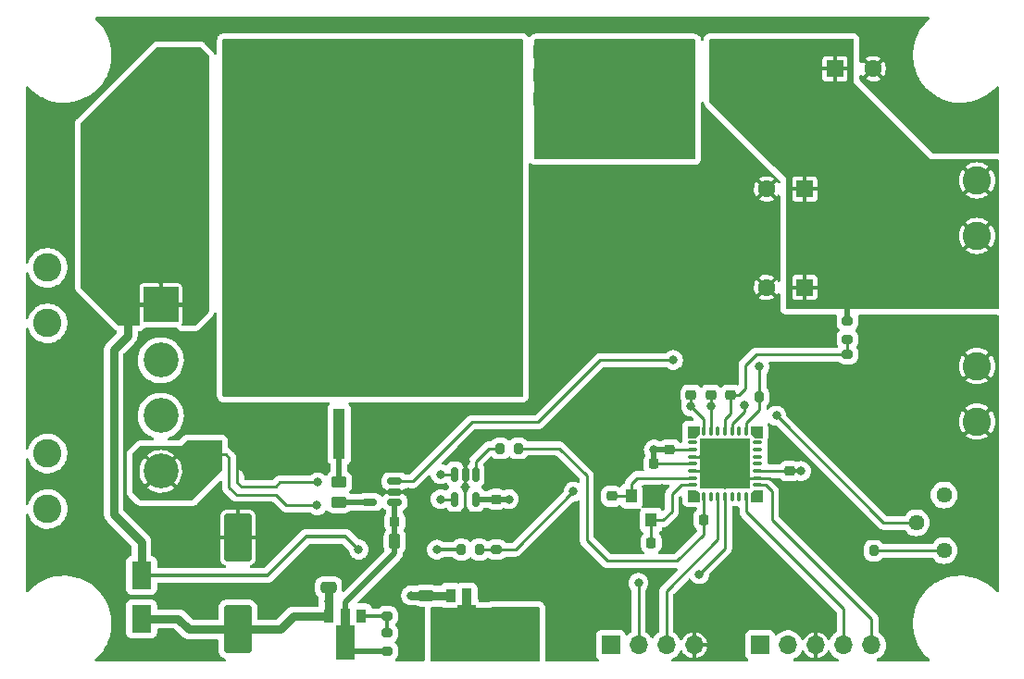
<source format=gtl>
%TF.GenerationSoftware,KiCad,Pcbnew,6.0.8-f2edbf62ab~116~ubuntu20.04.1*%
%TF.CreationDate,2022-10-11T00:42:45-04:00*%
%TF.ProjectId,Linear_PSU_APFC_Pre_Reg,4c696e65-6172-45f5-9053-555f41504643,rev?*%
%TF.SameCoordinates,Original*%
%TF.FileFunction,Copper,L1,Top*%
%TF.FilePolarity,Positive*%
%FSLAX46Y46*%
G04 Gerber Fmt 4.6, Leading zero omitted, Abs format (unit mm)*
G04 Created by KiCad (PCBNEW 6.0.8-f2edbf62ab~116~ubuntu20.04.1) date 2022-10-11 00:42:45*
%MOMM*%
%LPD*%
G01*
G04 APERTURE LIST*
G04 Aperture macros list*
%AMRoundRect*
0 Rectangle with rounded corners*
0 $1 Rounding radius*
0 $2 $3 $4 $5 $6 $7 $8 $9 X,Y pos of 4 corners*
0 Add a 4 corners polygon primitive as box body*
4,1,4,$2,$3,$4,$5,$6,$7,$8,$9,$2,$3,0*
0 Add four circle primitives for the rounded corners*
1,1,$1+$1,$2,$3*
1,1,$1+$1,$4,$5*
1,1,$1+$1,$6,$7*
1,1,$1+$1,$8,$9*
0 Add four rect primitives between the rounded corners*
20,1,$1+$1,$2,$3,$4,$5,0*
20,1,$1+$1,$4,$5,$6,$7,0*
20,1,$1+$1,$6,$7,$8,$9,0*
20,1,$1+$1,$8,$9,$2,$3,0*%
%AMRotRect*
0 Rectangle, with rotation*
0 The origin of the aperture is its center*
0 $1 length*
0 $2 width*
0 $3 Rotation angle, in degrees counterclockwise*
0 Add horizontal line*
21,1,$1,$2,0,0,$3*%
%AMFreePoly0*
4,1,9,3.862500,-0.866500,0.737500,-0.866500,0.737500,-0.450000,-0.737500,-0.450000,-0.737500,0.450000,0.737500,0.450000,0.737500,0.866500,3.862500,0.866500,3.862500,-0.866500,3.862500,-0.866500,$1*%
G04 Aperture macros list end*
%TA.AperFunction,EtchedComponent*%
%ADD10C,0.050000*%
%TD*%
%TA.AperFunction,SMDPad,CuDef*%
%ADD11RotRect,2.500000X2.300000X45.000000*%
%TD*%
%TA.AperFunction,SMDPad,CuDef*%
%ADD12R,2.500000X2.300000*%
%TD*%
%TA.AperFunction,SMDPad,CuDef*%
%ADD13RoundRect,0.250000X-0.312500X-0.625000X0.312500X-0.625000X0.312500X0.625000X-0.312500X0.625000X0*%
%TD*%
%TA.AperFunction,SMDPad,CuDef*%
%ADD14R,3.150000X12.500000*%
%TD*%
%TA.AperFunction,SMDPad,CuDef*%
%ADD15R,12.500000X3.150000*%
%TD*%
%TA.AperFunction,SMDPad,CuDef*%
%ADD16RoundRect,0.225000X-0.225000X-0.250000X0.225000X-0.250000X0.225000X0.250000X-0.225000X0.250000X0*%
%TD*%
%TA.AperFunction,ComponentPad*%
%ADD17R,1.600000X1.600000*%
%TD*%
%TA.AperFunction,ComponentPad*%
%ADD18C,1.600000*%
%TD*%
%TA.AperFunction,SMDPad,CuDef*%
%ADD19RoundRect,0.225000X-0.250000X0.225000X-0.250000X-0.225000X0.250000X-0.225000X0.250000X0.225000X0*%
%TD*%
%TA.AperFunction,SMDPad,CuDef*%
%ADD20RoundRect,0.250000X0.250000X0.475000X-0.250000X0.475000X-0.250000X-0.475000X0.250000X-0.475000X0*%
%TD*%
%TA.AperFunction,SMDPad,CuDef*%
%ADD21RoundRect,0.200000X-0.275000X0.200000X-0.275000X-0.200000X0.275000X-0.200000X0.275000X0.200000X0*%
%TD*%
%TA.AperFunction,SMDPad,CuDef*%
%ADD22RoundRect,0.200000X0.275000X-0.200000X0.275000X0.200000X-0.275000X0.200000X-0.275000X-0.200000X0*%
%TD*%
%TA.AperFunction,SMDPad,CuDef*%
%ADD23RoundRect,0.250000X-0.450000X0.262500X-0.450000X-0.262500X0.450000X-0.262500X0.450000X0.262500X0*%
%TD*%
%TA.AperFunction,SMDPad,CuDef*%
%ADD24R,0.900000X1.300000*%
%TD*%
%TA.AperFunction,SMDPad,CuDef*%
%ADD25FreePoly0,270.000000*%
%TD*%
%TA.AperFunction,ComponentPad*%
%ADD26R,3.200000X3.200000*%
%TD*%
%TA.AperFunction,ComponentPad*%
%ADD27C,3.200000*%
%TD*%
%TA.AperFunction,ComponentPad*%
%ADD28R,1.700000X1.700000*%
%TD*%
%TA.AperFunction,ComponentPad*%
%ADD29O,1.700000X1.700000*%
%TD*%
%TA.AperFunction,SMDPad,CuDef*%
%ADD30RoundRect,0.250000X-0.475000X0.250000X-0.475000X-0.250000X0.475000X-0.250000X0.475000X0.250000X0*%
%TD*%
%TA.AperFunction,SMDPad,CuDef*%
%ADD31R,1.000000X1.300000*%
%TD*%
%TA.AperFunction,SMDPad,CuDef*%
%ADD32RoundRect,0.250000X1.100000X-0.325000X1.100000X0.325000X-1.100000X0.325000X-1.100000X-0.325000X0*%
%TD*%
%TA.AperFunction,SMDPad,CuDef*%
%ADD33RoundRect,0.150000X0.512500X0.150000X-0.512500X0.150000X-0.512500X-0.150000X0.512500X-0.150000X0*%
%TD*%
%TA.AperFunction,SMDPad,CuDef*%
%ADD34RoundRect,0.250000X-1.100000X0.325000X-1.100000X-0.325000X1.100000X-0.325000X1.100000X0.325000X0*%
%TD*%
%TA.AperFunction,SMDPad,CuDef*%
%ADD35C,0.250000*%
%TD*%
%TA.AperFunction,ComponentPad*%
%ADD36C,2.600000*%
%TD*%
%TA.AperFunction,SMDPad,CuDef*%
%ADD37RoundRect,0.200000X-0.200000X-0.275000X0.200000X-0.275000X0.200000X0.275000X-0.200000X0.275000X0*%
%TD*%
%TA.AperFunction,SMDPad,CuDef*%
%ADD38R,1.700000X13.700000*%
%TD*%
%TA.AperFunction,ComponentPad*%
%ADD39C,1.440000*%
%TD*%
%TA.AperFunction,SMDPad,CuDef*%
%ADD40R,1.100000X4.600000*%
%TD*%
%TA.AperFunction,SMDPad,CuDef*%
%ADD41R,10.800000X9.400000*%
%TD*%
%TA.AperFunction,SMDPad,CuDef*%
%ADD42RoundRect,0.225000X0.225000X0.250000X-0.225000X0.250000X-0.225000X-0.250000X0.225000X-0.250000X0*%
%TD*%
%TA.AperFunction,SMDPad,CuDef*%
%ADD43RoundRect,0.225000X0.250000X-0.225000X0.250000X0.225000X-0.250000X0.225000X-0.250000X-0.225000X0*%
%TD*%
%TA.AperFunction,SMDPad,CuDef*%
%ADD44RoundRect,0.250000X1.000000X-1.950000X1.000000X1.950000X-1.000000X1.950000X-1.000000X-1.950000X0*%
%TD*%
%TA.AperFunction,SMDPad,CuDef*%
%ADD45R,2.500000X1.800000*%
%TD*%
%TA.AperFunction,SMDPad,CuDef*%
%ADD46RoundRect,0.008602X-0.391398X0.391398X-0.391398X-0.391398X0.391398X-0.391398X0.391398X0.391398X0*%
%TD*%
%TA.AperFunction,SMDPad,CuDef*%
%ADD47RoundRect,0.075000X-0.075000X0.312500X-0.075000X-0.312500X0.075000X-0.312500X0.075000X0.312500X0*%
%TD*%
%TA.AperFunction,SMDPad,CuDef*%
%ADD48RoundRect,0.075000X-0.312500X0.075000X-0.312500X-0.075000X0.312500X-0.075000X0.312500X0.075000X0*%
%TD*%
%TA.AperFunction,SMDPad,CuDef*%
%ADD49RoundRect,0.250000X-2.075000X2.075000X-2.075000X-2.075000X2.075000X-2.075000X2.075000X2.075000X0*%
%TD*%
%TA.AperFunction,SMDPad,CuDef*%
%ADD50R,1.800000X2.500000*%
%TD*%
%TA.AperFunction,SMDPad,CuDef*%
%ADD51RoundRect,0.200000X0.200000X0.275000X-0.200000X0.275000X-0.200000X-0.275000X0.200000X-0.275000X0*%
%TD*%
%TA.AperFunction,SMDPad,CuDef*%
%ADD52RoundRect,0.250000X-0.250000X-0.475000X0.250000X-0.475000X0.250000X0.475000X-0.250000X0.475000X0*%
%TD*%
%TA.AperFunction,SMDPad,CuDef*%
%ADD53RoundRect,0.150000X-0.150000X0.512500X-0.150000X-0.512500X0.150000X-0.512500X0.150000X0.512500X0*%
%TD*%
%TA.AperFunction,ViaPad*%
%ADD54C,0.800000*%
%TD*%
%TA.AperFunction,Conductor*%
%ADD55C,0.250000*%
%TD*%
%TA.AperFunction,Conductor*%
%ADD56C,0.500000*%
%TD*%
%TA.AperFunction,Conductor*%
%ADD57C,0.350000*%
%TD*%
%TA.AperFunction,Conductor*%
%ADD58C,0.750000*%
%TD*%
G04 APERTURE END LIST*
%TO.C,NT1*%
G36*
X81725000Y-85100000D02*
G01*
X81475000Y-85100000D01*
X81475000Y-84350000D01*
X81725000Y-84350000D01*
X81725000Y-85100000D01*
G37*
%TO.C,U2*%
G36*
X130350000Y-87300000D02*
G01*
X129350000Y-87300000D01*
X129350000Y-86600000D01*
X129650000Y-86300000D01*
X130350000Y-86300000D01*
X130350000Y-87300000D01*
G37*
D10*
X130350000Y-87300000D02*
X129350000Y-87300000D01*
X129350000Y-86600000D01*
X129650000Y-86300000D01*
X130350000Y-86300000D01*
X130350000Y-87300000D01*
G36*
X130350000Y-81500000D02*
G01*
X129650000Y-81500000D01*
X129350000Y-81200000D01*
X129350000Y-80500000D01*
X130350000Y-80500000D01*
X130350000Y-81500000D01*
G37*
X130350000Y-81500000D02*
X129650000Y-81500000D01*
X129350000Y-81200000D01*
X129350000Y-80500000D01*
X130350000Y-80500000D01*
X130350000Y-81500000D01*
G36*
X124550000Y-81200000D02*
G01*
X124250000Y-81500000D01*
X123550000Y-81500000D01*
X123550000Y-80500000D01*
X124550000Y-80500000D01*
X124550000Y-81200000D01*
G37*
X124550000Y-81200000D02*
X124250000Y-81500000D01*
X123550000Y-81500000D01*
X123550000Y-80500000D01*
X124550000Y-80500000D01*
X124550000Y-81200000D01*
G36*
X124550000Y-86600000D02*
G01*
X124550000Y-87300000D01*
X123550000Y-87300000D01*
X123550000Y-86300000D01*
X124250000Y-86300000D01*
X124550000Y-86600000D01*
G37*
X124550000Y-86600000D02*
X124550000Y-87300000D01*
X123550000Y-87300000D01*
X123550000Y-86300000D01*
X124250000Y-86300000D01*
X124550000Y-86600000D01*
%TO.C,NT2*%
G36*
X82475000Y-85100000D02*
G01*
X82225000Y-85100000D01*
X82225000Y-84350000D01*
X82475000Y-84350000D01*
X82475000Y-85100000D01*
G37*
%TD*%
D11*
%TO.P,D5,1,K*%
%TO.N,/VOUT*%
X142729720Y-56020280D03*
%TO.P,D5,2,A*%
%TO.N,GND*%
X145770280Y-52979720D03*
%TD*%
D12*
%TO.P,D4,1,K*%
%TO.N,/VIN_RECT*%
X69400000Y-55700000D03*
%TO.P,D4,2,A*%
%TO.N,GND*%
X65100000Y-55700000D03*
%TD*%
D13*
%TO.P,R1,1*%
%TO.N,Net-(D1-Pad4)*%
X80387500Y-83050000D03*
%TO.P,R1,2*%
%TO.N,GND*%
X83312500Y-83050000D03*
%TD*%
D14*
%TO.P,L1,1,1*%
%TO.N,/VIN_RECT*%
X76825000Y-52750000D03*
%TO.P,L1,2,2*%
%TO.N,/SW*%
X92175000Y-52750000D03*
%TD*%
D15*
%TO.P,L2,1,1*%
%TO.N,/FLYBACK*%
X118000000Y-54325000D03*
%TO.P,L2,2,2*%
%TO.N,GND*%
X118000000Y-69675000D03*
%TD*%
D16*
%TO.P,C8,1*%
%TO.N,GND*%
X118900000Y-83900000D03*
%TO.P,C8,2*%
%TO.N,+3.3V*%
X120450000Y-83900000D03*
%TD*%
D17*
%TO.P,C22,1*%
%TO.N,/VOUT*%
X134250000Y-67750000D03*
D18*
%TO.P,C22,2*%
%TO.N,GND*%
X130750000Y-67750000D03*
%TD*%
D19*
%TO.P,C1,1*%
%TO.N,Net-(C1-Pad1)*%
X116600000Y-86862500D03*
%TO.P,C1,2*%
%TO.N,GND*%
X116600000Y-88412500D03*
%TD*%
D20*
%TO.P,C18,1*%
%TO.N,/FLYBACK*%
X109900000Y-50500000D03*
%TO.P,C18,2*%
%TO.N,/SW*%
X108000000Y-50500000D03*
%TD*%
D17*
%TO.P,C20,1*%
%TO.N,/VOUT*%
X137000000Y-47750000D03*
D18*
%TO.P,C20,2*%
%TO.N,GND*%
X140500000Y-47750000D03*
%TD*%
D21*
%TO.P,R11,1*%
%TO.N,/VOUT_FB*%
X138150000Y-73900000D03*
%TO.P,R11,2*%
%TO.N,GND*%
X138150000Y-75550000D03*
%TD*%
D22*
%TO.P,R8,1*%
%TO.N,Net-(R7-Pad2)*%
X96050000Y-97850000D03*
%TO.P,R8,2*%
%TO.N,GND*%
X96050000Y-96200000D03*
%TD*%
D23*
%TO.P,R6,1*%
%TO.N,Net-(Q1-Pad1)*%
X91650000Y-85600000D03*
%TO.P,R6,2*%
%TO.N,Net-(R6-Pad2)*%
X91650000Y-87425000D03*
%TD*%
D20*
%TO.P,C17,1*%
%TO.N,/FLYBACK*%
X109900000Y-48350000D03*
%TO.P,C17,2*%
%TO.N,/SW*%
X108000000Y-48350000D03*
%TD*%
D19*
%TO.P,C5,1*%
%TO.N,GND*%
X125650000Y-76050000D03*
%TO.P,C5,2*%
%TO.N,/I_SHAPE*%
X125650000Y-77600000D03*
%TD*%
D22*
%TO.P,R7,1*%
%TO.N,+12V*%
X96050000Y-101050000D03*
%TO.P,R7,2*%
%TO.N,Net-(R7-Pad2)*%
X96050000Y-99400000D03*
%TD*%
D19*
%TO.P,C23,1*%
%TO.N,GND*%
X127450000Y-76050000D03*
%TO.P,C23,2*%
%TO.N,/VOUT_FB*%
X127450000Y-77600000D03*
%TD*%
D24*
%TO.P,U5,1,ADJ*%
%TO.N,Net-(R7-Pad2)*%
X93700000Y-97850000D03*
D25*
%TO.P,U5,2,VO*%
%TO.N,+12V*%
X92200000Y-97937500D03*
D24*
%TO.P,U5,3,VI*%
%TO.N,/+17V*%
X90700000Y-97850000D03*
%TD*%
D26*
%TO.P,D1,1,+*%
%TO.N,/VIN_RECT*%
X75350000Y-69350000D03*
D27*
%TO.P,D1,2*%
%TO.N,/AC_IN_2*%
X75350000Y-74430000D03*
%TO.P,D1,3*%
%TO.N,/AC_IN_1*%
X75350000Y-79510000D03*
%TO.P,D1,4,-*%
%TO.N,Net-(D1-Pad4)*%
X75350000Y-84590000D03*
%TD*%
D20*
%TO.P,C16,1*%
%TO.N,/FLYBACK*%
X109900000Y-46200000D03*
%TO.P,C16,2*%
%TO.N,/SW*%
X108000000Y-46200000D03*
%TD*%
D28*
%TO.P,J1,1,Pin_1*%
%TO.N,/MCLR*%
X130175000Y-100500000D03*
D29*
%TO.P,J1,2,Pin_2*%
%TO.N,+3.3V*%
X132715000Y-100500000D03*
%TO.P,J1,3,Pin_3*%
%TO.N,GND*%
X135255000Y-100500000D03*
%TO.P,J1,4,Pin_4*%
%TO.N,/PGD*%
X137795000Y-100500000D03*
%TO.P,J1,5,Pin_5*%
%TO.N,/PGC*%
X140335000Y-100500000D03*
%TD*%
D17*
%TO.P,C21,1*%
%TO.N,/VOUT*%
X134250000Y-58750000D03*
D18*
%TO.P,C21,2*%
%TO.N,GND*%
X130750000Y-58750000D03*
%TD*%
D30*
%TO.P,C15,1*%
%TO.N,GND*%
X90700000Y-93300000D03*
%TO.P,C15,2*%
%TO.N,/+17V*%
X90700000Y-95200000D03*
%TD*%
D16*
%TO.P,C6,1*%
%TO.N,GND*%
X123450000Y-89000000D03*
%TO.P,C6,2*%
%TO.N,/I_SNS*%
X125000000Y-89000000D03*
%TD*%
%TO.P,C13,1*%
%TO.N,+12V*%
X96750000Y-89200000D03*
%TO.P,C13,2*%
%TO.N,GND*%
X98300000Y-89200000D03*
%TD*%
D31*
%TO.P,Y1,1,1*%
%TO.N,Net-(C1-Pad1)*%
X118400000Y-86862500D03*
%TO.P,Y1,2,2*%
%TO.N,GND*%
X118400000Y-89062500D03*
%TO.P,Y1,3,3*%
%TO.N,Net-(C2-Pad1)*%
X120200000Y-89062500D03*
%TO.P,Y1,4,4*%
%TO.N,GND*%
X120200000Y-86862500D03*
%TD*%
D32*
%TO.P,C11,1*%
%TO.N,+3.3V*%
X108100000Y-98500000D03*
%TO.P,C11,2*%
%TO.N,GND*%
X108100000Y-95550000D03*
%TD*%
D33*
%TO.P,U4,1,VDD*%
%TO.N,+12V*%
X96737500Y-87412500D03*
%TO.P,U4,2,GND*%
%TO.N,GND*%
X96737500Y-86462500D03*
%TO.P,U4,3,IN+*%
%TO.N,/PWM1H*%
X96737500Y-85512500D03*
%TO.P,U4,4,IN-*%
%TO.N,GND*%
X94462500Y-85512500D03*
%TO.P,U4,5,OUT*%
%TO.N,Net-(R6-Pad2)*%
X94462500Y-87412500D03*
%TD*%
D19*
%TO.P,C4,1*%
%TO.N,GND*%
X121900000Y-81050000D03*
%TO.P,C4,2*%
%TO.N,+3.3V*%
X121900000Y-82600000D03*
%TD*%
D34*
%TO.P,C24,1*%
%TO.N,/VOUT*%
X141600000Y-69000000D03*
%TO.P,C24,2*%
%TO.N,GND*%
X141600000Y-71950000D03*
%TD*%
D30*
%TO.P,C9,1*%
%TO.N,GND*%
X99600000Y-94050000D03*
%TO.P,C9,2*%
%TO.N,/+17V*%
X99600000Y-95950000D03*
%TD*%
D35*
%TO.P,NT1,1,1*%
%TO.N,Net-(NT1-Pad1)*%
X81600000Y-85100000D03*
%TO.P,NT1,2,2*%
%TO.N,Net-(D1-Pad4)*%
X81600000Y-84350000D03*
%TD*%
D36*
%TO.P,J6,1,Pin_1*%
%TO.N,GND*%
X150000000Y-80040000D03*
X150000000Y-74960000D03*
%TD*%
D37*
%TO.P,R2,1*%
%TO.N,/VIN_RECT*%
X102850000Y-91750000D03*
%TO.P,R2,2*%
%TO.N,/I_SHAPE*%
X104500000Y-91750000D03*
%TD*%
D36*
%TO.P,J5,1,Pin_1*%
%TO.N,/VOUT*%
X150000000Y-63040000D03*
X150000000Y-57960000D03*
%TD*%
D21*
%TO.P,R3,1*%
%TO.N,/I_SHAPE*%
X106050000Y-91750000D03*
%TO.P,R3,2*%
%TO.N,GND*%
X106050000Y-93400000D03*
%TD*%
D37*
%TO.P,R5,1*%
%TO.N,/PWM1H*%
X130100000Y-77762500D03*
%TO.P,R5,2*%
%TO.N,GND*%
X131750000Y-77762500D03*
%TD*%
D36*
%TO.P,J2,1,Pin_1*%
%TO.N,/AC_IN_1*%
X65000000Y-82960000D03*
X65000000Y-88040000D03*
%TD*%
D21*
%TO.P,R10,1*%
%TO.N,/VOUT*%
X138150000Y-70850000D03*
%TO.P,R10,2*%
%TO.N,/VOUT_FB*%
X138150000Y-72500000D03*
%TD*%
D28*
%TO.P,J4,1,Pin_1*%
%TO.N,+3.3V*%
X116500000Y-100500000D03*
D29*
%TO.P,J4,2,Pin_2*%
%TO.N,/UART1_TX*%
X119040000Y-100500000D03*
%TO.P,J4,3,Pin_3*%
%TO.N,/UART1_RX*%
X121580000Y-100500000D03*
%TO.P,J4,4,Pin_4*%
%TO.N,GND*%
X124120000Y-100500000D03*
%TD*%
D38*
%TO.P,HS1,1*%
%TO.N,/SW*%
X87250000Y-70750000D03*
X101090000Y-70750000D03*
%TD*%
D36*
%TO.P,J3,1,Pin_1*%
%TO.N,/AC_IN_2*%
X65000000Y-71040000D03*
X65000000Y-65960000D03*
%TD*%
D39*
%TO.P,RV1,1,1*%
%TO.N,+3.3V*%
X146985000Y-86760000D03*
%TO.P,RV1,2,2*%
%TO.N,/VOUT_SETPT*%
X144445000Y-89300000D03*
%TO.P,RV1,3,3*%
%TO.N,Net-(R9-Pad1)*%
X146985000Y-91840000D03*
%TD*%
D40*
%TO.P,Q1,1,G*%
%TO.N,Net-(Q1-Pad1)*%
X91660000Y-81175000D03*
D41*
%TO.P,Q1,2,D*%
%TO.N,/SW*%
X94200000Y-72025000D03*
D40*
%TO.P,Q1,3,S*%
%TO.N,GND*%
X96740000Y-81175000D03*
%TD*%
D42*
%TO.P,C2,1*%
%TO.N,Net-(C2-Pad1)*%
X120200000Y-91112500D03*
%TO.P,C2,2*%
%TO.N,GND*%
X118650000Y-91112500D03*
%TD*%
D43*
%TO.P,C10,1*%
%TO.N,GND*%
X132850000Y-86112500D03*
%TO.P,C10,2*%
%TO.N,+3.3V*%
X132850000Y-84562500D03*
%TD*%
D44*
%TO.P,C7,1*%
%TO.N,/+17V*%
X82400000Y-99050000D03*
%TO.P,C7,2*%
%TO.N,GND*%
X82400000Y-90650000D03*
%TD*%
D45*
%TO.P,D3,1,K*%
%TO.N,/VOUT*%
X127000000Y-47250000D03*
%TO.P,D3,2,A*%
%TO.N,/FLYBACK*%
X123000000Y-47250000D03*
%TD*%
D19*
%TO.P,C19,1*%
%TO.N,GND*%
X123850000Y-76050000D03*
%TO.P,C19,2*%
%TO.N,/VOUT_SETPT*%
X123850000Y-77600000D03*
%TD*%
D46*
%TO.P,U2,0*%
%TO.N,N/C*%
X129900000Y-86850000D03*
X124000000Y-86850000D03*
X129900000Y-80950000D03*
X124000000Y-80950000D03*
D47*
%TO.P,U2,1,PWM1H/RB14*%
%TO.N,/PWM1H*%
X128900000Y-80900000D03*
%TO.P,U2,2,PWM1L/RB15*%
%TO.N,unconnected-(U2-Pad2)*%
X128250000Y-80900000D03*
%TO.P,U2,3,~{MCLR}*%
%TO.N,/MCLR*%
X127600000Y-80900000D03*
%TO.P,U2,4,RA0*%
%TO.N,/VOUT_FB*%
X126950000Y-80900000D03*
%TO.P,U2,5,RA1*%
%TO.N,unconnected-(U2-Pad5)*%
X126300000Y-80900000D03*
%TO.P,U2,6,RA2*%
%TO.N,/I_SHAPE*%
X125650000Y-80900000D03*
%TO.P,U2,7,RA3*%
%TO.N,/VOUT_SETPT*%
X125000000Y-80900000D03*
D48*
%TO.P,U2,8,RA4*%
%TO.N,unconnected-(U2-Pad8)*%
X123950000Y-81950000D03*
%TO.P,U2,9,AVDD*%
%TO.N,+3.3V*%
X123950000Y-82600000D03*
%TO.P,U2,10,AVSS*%
%TO.N,GND*%
X123950000Y-83250000D03*
%TO.P,U2,11,VDD*%
%TO.N,+3.3V*%
X123950000Y-83900000D03*
%TO.P,U2,12,VSS*%
%TO.N,GND*%
X123950000Y-84550000D03*
%TO.P,U2,13,OSCI/CLKI/RB0*%
%TO.N,Net-(C1-Pad1)*%
X123950000Y-85200000D03*
%TO.P,U2,14,OSCO/CLKO/RB1*%
%TO.N,Net-(C2-Pad1)*%
X123950000Y-85850000D03*
D47*
%TO.P,U2,15,RB2*%
%TO.N,/I_SNS*%
X125000000Y-86900000D03*
%TO.P,U2,16,PGD2/RB3*%
%TO.N,unconnected-(U2-Pad16)*%
X125650000Y-86900000D03*
%TO.P,U2,17,PGC2/RB4*%
%TO.N,/UART1_RX*%
X126300000Y-86900000D03*
%TO.P,U2,18,PGD3/RB5*%
%TO.N,/UART1_TX*%
X126950000Y-86900000D03*
%TO.P,U2,19,PGC3/RB6*%
%TO.N,unconnected-(U2-Pad19)*%
X127600000Y-86900000D03*
%TO.P,U2,20,TDO/RB7*%
%TO.N,unconnected-(U2-Pad20)*%
X128250000Y-86900000D03*
%TO.P,U2,21,PGD1/RB8*%
%TO.N,/PGD*%
X128900000Y-86900000D03*
D48*
%TO.P,U2,22,PGC1/RB9*%
%TO.N,/PGC*%
X129950000Y-85850000D03*
%TO.P,U2,23,VSS*%
%TO.N,GND*%
X129950000Y-85200000D03*
%TO.P,U2,24,VDD*%
%TO.N,+3.3V*%
X129950000Y-84550000D03*
%TO.P,U2,25,TMS/PWM3H/RB10*%
%TO.N,unconnected-(U2-Pad25)*%
X129950000Y-83900000D03*
%TO.P,U2,26,TCK/PWM3L/RB11*%
%TO.N,unconnected-(U2-Pad26)*%
X129950000Y-83250000D03*
%TO.P,U2,27,TDI/PWM2H/RB12*%
%TO.N,unconnected-(U2-Pad27)*%
X129950000Y-82600000D03*
%TO.P,U2,28,PWM2L/RB13*%
%TO.N,unconnected-(U2-Pad28)*%
X129950000Y-81950000D03*
D49*
%TO.P,U2,29,EP*%
%TO.N,GND*%
X126950000Y-83900000D03*
%TD*%
D43*
%TO.P,C3,1*%
%TO.N,+3.3V*%
X106000000Y-87150000D03*
%TO.P,C3,2*%
%TO.N,GND*%
X106000000Y-85600000D03*
%TD*%
D50*
%TO.P,D2,1,K*%
%TO.N,/+17V*%
X73600000Y-98100000D03*
%TO.P,D2,2,A*%
%TO.N,/VIN_RECT*%
X73600000Y-94100000D03*
%TD*%
D51*
%TO.P,R9,1*%
%TO.N,Net-(R9-Pad1)*%
X140550000Y-91850000D03*
%TO.P,R9,2*%
%TO.N,GND*%
X138900000Y-91850000D03*
%TD*%
D35*
%TO.P,NT2,1,1*%
%TO.N,Net-(NT2-Pad1)*%
X82350000Y-85100000D03*
%TO.P,NT2,2,2*%
%TO.N,GND*%
X82350000Y-84350000D03*
%TD*%
D52*
%TO.P,C12,1*%
%TO.N,+12V*%
X96750000Y-91000000D03*
%TO.P,C12,2*%
%TO.N,GND*%
X98650000Y-91000000D03*
%TD*%
D24*
%TO.P,U3,1,GND*%
%TO.N,GND*%
X104850000Y-95950000D03*
D25*
%TO.P,U3,2,VO*%
%TO.N,+3.3V*%
X103350000Y-96037500D03*
D24*
%TO.P,U3,3,VI*%
%TO.N,/+17V*%
X101850000Y-95950000D03*
%TD*%
D53*
%TO.P,U1,1*%
%TO.N,Net-(R4-Pad2)*%
X104150000Y-84862500D03*
%TO.P,U1,2,GND*%
%TO.N,GND*%
X103200000Y-84862500D03*
%TO.P,U1,3,+*%
%TO.N,Net-(NT2-Pad1)*%
X102250000Y-84862500D03*
%TO.P,U1,4,-*%
%TO.N,Net-(NT1-Pad1)*%
X102250000Y-87137500D03*
%TO.P,U1,5,V+*%
%TO.N,+3.3V*%
X104150000Y-87137500D03*
%TD*%
D34*
%TO.P,C25,1*%
%TO.N,/VOUT*%
X145000000Y-69000000D03*
%TO.P,C25,2*%
%TO.N,GND*%
X145000000Y-71950000D03*
%TD*%
D52*
%TO.P,C14,1*%
%TO.N,GND*%
X66650000Y-59600000D03*
%TO.P,C14,2*%
%TO.N,/VIN_RECT*%
X68550000Y-59600000D03*
%TD*%
D51*
%TO.P,R4,1*%
%TO.N,/I_SNS*%
X108050000Y-82500000D03*
%TO.P,R4,2*%
%TO.N,Net-(R4-Pad2)*%
X106400000Y-82500000D03*
%TD*%
D54*
%TO.N,GND*%
X63450000Y-55700000D03*
X64200000Y-57250000D03*
X64250000Y-54150000D03*
X147650000Y-52500000D03*
X147000000Y-51850000D03*
X146350000Y-51200000D03*
%TO.N,/SW*%
X94300000Y-46999998D03*
X94300000Y-48916668D03*
X94300000Y-50833334D03*
X94300000Y-54666666D03*
X94300000Y-58499998D03*
X94300000Y-52750000D03*
X94300000Y-56583332D03*
%TO.N,GND*%
X117999998Y-71750000D03*
X123750000Y-71750000D03*
X121833330Y-71750000D03*
X119916664Y-71750000D03*
X116083332Y-71750000D03*
X114166666Y-71750000D03*
X112250000Y-71750000D03*
%TO.N,/VOUT*%
X127000000Y-45850000D03*
X127000000Y-48650000D03*
%TO.N,GND*%
X121900000Y-80150000D03*
X125050000Y-83900000D03*
X105800000Y-95550000D03*
X144400000Y-72950000D03*
X99100000Y-89850000D03*
X141000000Y-72950000D03*
X65700000Y-59100000D03*
X145650000Y-72950000D03*
X84350000Y-83450000D03*
X94450000Y-84650000D03*
X104850000Y-94800000D03*
X138000000Y-91850000D03*
X121150000Y-86150000D03*
X96750000Y-83950000D03*
X128850000Y-83900000D03*
X108100000Y-94475000D03*
X80450000Y-90650000D03*
X116600000Y-89362500D03*
X97800000Y-82700000D03*
X84350000Y-81750000D03*
X97800000Y-79750000D03*
X96050000Y-95250000D03*
X106000000Y-84700000D03*
X97950000Y-86500000D03*
X97800000Y-83700000D03*
X99600000Y-93050000D03*
X126550000Y-75850000D03*
X83462500Y-84450000D03*
X117750000Y-91112500D03*
X138150000Y-76400000D03*
X103200000Y-83700000D03*
X84350000Y-84300000D03*
X90700000Y-92350000D03*
X122550000Y-89250000D03*
X142200000Y-72950000D03*
X83462500Y-81600000D03*
X97800000Y-80700000D03*
X65700000Y-60050000D03*
X126950000Y-85800000D03*
X84350000Y-90650000D03*
X84350000Y-82600000D03*
X124750000Y-75850000D03*
X97800000Y-81700000D03*
X82400000Y-87800000D03*
X133950000Y-86112500D03*
X118000000Y-83900000D03*
X126950000Y-82000000D03*
X132600000Y-77762500D03*
X107050000Y-85600000D03*
X126950000Y-83900000D03*
%TO.N,+3.3V*%
X103800000Y-99500000D03*
X120450000Y-82600000D03*
X103350000Y-98400000D03*
X108100000Y-99500000D03*
X102900000Y-97300000D03*
X103800000Y-97300000D03*
X102900000Y-99500000D03*
X107187500Y-87137500D03*
X133900000Y-84562500D03*
%TO.N,/I_SHAPE*%
X113100000Y-86450000D03*
X125650000Y-78650000D03*
%TO.N,/+17V*%
X98250000Y-95950000D03*
X90700000Y-96450000D03*
%TO.N,/VIN_RECT*%
X100600000Y-91750000D03*
X93450000Y-91750000D03*
%TO.N,/SW*%
X102500000Y-67000000D03*
X95750000Y-72000000D03*
X101100000Y-63400000D03*
X107050000Y-50950000D03*
X94200000Y-76000000D03*
X95830000Y-76000000D03*
X107050000Y-47800000D03*
X102500000Y-69000000D03*
X98996666Y-76000000D03*
X89450000Y-76000000D03*
X98966666Y-74000000D03*
X102500000Y-71000000D03*
X107050000Y-46750000D03*
X107050000Y-48850000D03*
X102500000Y-73000000D03*
X87250000Y-63400000D03*
X107050000Y-49900000D03*
X107050000Y-45700000D03*
X102500000Y-65000000D03*
X91033333Y-76000000D03*
X85800000Y-67000000D03*
X94200000Y-70000000D03*
X97383333Y-68000000D03*
X89450000Y-70000000D03*
X92586666Y-68000000D03*
X85800000Y-75000000D03*
X98916666Y-70000000D03*
X102500000Y-75000000D03*
X102500000Y-77000000D03*
X92666666Y-72000000D03*
X94170000Y-68000000D03*
X89500000Y-74000000D03*
X85800000Y-69000000D03*
X97413333Y-76000000D03*
X92616666Y-76000000D03*
X85800000Y-77000000D03*
X94250000Y-72000000D03*
X85800000Y-65000000D03*
X98916666Y-72000000D03*
X95800000Y-68000000D03*
X89500000Y-72000000D03*
X91083333Y-72000000D03*
X97333333Y-72000000D03*
X91003333Y-68000000D03*
X98966666Y-68000000D03*
X85800000Y-71000000D03*
X89420000Y-68000000D03*
X85800000Y-73000000D03*
X94250000Y-74000000D03*
%TO.N,/VOUT_SETPT*%
X131650000Y-79500000D03*
X123850000Y-78650000D03*
%TO.N,/VOUT*%
X128750000Y-46300000D03*
X128750000Y-48200000D03*
X145750000Y-68000000D03*
X144300000Y-68000000D03*
X142300000Y-68000000D03*
X140950000Y-68000000D03*
X128750000Y-47250000D03*
%TO.N,/MCLR*%
X128700000Y-78500000D03*
%TO.N,/UART1_TX*%
X119040000Y-94810000D03*
X124600000Y-94000000D03*
%TO.N,Net-(NT1-Pad1)*%
X89650000Y-87700000D03*
X100950000Y-87150000D03*
%TO.N,Net-(NT2-Pad1)*%
X89700000Y-85600000D03*
X100950000Y-84850000D03*
%TO.N,/PWM1H*%
X130100000Y-75000000D03*
X122200000Y-74400000D03*
%TD*%
D55*
%TO.N,Net-(NT1-Pad1)*%
X89650000Y-87700000D02*
X86850000Y-87700000D01*
X86850000Y-87700000D02*
X85900000Y-86750000D01*
X85900000Y-86750000D02*
X82300000Y-86750000D01*
X82300000Y-86750000D02*
X81600000Y-86050000D01*
X81600000Y-86050000D02*
X81600000Y-85100000D01*
%TO.N,Net-(NT2-Pad1)*%
X82350000Y-85625000D02*
X82350000Y-85100000D01*
%TO.N,Net-(D1-Pad4)*%
X81600000Y-84350000D02*
X81600000Y-83350000D01*
X81300000Y-83050000D02*
X80387500Y-83050000D01*
X81600000Y-83350000D02*
X81300000Y-83050000D01*
%TO.N,/UART1_TX*%
X124600000Y-94000000D02*
X126950000Y-91650000D01*
X126950000Y-91650000D02*
X126950000Y-86900000D01*
D56*
%TO.N,/VOUT*%
X138150000Y-70850000D02*
X138150000Y-69400000D01*
D55*
%TO.N,/PWM1H*%
X96737500Y-85512500D02*
X98387500Y-85512500D01*
X98387500Y-85512500D02*
X103800000Y-80100000D01*
X103800000Y-80100000D02*
X109850000Y-80100000D01*
X109850000Y-80100000D02*
X115550000Y-74400000D01*
X115550000Y-74400000D02*
X122200000Y-74400000D01*
%TO.N,Net-(C1-Pad1)*%
X118925000Y-85200000D02*
X118400000Y-85725000D01*
X123950000Y-85200000D02*
X118925000Y-85200000D01*
X118400000Y-86862500D02*
X116600000Y-86862500D01*
X118400000Y-85725000D02*
X118400000Y-86862500D01*
%TO.N,GND*%
X126300000Y-84550000D02*
X126950000Y-83900000D01*
X130987500Y-85200000D02*
X131900000Y-86112500D01*
X126300000Y-83250000D02*
X126950000Y-83900000D01*
X123950000Y-84550000D02*
X126300000Y-84550000D01*
X129950000Y-85200000D02*
X128250000Y-85200000D01*
X129950000Y-85200000D02*
X130987500Y-85200000D01*
X128250000Y-85200000D02*
X126950000Y-83900000D01*
X123950000Y-83250000D02*
X126300000Y-83250000D01*
X131900000Y-86112500D02*
X132850000Y-86112500D01*
%TO.N,Net-(C2-Pad1)*%
X123950000Y-85850000D02*
X122950000Y-85850000D01*
X122100000Y-86700000D02*
X122100000Y-88262500D01*
X122950000Y-85850000D02*
X122100000Y-86700000D01*
X121300000Y-89062500D02*
X120200000Y-89062500D01*
X122100000Y-88262500D02*
X121300000Y-89062500D01*
X120200000Y-89062500D02*
X120200000Y-91112500D01*
%TO.N,+3.3V*%
X129950000Y-84550000D02*
X132837500Y-84550000D01*
D56*
X107187500Y-87137500D02*
X107200000Y-87150000D01*
D55*
X123950000Y-83900000D02*
X120450000Y-83900000D01*
D56*
X120450000Y-83900000D02*
X120450000Y-82600000D01*
X104150000Y-87137500D02*
X107187500Y-87137500D01*
D55*
X132837500Y-84550000D02*
X132850000Y-84562500D01*
X123950000Y-82600000D02*
X121900000Y-82600000D01*
D56*
X120450000Y-82600000D02*
X121900000Y-82600000D01*
D57*
X132850000Y-84562500D02*
X133900000Y-84562500D01*
D55*
%TO.N,/I_SHAPE*%
X125650000Y-78650000D02*
X125650000Y-77600000D01*
X106050000Y-91750000D02*
X104500000Y-91750000D01*
X107800000Y-91750000D02*
X106050000Y-91750000D01*
X125650000Y-80900000D02*
X125650000Y-78650000D01*
X113100000Y-86450000D02*
X107800000Y-91750000D01*
%TO.N,/I_SNS*%
X114300000Y-90900000D02*
X114300000Y-85000000D01*
X125000000Y-89000000D02*
X125000000Y-90350000D01*
X125000000Y-86900000D02*
X125000000Y-89000000D01*
X125000000Y-90350000D02*
X122550000Y-92800000D01*
X111800000Y-82500000D02*
X108050000Y-82500000D01*
X122550000Y-92800000D02*
X116200000Y-92800000D01*
X116200000Y-92800000D02*
X114300000Y-90900000D01*
X114300000Y-85000000D02*
X111800000Y-82500000D01*
D58*
%TO.N,/+17V*%
X90700000Y-97850000D02*
X90700000Y-96450000D01*
X87500000Y-97850000D02*
X90700000Y-97850000D01*
X73600000Y-98100000D02*
X76950000Y-98100000D01*
X90700000Y-96450000D02*
X90700000Y-95200000D01*
X77900000Y-99050000D02*
X82400000Y-99050000D01*
X76950000Y-98100000D02*
X77900000Y-99050000D01*
X86300000Y-99050000D02*
X87500000Y-97850000D01*
X98250000Y-95950000D02*
X101850000Y-95950000D01*
X82400000Y-99050000D02*
X86300000Y-99050000D01*
D56*
%TO.N,+12V*%
X92200000Y-97937500D02*
X92200000Y-96600000D01*
X92200000Y-101050000D02*
X92200000Y-97937500D01*
X96050000Y-101050000D02*
X92200000Y-101050000D01*
X96737500Y-92062500D02*
X96737500Y-87412500D01*
X92200000Y-96600000D02*
X96737500Y-92062500D01*
D57*
%TO.N,/VIN_RECT*%
X73600000Y-94100000D02*
X85150000Y-94100000D01*
D58*
X71050000Y-88500000D02*
X71050000Y-73450000D01*
D57*
X92250000Y-90550000D02*
X93450000Y-91750000D01*
X85150000Y-94100000D02*
X88700000Y-90550000D01*
X100600000Y-91750000D02*
X102850000Y-91750000D01*
D58*
X71050000Y-73450000D02*
X72350000Y-72150000D01*
X72350000Y-72150000D02*
X72350000Y-70450000D01*
D57*
X88700000Y-90550000D02*
X92250000Y-90550000D01*
D58*
X73600000Y-91050000D02*
X71050000Y-88500000D01*
X73600000Y-94100000D02*
X73600000Y-91050000D01*
D55*
%TO.N,/VOUT_SETPT*%
X125000000Y-79800000D02*
X123850000Y-78650000D01*
X123850000Y-78650000D02*
X123850000Y-77600000D01*
X131650000Y-79500000D02*
X141450000Y-89300000D01*
X141450000Y-89300000D02*
X144445000Y-89300000D01*
X125000000Y-80900000D02*
X125000000Y-79800000D01*
%TO.N,/VOUT_FB*%
X138150000Y-73900000D02*
X138150000Y-72500000D01*
X128250000Y-77600000D02*
X128825000Y-77025000D01*
X126950000Y-80900000D02*
X126950000Y-79800000D01*
X126950000Y-79800000D02*
X127450000Y-79300000D01*
X129800000Y-73900000D02*
X131950000Y-73900000D01*
X127450000Y-77600000D02*
X128250000Y-77600000D01*
X128825000Y-74875000D02*
X129800000Y-73900000D01*
X131950000Y-73900000D02*
X138150000Y-73900000D01*
X127450000Y-78600000D02*
X127450000Y-77600000D01*
X127450000Y-79300000D02*
X127450000Y-78600000D01*
X128825000Y-77025000D02*
X128825000Y-74875000D01*
%TO.N,/MCLR*%
X128700000Y-78500000D02*
X128700000Y-79131250D01*
X128700000Y-79131250D02*
X127600000Y-80231250D01*
X127600000Y-80231250D02*
X127600000Y-80900000D01*
%TO.N,/PGD*%
X128900000Y-86900000D02*
X128900000Y-88300000D01*
X137795000Y-97195000D02*
X137795000Y-100500000D01*
X128900000Y-88300000D02*
X137795000Y-97195000D01*
%TO.N,/PGC*%
X131250000Y-86412500D02*
X131250000Y-89000000D01*
X130687500Y-85850000D02*
X131250000Y-86412500D01*
X140335000Y-98085000D02*
X140335000Y-100500000D01*
X131250000Y-89000000D02*
X140335000Y-98085000D01*
X129950000Y-85850000D02*
X130687500Y-85850000D01*
%TO.N,/UART1_TX*%
X119040000Y-100500000D02*
X119040000Y-94810000D01*
X119040000Y-94810000D02*
X119050000Y-94800000D01*
%TO.N,/UART1_RX*%
X126300000Y-86900000D02*
X126300000Y-90850000D01*
X121580000Y-95570000D02*
X121580000Y-100500000D01*
X126300000Y-90850000D02*
X121580000Y-95570000D01*
%TO.N,Net-(NT1-Pad1)*%
X102250000Y-87137500D02*
X100962500Y-87137500D01*
X100962500Y-87137500D02*
X100950000Y-87150000D01*
%TO.N,Net-(NT2-Pad1)*%
X89700000Y-85600000D02*
X86250000Y-85600000D01*
X85850000Y-86000000D02*
X82725000Y-86000000D01*
X100950000Y-84850000D02*
X102237500Y-84850000D01*
X102237500Y-84850000D02*
X102250000Y-84862500D01*
X86250000Y-85600000D02*
X85850000Y-86000000D01*
X82725000Y-86000000D02*
X82350000Y-85625000D01*
D56*
%TO.N,Net-(Q1-Pad1)*%
X91650000Y-85600000D02*
X91650000Y-81185000D01*
X91650000Y-81185000D02*
X91660000Y-81175000D01*
D55*
%TO.N,Net-(R4-Pad2)*%
X105350000Y-82500000D02*
X104150000Y-83700000D01*
X104150000Y-83700000D02*
X104150000Y-84862500D01*
X106400000Y-82500000D02*
X105350000Y-82500000D01*
%TO.N,/PWM1H*%
X128900000Y-80150000D02*
X130100000Y-78950000D01*
X128900000Y-80900000D02*
X128900000Y-80150000D01*
X130100000Y-77762500D02*
X130100000Y-75000000D01*
X130100000Y-78950000D02*
X130100000Y-77762500D01*
D56*
%TO.N,Net-(R6-Pad2)*%
X91662500Y-87412500D02*
X91650000Y-87425000D01*
X94462500Y-87412500D02*
X91662500Y-87412500D01*
D57*
%TO.N,Net-(R7-Pad2)*%
X96050000Y-97850000D02*
X96050000Y-99400000D01*
X93700000Y-97850000D02*
X96050000Y-97850000D01*
D55*
%TO.N,Net-(R9-Pad1)*%
X140550000Y-91850000D02*
X140560000Y-91840000D01*
X140560000Y-91840000D02*
X146985000Y-91840000D01*
%TD*%
%TA.AperFunction,Conductor*%
%TO.N,/FLYBACK*%
G36*
X124192121Y-45070002D02*
G01*
X124238614Y-45123658D01*
X124250000Y-45176000D01*
X124250000Y-55924000D01*
X124229998Y-55992121D01*
X124176342Y-56038614D01*
X124124000Y-56050000D01*
X109626000Y-56050000D01*
X109557879Y-56029998D01*
X109511386Y-55976342D01*
X109500000Y-55924000D01*
X109500000Y-45176000D01*
X109520002Y-45107879D01*
X109573658Y-45061386D01*
X109626000Y-45050000D01*
X124124000Y-45050000D01*
X124192121Y-45070002D01*
G37*
%TD.AperFunction*%
%TD*%
%TA.AperFunction,Conductor*%
%TO.N,+3.3V*%
G36*
X101111905Y-97020002D02*
G01*
X101119349Y-97025174D01*
X101153295Y-97050615D01*
X101289684Y-97101745D01*
X101351866Y-97108500D01*
X102348134Y-97108500D01*
X102410316Y-97101745D01*
X102546705Y-97050615D01*
X102580651Y-97025174D01*
X102647158Y-97000326D01*
X102656216Y-97000000D01*
X104043784Y-97000000D01*
X104111905Y-97020002D01*
X104119349Y-97025174D01*
X104153295Y-97050615D01*
X104289684Y-97101745D01*
X104351866Y-97108500D01*
X105348134Y-97108500D01*
X105410316Y-97101745D01*
X105546705Y-97050615D01*
X105580651Y-97025174D01*
X105647158Y-97000326D01*
X105656216Y-97000000D01*
X109874000Y-97000000D01*
X109942121Y-97020002D01*
X109988614Y-97073658D01*
X110000000Y-97126000D01*
X110000000Y-101865500D01*
X109979998Y-101933621D01*
X109926342Y-101980114D01*
X109874000Y-101991500D01*
X100126000Y-101991500D01*
X100057879Y-101971498D01*
X100011386Y-101917842D01*
X100000000Y-101865500D01*
X100000000Y-97126000D01*
X100020002Y-97057879D01*
X100073658Y-97011386D01*
X100126000Y-97000000D01*
X101043784Y-97000000D01*
X101111905Y-97020002D01*
G37*
%TD.AperFunction*%
%TD*%
%TA.AperFunction,Conductor*%
%TO.N,GND*%
G36*
X124972012Y-50799825D02*
G01*
X125007555Y-50851015D01*
X125052194Y-50970693D01*
X125086220Y-51033005D01*
X125088915Y-51036605D01*
X125171109Y-51146402D01*
X125171113Y-51146406D01*
X125173806Y-51150004D01*
X131949595Y-57925793D01*
X131983621Y-57988105D01*
X131986500Y-58014888D01*
X131986500Y-58116693D01*
X131966498Y-58184814D01*
X131912842Y-58231307D01*
X131842568Y-58241411D01*
X131777988Y-58211917D01*
X131747494Y-58172421D01*
X131737293Y-58151736D01*
X131731278Y-58141919D01*
X131688377Y-58084468D01*
X131677117Y-58076017D01*
X131664701Y-58082787D01*
X131010298Y-58737189D01*
X131002685Y-58751132D01*
X131002816Y-58752966D01*
X131007067Y-58759580D01*
X131666223Y-59418735D01*
X131679526Y-59425999D01*
X131689563Y-59418879D01*
X131698113Y-59408599D01*
X131704629Y-59399117D01*
X131750565Y-59317092D01*
X131801302Y-59267430D01*
X131870834Y-59253082D01*
X131937085Y-59278604D01*
X131979020Y-59335892D01*
X131986500Y-59378658D01*
X131986500Y-67116693D01*
X131966498Y-67184814D01*
X131912842Y-67231307D01*
X131842568Y-67241411D01*
X131777988Y-67211917D01*
X131747494Y-67172421D01*
X131737293Y-67151736D01*
X131731278Y-67141919D01*
X131688377Y-67084468D01*
X131677117Y-67076017D01*
X131664701Y-67082787D01*
X131010298Y-67737189D01*
X131002685Y-67751132D01*
X131002816Y-67752966D01*
X131007067Y-67759580D01*
X131666223Y-68418735D01*
X131679526Y-68425999D01*
X131689563Y-68418879D01*
X131698113Y-68408599D01*
X131704629Y-68399117D01*
X131750565Y-68317092D01*
X131801302Y-68267430D01*
X131870834Y-68253082D01*
X131937085Y-68278604D01*
X131979020Y-68335892D01*
X131986500Y-68378658D01*
X131986500Y-69624000D01*
X131986860Y-69627346D01*
X131986860Y-69627351D01*
X131987209Y-69630591D01*
X131998234Y-69733149D01*
X132009620Y-69785491D01*
X132044290Y-69889657D01*
X132123308Y-70012612D01*
X132126250Y-70016007D01*
X132126252Y-70016010D01*
X132162978Y-70058394D01*
X132169801Y-70066268D01*
X132173194Y-70069208D01*
X132273450Y-70156081D01*
X132273453Y-70156083D01*
X132280261Y-70161982D01*
X132413210Y-70222698D01*
X132436964Y-70229673D01*
X132477008Y-70241431D01*
X132477012Y-70241432D01*
X132481331Y-70242700D01*
X132485780Y-70243340D01*
X132485786Y-70243341D01*
X132621553Y-70262861D01*
X132621558Y-70262861D01*
X132626000Y-70263500D01*
X137082082Y-70263500D01*
X137150203Y-70283502D01*
X137196696Y-70337158D01*
X137206800Y-70407432D01*
X137202316Y-70427179D01*
X137173247Y-70519938D01*
X137166500Y-70593365D01*
X137166501Y-71106634D01*
X137166764Y-71109492D01*
X137166764Y-71109501D01*
X137168809Y-71131758D01*
X137173247Y-71180062D01*
X137175246Y-71186440D01*
X137175246Y-71186441D01*
X137198618Y-71261019D01*
X137224528Y-71343699D01*
X137313361Y-71490381D01*
X137408885Y-71585905D01*
X137442911Y-71648217D01*
X137437846Y-71719032D01*
X137408885Y-71764095D01*
X137313361Y-71859619D01*
X137224528Y-72006301D01*
X137173247Y-72169938D01*
X137166500Y-72243365D01*
X137166501Y-72756634D01*
X137166764Y-72759492D01*
X137166764Y-72759501D01*
X137168825Y-72781929D01*
X137173247Y-72830062D01*
X137175246Y-72836440D01*
X137175246Y-72836441D01*
X137212633Y-72955741D01*
X137224528Y-72993699D01*
X137228463Y-73000196D01*
X137273904Y-73075229D01*
X137292083Y-73143859D01*
X137270272Y-73211422D01*
X137215397Y-73256468D01*
X137166128Y-73266500D01*
X129878767Y-73266500D01*
X129867584Y-73265973D01*
X129860091Y-73264298D01*
X129852165Y-73264547D01*
X129852164Y-73264547D01*
X129792014Y-73266438D01*
X129788055Y-73266500D01*
X129760144Y-73266500D01*
X129756210Y-73266997D01*
X129756209Y-73266997D01*
X129756144Y-73267005D01*
X129744307Y-73267938D01*
X129712490Y-73268938D01*
X129708029Y-73269078D01*
X129700110Y-73269327D01*
X129682454Y-73274456D01*
X129680658Y-73274978D01*
X129661306Y-73278986D01*
X129654235Y-73279880D01*
X129641203Y-73281526D01*
X129633834Y-73284443D01*
X129633832Y-73284444D01*
X129600097Y-73297800D01*
X129588869Y-73301645D01*
X129546407Y-73313982D01*
X129539585Y-73318016D01*
X129539579Y-73318019D01*
X129528968Y-73324294D01*
X129511218Y-73332990D01*
X129499756Y-73337528D01*
X129499751Y-73337531D01*
X129492383Y-73340448D01*
X129485968Y-73345109D01*
X129456625Y-73366427D01*
X129446707Y-73372943D01*
X129428111Y-73383941D01*
X129408637Y-73395458D01*
X129394313Y-73409782D01*
X129379281Y-73422621D01*
X129362893Y-73434528D01*
X129334712Y-73468593D01*
X129326722Y-73477373D01*
X128432747Y-74371348D01*
X128424461Y-74378888D01*
X128417982Y-74383000D01*
X128412557Y-74388777D01*
X128371357Y-74432651D01*
X128368602Y-74435493D01*
X128348865Y-74455230D01*
X128346385Y-74458427D01*
X128338682Y-74467447D01*
X128308414Y-74499679D01*
X128304595Y-74506625D01*
X128304593Y-74506628D01*
X128298652Y-74517434D01*
X128287801Y-74533953D01*
X128275386Y-74549959D01*
X128272241Y-74557228D01*
X128272238Y-74557232D01*
X128257826Y-74590537D01*
X128252609Y-74601187D01*
X128231305Y-74639940D01*
X128229334Y-74647615D01*
X128229334Y-74647616D01*
X128226267Y-74659562D01*
X128219863Y-74678266D01*
X128211819Y-74696855D01*
X128210580Y-74704678D01*
X128210577Y-74704688D01*
X128204901Y-74740524D01*
X128202495Y-74752144D01*
X128191500Y-74794970D01*
X128191500Y-74815224D01*
X128189949Y-74834934D01*
X128186780Y-74854943D01*
X128187526Y-74862835D01*
X128190941Y-74898961D01*
X128191500Y-74910819D01*
X128191500Y-76592508D01*
X128171498Y-76660629D01*
X128117842Y-76707122D01*
X128047568Y-76717226D01*
X128015119Y-76707558D01*
X128012101Y-76705698D01*
X128005153Y-76703394D01*
X128005150Y-76703392D01*
X127856284Y-76654016D01*
X127856285Y-76654016D01*
X127849757Y-76651851D01*
X127842920Y-76651151D01*
X127842918Y-76651150D01*
X127801599Y-76646917D01*
X127748732Y-76641500D01*
X127151268Y-76641500D01*
X127148022Y-76641837D01*
X127148018Y-76641837D01*
X127113917Y-76645375D01*
X127048981Y-76652113D01*
X127042440Y-76654295D01*
X127042441Y-76654295D01*
X126893676Y-76703927D01*
X126893674Y-76703928D01*
X126886732Y-76706244D01*
X126741287Y-76796248D01*
X126736114Y-76801430D01*
X126736109Y-76801434D01*
X126639247Y-76898466D01*
X126576965Y-76932546D01*
X126506145Y-76927543D01*
X126461056Y-76898622D01*
X126429169Y-76866790D01*
X126357702Y-76795448D01*
X126351471Y-76791607D01*
X126218331Y-76709538D01*
X126218329Y-76709537D01*
X126212101Y-76705698D01*
X126049757Y-76651851D01*
X126042920Y-76651151D01*
X126042918Y-76651150D01*
X126001599Y-76646917D01*
X125948732Y-76641500D01*
X125351268Y-76641500D01*
X125348022Y-76641837D01*
X125348018Y-76641837D01*
X125313917Y-76645375D01*
X125248981Y-76652113D01*
X125242440Y-76654295D01*
X125242441Y-76654295D01*
X125093676Y-76703927D01*
X125093674Y-76703928D01*
X125086732Y-76706244D01*
X124941287Y-76796248D01*
X124936114Y-76801430D01*
X124936109Y-76801434D01*
X124839247Y-76898466D01*
X124776965Y-76932546D01*
X124706145Y-76927543D01*
X124661056Y-76898622D01*
X124629169Y-76866790D01*
X124557702Y-76795448D01*
X124551471Y-76791607D01*
X124418331Y-76709538D01*
X124418329Y-76709537D01*
X124412101Y-76705698D01*
X124249757Y-76651851D01*
X124242920Y-76651151D01*
X124242918Y-76651150D01*
X124201599Y-76646917D01*
X124148732Y-76641500D01*
X123551268Y-76641500D01*
X123548022Y-76641837D01*
X123548018Y-76641837D01*
X123513917Y-76645375D01*
X123448981Y-76652113D01*
X123442440Y-76654295D01*
X123442441Y-76654295D01*
X123293676Y-76703927D01*
X123293674Y-76703928D01*
X123286732Y-76706244D01*
X123141287Y-76796248D01*
X123020448Y-76917298D01*
X123016608Y-76923528D01*
X123016607Y-76923529D01*
X122936418Y-77053620D01*
X122930698Y-77062899D01*
X122876851Y-77225243D01*
X122866500Y-77326268D01*
X122866500Y-77873732D01*
X122877113Y-77976019D01*
X122879295Y-77982559D01*
X122928193Y-78129122D01*
X122931244Y-78138268D01*
X122935096Y-78144492D01*
X122935096Y-78144493D01*
X122948612Y-78166335D01*
X122982335Y-78220829D01*
X122985597Y-78226101D01*
X123004435Y-78294553D01*
X122998286Y-78331338D01*
X122956458Y-78460072D01*
X122955768Y-78466633D01*
X122955768Y-78466635D01*
X122938471Y-78631206D01*
X122936496Y-78650000D01*
X122937186Y-78656565D01*
X122954483Y-78821134D01*
X122956458Y-78839928D01*
X123015473Y-79021556D01*
X123110960Y-79186944D01*
X123115378Y-79191851D01*
X123115379Y-79191852D01*
X123190283Y-79275041D01*
X123238747Y-79328866D01*
X123393248Y-79441118D01*
X123399276Y-79443802D01*
X123399278Y-79443803D01*
X123553539Y-79512484D01*
X123567712Y-79518794D01*
X123655862Y-79537531D01*
X123748056Y-79557128D01*
X123748061Y-79557128D01*
X123754513Y-79558500D01*
X123810406Y-79558500D01*
X123878527Y-79578502D01*
X123899501Y-79595405D01*
X124055501Y-79751405D01*
X124089527Y-79813717D01*
X124084462Y-79884532D01*
X124041915Y-79941368D01*
X123975395Y-79966179D01*
X123966406Y-79966500D01*
X123574642Y-79966500D01*
X123565414Y-79966162D01*
X123516186Y-79962547D01*
X123464847Y-79972899D01*
X123457057Y-79974216D01*
X123405182Y-79981322D01*
X123397296Y-79984735D01*
X123389205Y-79986994D01*
X123381315Y-79989741D01*
X123372900Y-79991438D01*
X123365253Y-79995334D01*
X123365248Y-79995336D01*
X123326243Y-80015211D01*
X123319079Y-80018582D01*
X123278920Y-80035960D01*
X123278918Y-80035961D01*
X123271034Y-80039373D01*
X123264358Y-80044778D01*
X123257186Y-80049122D01*
X123250313Y-80053899D01*
X123242662Y-80057798D01*
X123236339Y-80063612D01*
X123236338Y-80063613D01*
X123204131Y-80093229D01*
X123198139Y-80098402D01*
X123164113Y-80125955D01*
X123164111Y-80125957D01*
X123157439Y-80131360D01*
X123152464Y-80138361D01*
X123146739Y-80144457D01*
X123141393Y-80150919D01*
X123135066Y-80156737D01*
X123130538Y-80164040D01*
X123107470Y-80201245D01*
X123103089Y-80207838D01*
X123072765Y-80250508D01*
X123069854Y-80258593D01*
X123065975Y-80266014D01*
X123062570Y-80273662D01*
X123058041Y-80280966D01*
X123043429Y-80331263D01*
X123040990Y-80338766D01*
X123026163Y-80379948D01*
X123026162Y-80379954D01*
X123023252Y-80388036D01*
X123022623Y-80396605D01*
X123020838Y-80405001D01*
X123020609Y-80404952D01*
X123019981Y-80408442D01*
X123020272Y-80408494D01*
X123019103Y-80414990D01*
X123017261Y-80421332D01*
X123016500Y-80431695D01*
X123016500Y-80475358D01*
X123016162Y-80484586D01*
X123012547Y-80533814D01*
X123014245Y-80542237D01*
X123014444Y-80545393D01*
X123016500Y-80565994D01*
X123016500Y-81475358D01*
X123016162Y-81484586D01*
X123012547Y-81533814D01*
X123021550Y-81578463D01*
X123022897Y-81585143D01*
X123024216Y-81592943D01*
X123031322Y-81644818D01*
X123034735Y-81652704D01*
X123036994Y-81660795D01*
X123039741Y-81668684D01*
X123041438Y-81677100D01*
X123045336Y-81684750D01*
X123050363Y-81694617D01*
X123063017Y-81768264D01*
X123056732Y-81816002D01*
X123054000Y-81836756D01*
X123054000Y-81840877D01*
X123053730Y-81844997D01*
X123052699Y-81844929D01*
X123033998Y-81908621D01*
X122980342Y-81955114D01*
X122928000Y-81966500D01*
X122828379Y-81966500D01*
X122760258Y-81946498D01*
X122731116Y-81920106D01*
X122728752Y-81916287D01*
X122607702Y-81795448D01*
X122600681Y-81791120D01*
X122468331Y-81709538D01*
X122468329Y-81709537D01*
X122462101Y-81705698D01*
X122299757Y-81651851D01*
X122292920Y-81651151D01*
X122292918Y-81651150D01*
X122251599Y-81646917D01*
X122198732Y-81641500D01*
X121601268Y-81641500D01*
X121598022Y-81641837D01*
X121598018Y-81641837D01*
X121569289Y-81644818D01*
X121498981Y-81652113D01*
X121474067Y-81660425D01*
X121343676Y-81703927D01*
X121343674Y-81703928D01*
X121336732Y-81706244D01*
X121330508Y-81710096D01*
X121330507Y-81710096D01*
X121261327Y-81752906D01*
X121191287Y-81796248D01*
X121186113Y-81801431D01*
X121183029Y-81804520D01*
X121180401Y-81805958D01*
X121180377Y-81805977D01*
X121180374Y-81805973D01*
X121120746Y-81838598D01*
X121093858Y-81841500D01*
X120992587Y-81841500D01*
X120918528Y-81817437D01*
X120912098Y-81812765D01*
X120912091Y-81812761D01*
X120906752Y-81808882D01*
X120900724Y-81806198D01*
X120900722Y-81806197D01*
X120738319Y-81733891D01*
X120738318Y-81733891D01*
X120732288Y-81731206D01*
X120614852Y-81706244D01*
X120551944Y-81692872D01*
X120551939Y-81692872D01*
X120545487Y-81691500D01*
X120354513Y-81691500D01*
X120348061Y-81692872D01*
X120348056Y-81692872D01*
X120285148Y-81706244D01*
X120167712Y-81731206D01*
X120161682Y-81733891D01*
X120161681Y-81733891D01*
X119999278Y-81806197D01*
X119999276Y-81806198D01*
X119993248Y-81808882D01*
X119987907Y-81812762D01*
X119987906Y-81812763D01*
X119960505Y-81832671D01*
X119838747Y-81921134D01*
X119834326Y-81926044D01*
X119834325Y-81926045D01*
X119752613Y-82016796D01*
X119710960Y-82063056D01*
X119615473Y-82228444D01*
X119556458Y-82410072D01*
X119555768Y-82416633D01*
X119555768Y-82416635D01*
X119551599Y-82456305D01*
X119536496Y-82600000D01*
X119537186Y-82606565D01*
X119547157Y-82701430D01*
X119556458Y-82789928D01*
X119615473Y-82971556D01*
X119659478Y-83047774D01*
X119676215Y-83116766D01*
X119649458Y-83188281D01*
X119645448Y-83192298D01*
X119641608Y-83198528D01*
X119641607Y-83198529D01*
X119559564Y-83331628D01*
X119555698Y-83337899D01*
X119501851Y-83500243D01*
X119501151Y-83507080D01*
X119501150Y-83507082D01*
X119499132Y-83526782D01*
X119491500Y-83601268D01*
X119491500Y-84198732D01*
X119502113Y-84301019D01*
X119518455Y-84350000D01*
X119535344Y-84400623D01*
X119537929Y-84471573D01*
X119501746Y-84532657D01*
X119438282Y-84564482D01*
X119415821Y-84566500D01*
X119003767Y-84566500D01*
X118992584Y-84565973D01*
X118985091Y-84564298D01*
X118977165Y-84564547D01*
X118977164Y-84564547D01*
X118917014Y-84566438D01*
X118913055Y-84566500D01*
X118885144Y-84566500D01*
X118881210Y-84566997D01*
X118881209Y-84566997D01*
X118881144Y-84567005D01*
X118869307Y-84567938D01*
X118837490Y-84568938D01*
X118833029Y-84569078D01*
X118825110Y-84569327D01*
X118807454Y-84574456D01*
X118805658Y-84574978D01*
X118786306Y-84578986D01*
X118783956Y-84579283D01*
X118766203Y-84581526D01*
X118758834Y-84584443D01*
X118758832Y-84584444D01*
X118725097Y-84597800D01*
X118713869Y-84601645D01*
X118671407Y-84613982D01*
X118664584Y-84618017D01*
X118664582Y-84618018D01*
X118653972Y-84624293D01*
X118636224Y-84632988D01*
X118617383Y-84640448D01*
X118610967Y-84645110D01*
X118610966Y-84645110D01*
X118581613Y-84666436D01*
X118571693Y-84672952D01*
X118540465Y-84691420D01*
X118540462Y-84691422D01*
X118533638Y-84695458D01*
X118519317Y-84709779D01*
X118504284Y-84722619D01*
X118487893Y-84734528D01*
X118465959Y-84761042D01*
X118459712Y-84768593D01*
X118451722Y-84777374D01*
X118007742Y-85221353D01*
X117999463Y-85228887D01*
X117992982Y-85233000D01*
X117958990Y-85269198D01*
X117946357Y-85282651D01*
X117943602Y-85285493D01*
X117923865Y-85305230D01*
X117921385Y-85308427D01*
X117913682Y-85317447D01*
X117883414Y-85349679D01*
X117879595Y-85356625D01*
X117879593Y-85356628D01*
X117873652Y-85367434D01*
X117862801Y-85383953D01*
X117850386Y-85399959D01*
X117847241Y-85407228D01*
X117847238Y-85407232D01*
X117832826Y-85440537D01*
X117827609Y-85451187D01*
X117806305Y-85489940D01*
X117804334Y-85497615D01*
X117804334Y-85497616D01*
X117801267Y-85509562D01*
X117794863Y-85528266D01*
X117786819Y-85546855D01*
X117785580Y-85554678D01*
X117785577Y-85554688D01*
X117779901Y-85590524D01*
X117777495Y-85602144D01*
X117772224Y-85622676D01*
X117766500Y-85644970D01*
X117766500Y-85648900D01*
X117738829Y-85712347D01*
X117686435Y-85749462D01*
X117653295Y-85761885D01*
X117646116Y-85767265D01*
X117646113Y-85767267D01*
X117635822Y-85774980D01*
X117536739Y-85849239D01*
X117449385Y-85965795D01*
X117446233Y-85974203D01*
X117441923Y-85982075D01*
X117439190Y-85980579D01*
X117405831Y-86024982D01*
X117339268Y-86049678D01*
X117264380Y-86031244D01*
X117168331Y-85972038D01*
X117168329Y-85972037D01*
X117162101Y-85968198D01*
X116999757Y-85914351D01*
X116992920Y-85913651D01*
X116992918Y-85913650D01*
X116951348Y-85909391D01*
X116898732Y-85904000D01*
X116301268Y-85904000D01*
X116298022Y-85904337D01*
X116298018Y-85904337D01*
X116263917Y-85907875D01*
X116198981Y-85914613D01*
X116192440Y-85916795D01*
X116192441Y-85916795D01*
X116043676Y-85966427D01*
X116043674Y-85966428D01*
X116036732Y-85968744D01*
X116030508Y-85972596D01*
X116030507Y-85972596D01*
X115945852Y-86024982D01*
X115891287Y-86058748D01*
X115770448Y-86179798D01*
X115766608Y-86186028D01*
X115766607Y-86186029D01*
X115685221Y-86318062D01*
X115680698Y-86325399D01*
X115626851Y-86487743D01*
X115626151Y-86494580D01*
X115626150Y-86494582D01*
X115623426Y-86521169D01*
X115616500Y-86588768D01*
X115616500Y-87136232D01*
X115616837Y-87139478D01*
X115616837Y-87139482D01*
X115618035Y-87151026D01*
X115627113Y-87238519D01*
X115629295Y-87245059D01*
X115677326Y-87389023D01*
X115681244Y-87400768D01*
X115685096Y-87406992D01*
X115685096Y-87406993D01*
X115708503Y-87444818D01*
X115771248Y-87546213D01*
X115892298Y-87667052D01*
X115898528Y-87670892D01*
X115898529Y-87670893D01*
X116031579Y-87752906D01*
X116037899Y-87756802D01*
X116200243Y-87810649D01*
X116207080Y-87811349D01*
X116207082Y-87811350D01*
X116248401Y-87815583D01*
X116301268Y-87821000D01*
X116898732Y-87821000D01*
X116901978Y-87820663D01*
X116901982Y-87820663D01*
X116946902Y-87816002D01*
X117001019Y-87810387D01*
X117089159Y-87780981D01*
X117156324Y-87758573D01*
X117156326Y-87758572D01*
X117163268Y-87756256D01*
X117264174Y-87693813D01*
X117332624Y-87674977D01*
X117400394Y-87696138D01*
X117438842Y-87744612D01*
X117441923Y-87742925D01*
X117446233Y-87750797D01*
X117449385Y-87759205D01*
X117536739Y-87875761D01*
X117653295Y-87963115D01*
X117789684Y-88014245D01*
X117851866Y-88021000D01*
X118948134Y-88021000D01*
X119010316Y-88014245D01*
X119099677Y-87980745D01*
X119170485Y-87975562D01*
X119232854Y-88009483D01*
X119266983Y-88071738D01*
X119262036Y-88142562D01*
X119254622Y-88158807D01*
X119249385Y-88165795D01*
X119246236Y-88174196D01*
X119246235Y-88174197D01*
X119237752Y-88196825D01*
X119198255Y-88302184D01*
X119191500Y-88364366D01*
X119191500Y-89760634D01*
X119198255Y-89822816D01*
X119249385Y-89959205D01*
X119336739Y-90075761D01*
X119442020Y-90154665D01*
X119442023Y-90154667D01*
X119484537Y-90211527D01*
X119489562Y-90282345D01*
X119455630Y-90344511D01*
X119395448Y-90404798D01*
X119391608Y-90411028D01*
X119391607Y-90411029D01*
X119310255Y-90543007D01*
X119305698Y-90550399D01*
X119251851Y-90712743D01*
X119251151Y-90719580D01*
X119251150Y-90719582D01*
X119246917Y-90760901D01*
X119241500Y-90813768D01*
X119241500Y-91411232D01*
X119252113Y-91513519D01*
X119254295Y-91520059D01*
X119303537Y-91667653D01*
X119306244Y-91675768D01*
X119310096Y-91681992D01*
X119310096Y-91681993D01*
X119352180Y-91750000D01*
X119396248Y-91821213D01*
X119517298Y-91942052D01*
X119519298Y-91943285D01*
X119559179Y-91999536D01*
X119562410Y-92070459D01*
X119526785Y-92131870D01*
X119463613Y-92164272D01*
X119440024Y-92166500D01*
X116514594Y-92166500D01*
X116446473Y-92146498D01*
X116425499Y-92129595D01*
X114970405Y-90674500D01*
X114936379Y-90612188D01*
X114933500Y-90585405D01*
X114933500Y-85078767D01*
X114934027Y-85067584D01*
X114935702Y-85060091D01*
X114933955Y-85004489D01*
X114933562Y-84992001D01*
X114933500Y-84988043D01*
X114933500Y-84960144D01*
X114932996Y-84956153D01*
X114932063Y-84944311D01*
X114931966Y-84941203D01*
X114930674Y-84900111D01*
X114928462Y-84892497D01*
X114928461Y-84892492D01*
X114925023Y-84880659D01*
X114921012Y-84861295D01*
X114919467Y-84849064D01*
X114918474Y-84841203D01*
X114915557Y-84833836D01*
X114915556Y-84833831D01*
X114902198Y-84800092D01*
X114898354Y-84788865D01*
X114889591Y-84758706D01*
X114886018Y-84746407D01*
X114880247Y-84736649D01*
X114875707Y-84728972D01*
X114867012Y-84711224D01*
X114859552Y-84692383D01*
X114844958Y-84672295D01*
X114833564Y-84656613D01*
X114827048Y-84646693D01*
X114808580Y-84615465D01*
X114808578Y-84615462D01*
X114804542Y-84608638D01*
X114790221Y-84594317D01*
X114777380Y-84579283D01*
X114770256Y-84569478D01*
X114765472Y-84562893D01*
X114731395Y-84534702D01*
X114722616Y-84526712D01*
X112303652Y-82107747D01*
X112296112Y-82099461D01*
X112292000Y-82092982D01*
X112242348Y-82046356D01*
X112239507Y-82043602D01*
X112219770Y-82023865D01*
X112216573Y-82021385D01*
X112207551Y-82013680D01*
X112194116Y-82001064D01*
X112175321Y-81983414D01*
X112168375Y-81979595D01*
X112168372Y-81979593D01*
X112157566Y-81973652D01*
X112141047Y-81962801D01*
X112140583Y-81962441D01*
X112125041Y-81950386D01*
X112117772Y-81947241D01*
X112117768Y-81947238D01*
X112084463Y-81932826D01*
X112073813Y-81927609D01*
X112035060Y-81906305D01*
X112015437Y-81901267D01*
X111996734Y-81894863D01*
X111985420Y-81889967D01*
X111985419Y-81889967D01*
X111978145Y-81886819D01*
X111970322Y-81885580D01*
X111970312Y-81885577D01*
X111934476Y-81879901D01*
X111922856Y-81877495D01*
X111887711Y-81868472D01*
X111887710Y-81868472D01*
X111880030Y-81866500D01*
X111859776Y-81866500D01*
X111840065Y-81864949D01*
X111827886Y-81863020D01*
X111820057Y-81861780D01*
X111790786Y-81864547D01*
X111776039Y-81865941D01*
X111764181Y-81866500D01*
X108932225Y-81866500D01*
X108864104Y-81846498D01*
X108824449Y-81805771D01*
X108815576Y-81791120D01*
X108811639Y-81784619D01*
X108690381Y-81663361D01*
X108543699Y-81574528D01*
X108536452Y-81572257D01*
X108536450Y-81572256D01*
X108440646Y-81542233D01*
X108380062Y-81523247D01*
X108306635Y-81516500D01*
X108303737Y-81516500D01*
X108049335Y-81516501D01*
X107793366Y-81516501D01*
X107790508Y-81516764D01*
X107790499Y-81516764D01*
X107755095Y-81520017D01*
X107719938Y-81523247D01*
X107713560Y-81525246D01*
X107713559Y-81525246D01*
X107563550Y-81572256D01*
X107563548Y-81572257D01*
X107556301Y-81574528D01*
X107409619Y-81663361D01*
X107314095Y-81758885D01*
X107251783Y-81792911D01*
X107180968Y-81787846D01*
X107135905Y-81758885D01*
X107040381Y-81663361D01*
X106893699Y-81574528D01*
X106886452Y-81572257D01*
X106886450Y-81572256D01*
X106790646Y-81542233D01*
X106730062Y-81523247D01*
X106656635Y-81516500D01*
X106653737Y-81516500D01*
X106399335Y-81516501D01*
X106143366Y-81516501D01*
X106140508Y-81516764D01*
X106140499Y-81516764D01*
X106105095Y-81520017D01*
X106069938Y-81523247D01*
X106063560Y-81525246D01*
X106063559Y-81525246D01*
X105913550Y-81572256D01*
X105913548Y-81572257D01*
X105906301Y-81574528D01*
X105759619Y-81663361D01*
X105638361Y-81784619D01*
X105634424Y-81791120D01*
X105625551Y-81805771D01*
X105573154Y-81853678D01*
X105517775Y-81866500D01*
X105428767Y-81866500D01*
X105417584Y-81865973D01*
X105410091Y-81864298D01*
X105402165Y-81864547D01*
X105402164Y-81864547D01*
X105342014Y-81866438D01*
X105338055Y-81866500D01*
X105310144Y-81866500D01*
X105306210Y-81866997D01*
X105306209Y-81866997D01*
X105306144Y-81867005D01*
X105294307Y-81867938D01*
X105262490Y-81868938D01*
X105258029Y-81869078D01*
X105250110Y-81869327D01*
X105238675Y-81872649D01*
X105230658Y-81874978D01*
X105211306Y-81878986D01*
X105208275Y-81879369D01*
X105191203Y-81881526D01*
X105183834Y-81884443D01*
X105183832Y-81884444D01*
X105150097Y-81897800D01*
X105138869Y-81901645D01*
X105096407Y-81913982D01*
X105089585Y-81918016D01*
X105089579Y-81918019D01*
X105078968Y-81924294D01*
X105061218Y-81932990D01*
X105049756Y-81937528D01*
X105049751Y-81937531D01*
X105042383Y-81940448D01*
X105024970Y-81953099D01*
X105006625Y-81966427D01*
X104996707Y-81972943D01*
X104985463Y-81979593D01*
X104958637Y-81995458D01*
X104944313Y-82009782D01*
X104929281Y-82022621D01*
X104912893Y-82034528D01*
X104893353Y-82058148D01*
X104884712Y-82068593D01*
X104876722Y-82077373D01*
X103757747Y-83196348D01*
X103749461Y-83203888D01*
X103742982Y-83208000D01*
X103737557Y-83213777D01*
X103696357Y-83257651D01*
X103693602Y-83260493D01*
X103673865Y-83280230D01*
X103671385Y-83283427D01*
X103663682Y-83292447D01*
X103633414Y-83324679D01*
X103629595Y-83331625D01*
X103629593Y-83331628D01*
X103623652Y-83342434D01*
X103612801Y-83358953D01*
X103600386Y-83374959D01*
X103597241Y-83382228D01*
X103597238Y-83382232D01*
X103582826Y-83415537D01*
X103577609Y-83426187D01*
X103556305Y-83464940D01*
X103554334Y-83472615D01*
X103554334Y-83472616D01*
X103551267Y-83484562D01*
X103544863Y-83503266D01*
X103536819Y-83521855D01*
X103535580Y-83529678D01*
X103535577Y-83529688D01*
X103529901Y-83565524D01*
X103527495Y-83577144D01*
X103520600Y-83604000D01*
X103516500Y-83619970D01*
X103516500Y-83640224D01*
X103514949Y-83659934D01*
X103511780Y-83679943D01*
X103512526Y-83687835D01*
X103515941Y-83723961D01*
X103516500Y-83735819D01*
X103516500Y-83850050D01*
X103496498Y-83918171D01*
X103485941Y-83931271D01*
X103486011Y-83931325D01*
X103481156Y-83937584D01*
X103475547Y-83943193D01*
X103471511Y-83950017D01*
X103471509Y-83950020D01*
X103423456Y-84031274D01*
X103390855Y-84086399D01*
X103388644Y-84094010D01*
X103388643Y-84094012D01*
X103381344Y-84119135D01*
X103344438Y-84246169D01*
X103343934Y-84252574D01*
X103343933Y-84252579D01*
X103342620Y-84269267D01*
X103341500Y-84283498D01*
X103341500Y-85441502D01*
X103341693Y-85443950D01*
X103341693Y-85443958D01*
X103343822Y-85471000D01*
X103344438Y-85478831D01*
X103363680Y-85545063D01*
X103388608Y-85630865D01*
X103390855Y-85638601D01*
X103394892Y-85645427D01*
X103471509Y-85774980D01*
X103471511Y-85774983D01*
X103475547Y-85781807D01*
X103593193Y-85899453D01*
X103597002Y-85901706D01*
X103637655Y-85957996D01*
X103641506Y-86028888D01*
X103606418Y-86090609D01*
X103598724Y-86097276D01*
X103593193Y-86100547D01*
X103475547Y-86218193D01*
X103471511Y-86225017D01*
X103471509Y-86225020D01*
X103414861Y-86320807D01*
X103390855Y-86361399D01*
X103388644Y-86369010D01*
X103388643Y-86369012D01*
X103383348Y-86387237D01*
X103344438Y-86521169D01*
X103343934Y-86527574D01*
X103343933Y-86527579D01*
X103341693Y-86556042D01*
X103341500Y-86558498D01*
X103341500Y-87716502D01*
X103341693Y-87718950D01*
X103341693Y-87718958D01*
X103343580Y-87742925D01*
X103344438Y-87753831D01*
X103368732Y-87837453D01*
X103388066Y-87904000D01*
X103390855Y-87913601D01*
X103394892Y-87920427D01*
X103471509Y-88049980D01*
X103471511Y-88049983D01*
X103475547Y-88056807D01*
X103593193Y-88174453D01*
X103600017Y-88178489D01*
X103600020Y-88178491D01*
X103695875Y-88235179D01*
X103736399Y-88259145D01*
X103744010Y-88261356D01*
X103744012Y-88261357D01*
X103789820Y-88274665D01*
X103896169Y-88305562D01*
X103902574Y-88306066D01*
X103902579Y-88306067D01*
X103931042Y-88308307D01*
X103931050Y-88308307D01*
X103933498Y-88308500D01*
X104366502Y-88308500D01*
X104368950Y-88308307D01*
X104368958Y-88308307D01*
X104397421Y-88306067D01*
X104397426Y-88306066D01*
X104403831Y-88305562D01*
X104510180Y-88274665D01*
X104555988Y-88261357D01*
X104555990Y-88261356D01*
X104563601Y-88259145D01*
X104604125Y-88235179D01*
X104699980Y-88178491D01*
X104699983Y-88178489D01*
X104706807Y-88174453D01*
X104824453Y-88056807D01*
X104882971Y-87957860D01*
X104934863Y-87909408D01*
X104991423Y-87896000D01*
X105181517Y-87896000D01*
X105249638Y-87916002D01*
X105270535Y-87932827D01*
X105287117Y-87949381D01*
X105287122Y-87949385D01*
X105292298Y-87954552D01*
X105298528Y-87958392D01*
X105298529Y-87958393D01*
X105399498Y-88020631D01*
X105437899Y-88044302D01*
X105600243Y-88098149D01*
X105607080Y-88098849D01*
X105607082Y-88098850D01*
X105646388Y-88102877D01*
X105701268Y-88108500D01*
X106298732Y-88108500D01*
X106301978Y-88108163D01*
X106301982Y-88108163D01*
X106336083Y-88104625D01*
X106401019Y-88097887D01*
X106471118Y-88074500D01*
X106556324Y-88046073D01*
X106556326Y-88046072D01*
X106563268Y-88043756D01*
X106574186Y-88037000D01*
X106684884Y-87968498D01*
X106753336Y-87949660D01*
X106802433Y-87960534D01*
X106905212Y-88006294D01*
X106920215Y-88009483D01*
X107085556Y-88044628D01*
X107085561Y-88044628D01*
X107092013Y-88046000D01*
X107282987Y-88046000D01*
X107289439Y-88044628D01*
X107289444Y-88044628D01*
X107376388Y-88026147D01*
X107469788Y-88006294D01*
X107475821Y-88003608D01*
X107638222Y-87931303D01*
X107638224Y-87931302D01*
X107644252Y-87928618D01*
X107654746Y-87920994D01*
X107725403Y-87869658D01*
X107798753Y-87816366D01*
X107803175Y-87811455D01*
X107922121Y-87679352D01*
X107922122Y-87679351D01*
X107926540Y-87674444D01*
X108012153Y-87526159D01*
X108018723Y-87514779D01*
X108018724Y-87514778D01*
X108022027Y-87509056D01*
X108081042Y-87327428D01*
X108081950Y-87318794D01*
X108100314Y-87144065D01*
X108101004Y-87137500D01*
X108092173Y-87053473D01*
X108081732Y-86954135D01*
X108081732Y-86954133D01*
X108081042Y-86947572D01*
X108022027Y-86765944D01*
X107926540Y-86600556D01*
X107905907Y-86577640D01*
X107803175Y-86463545D01*
X107803174Y-86463544D01*
X107798753Y-86458634D01*
X107683585Y-86374959D01*
X107649594Y-86350263D01*
X107649593Y-86350262D01*
X107644252Y-86346382D01*
X107638224Y-86343698D01*
X107638222Y-86343697D01*
X107475819Y-86271391D01*
X107475818Y-86271391D01*
X107469788Y-86268706D01*
X107376387Y-86248853D01*
X107289444Y-86230372D01*
X107289439Y-86230372D01*
X107282987Y-86229000D01*
X107092013Y-86229000D01*
X107085561Y-86230372D01*
X107085556Y-86230372D01*
X106998613Y-86248853D01*
X106905212Y-86268706D01*
X106899182Y-86271391D01*
X106899181Y-86271391D01*
X106779000Y-86324899D01*
X106708633Y-86334333D01*
X106661635Y-86317052D01*
X106568331Y-86259538D01*
X106568329Y-86259537D01*
X106562101Y-86255698D01*
X106399757Y-86201851D01*
X106392920Y-86201151D01*
X106392918Y-86201150D01*
X106346048Y-86196348D01*
X106298732Y-86191500D01*
X105701268Y-86191500D01*
X105698022Y-86191837D01*
X105698018Y-86191837D01*
X105663917Y-86195375D01*
X105598981Y-86202113D01*
X105592440Y-86204295D01*
X105592441Y-86204295D01*
X105443676Y-86253927D01*
X105443674Y-86253928D01*
X105436732Y-86256244D01*
X105430508Y-86260096D01*
X105430507Y-86260096D01*
X105372514Y-86295983D01*
X105291287Y-86346248D01*
X105286114Y-86351430D01*
X105285714Y-86351747D01*
X105219903Y-86378383D01*
X105207451Y-86379000D01*
X104991423Y-86379000D01*
X104923302Y-86358998D01*
X104882970Y-86317140D01*
X104878994Y-86310417D01*
X104824453Y-86218193D01*
X104706807Y-86100547D01*
X104702998Y-86098294D01*
X104662345Y-86042004D01*
X104658494Y-85971112D01*
X104693582Y-85909391D01*
X104701276Y-85902724D01*
X104706807Y-85899453D01*
X104824453Y-85781807D01*
X104828489Y-85774983D01*
X104828491Y-85774980D01*
X104905108Y-85645427D01*
X104909145Y-85638601D01*
X104911393Y-85630865D01*
X104936320Y-85545063D01*
X104955562Y-85478831D01*
X104956179Y-85471000D01*
X104958307Y-85443958D01*
X104958307Y-85443950D01*
X104958500Y-85441502D01*
X104958500Y-84283498D01*
X104957380Y-84269267D01*
X104956067Y-84252579D01*
X104956066Y-84252574D01*
X104955562Y-84246169D01*
X104918656Y-84119135D01*
X104911357Y-84094012D01*
X104911356Y-84094010D01*
X104909145Y-84086399D01*
X104876544Y-84031274D01*
X104866124Y-84013654D01*
X104848665Y-83944838D01*
X104871182Y-83877507D01*
X104885483Y-83860421D01*
X105495347Y-83250557D01*
X105557659Y-83216531D01*
X105628474Y-83221596D01*
X105673537Y-83250557D01*
X105759619Y-83336639D01*
X105906301Y-83425472D01*
X105913548Y-83427743D01*
X105913550Y-83427744D01*
X105967517Y-83444656D01*
X106069938Y-83476753D01*
X106143365Y-83483500D01*
X106146263Y-83483500D01*
X106400665Y-83483499D01*
X106656634Y-83483499D01*
X106659492Y-83483236D01*
X106659501Y-83483236D01*
X106695004Y-83479974D01*
X106730062Y-83476753D01*
X106826261Y-83446606D01*
X106886450Y-83427744D01*
X106886452Y-83427743D01*
X106893699Y-83425472D01*
X107040381Y-83336639D01*
X107135905Y-83241115D01*
X107198217Y-83207089D01*
X107269032Y-83212154D01*
X107314095Y-83241115D01*
X107409619Y-83336639D01*
X107556301Y-83425472D01*
X107563548Y-83427743D01*
X107563550Y-83427744D01*
X107617517Y-83444656D01*
X107719938Y-83476753D01*
X107793365Y-83483500D01*
X107796263Y-83483500D01*
X108050665Y-83483499D01*
X108306634Y-83483499D01*
X108309492Y-83483236D01*
X108309501Y-83483236D01*
X108345004Y-83479974D01*
X108380062Y-83476753D01*
X108476261Y-83446606D01*
X108536450Y-83427744D01*
X108536452Y-83427743D01*
X108543699Y-83425472D01*
X108690381Y-83336639D01*
X108811639Y-83215381D01*
X108824449Y-83194229D01*
X108876846Y-83146322D01*
X108932225Y-83133500D01*
X111485406Y-83133500D01*
X111553527Y-83153502D01*
X111574501Y-83170405D01*
X113629595Y-85225500D01*
X113663621Y-85287812D01*
X113666500Y-85314595D01*
X113666500Y-85513722D01*
X113646498Y-85581843D01*
X113592842Y-85628336D01*
X113522568Y-85638440D01*
X113489253Y-85628829D01*
X113382288Y-85581206D01*
X113288888Y-85561353D01*
X113201944Y-85542872D01*
X113201939Y-85542872D01*
X113195487Y-85541500D01*
X113004513Y-85541500D01*
X112998061Y-85542872D01*
X112998056Y-85542872D01*
X112911112Y-85561353D01*
X112817712Y-85581206D01*
X112811682Y-85583891D01*
X112811681Y-85583891D01*
X112649278Y-85656197D01*
X112649276Y-85656198D01*
X112643248Y-85658882D01*
X112488747Y-85771134D01*
X112484326Y-85776044D01*
X112484325Y-85776045D01*
X112366271Y-85907158D01*
X112360960Y-85913056D01*
X112310763Y-86000000D01*
X112276588Y-86059193D01*
X112265473Y-86078444D01*
X112206458Y-86260072D01*
X112205768Y-86266633D01*
X112205768Y-86266635D01*
X112200936Y-86312610D01*
X112192403Y-86393803D01*
X112189093Y-86425293D01*
X112162080Y-86490950D01*
X112152878Y-86501218D01*
X107574500Y-91079595D01*
X107512188Y-91113621D01*
X107485405Y-91116500D01*
X106945710Y-91116500D01*
X106877589Y-91096498D01*
X106856615Y-91079595D01*
X106765381Y-90988361D01*
X106618699Y-90899528D01*
X106611452Y-90897257D01*
X106611450Y-90897256D01*
X106530430Y-90871866D01*
X106455062Y-90848247D01*
X106381635Y-90841500D01*
X106378737Y-90841500D01*
X106049140Y-90841501D01*
X105718366Y-90841501D01*
X105715508Y-90841764D01*
X105715499Y-90841764D01*
X105679996Y-90845026D01*
X105644938Y-90848247D01*
X105638560Y-90850246D01*
X105638559Y-90850246D01*
X105488550Y-90897256D01*
X105488548Y-90897257D01*
X105481301Y-90899528D01*
X105474805Y-90903462D01*
X105474803Y-90903463D01*
X105344862Y-90982157D01*
X105276232Y-91000336D01*
X105208669Y-90978525D01*
X105190496Y-90963476D01*
X105140381Y-90913361D01*
X104993699Y-90824528D01*
X104986452Y-90822257D01*
X104986450Y-90822256D01*
X104886408Y-90790905D01*
X104830062Y-90773247D01*
X104756635Y-90766500D01*
X104753737Y-90766500D01*
X104499335Y-90766501D01*
X104243366Y-90766501D01*
X104240508Y-90766764D01*
X104240499Y-90766764D01*
X104208535Y-90769701D01*
X104169938Y-90773247D01*
X104163560Y-90775246D01*
X104163559Y-90775246D01*
X104013550Y-90822256D01*
X104013548Y-90822257D01*
X104006301Y-90824528D01*
X103859619Y-90913361D01*
X103764095Y-91008885D01*
X103701783Y-91042911D01*
X103630968Y-91037846D01*
X103585905Y-91008885D01*
X103490381Y-90913361D01*
X103343699Y-90824528D01*
X103336452Y-90822257D01*
X103336450Y-90822256D01*
X103236408Y-90790905D01*
X103180062Y-90773247D01*
X103106635Y-90766500D01*
X103103737Y-90766500D01*
X102849335Y-90766501D01*
X102593366Y-90766501D01*
X102590508Y-90766764D01*
X102590499Y-90766764D01*
X102558535Y-90769701D01*
X102519938Y-90773247D01*
X102513560Y-90775246D01*
X102513559Y-90775246D01*
X102363550Y-90822256D01*
X102363548Y-90822257D01*
X102356301Y-90824528D01*
X102209619Y-90913361D01*
X102093385Y-91029595D01*
X102031073Y-91063621D01*
X102004290Y-91066500D01*
X101245815Y-91066500D01*
X101177694Y-91046498D01*
X101171754Y-91042436D01*
X101062094Y-90962763D01*
X101062093Y-90962762D01*
X101056752Y-90958882D01*
X101050724Y-90956198D01*
X101050722Y-90956197D01*
X100888319Y-90883891D01*
X100888318Y-90883891D01*
X100882288Y-90881206D01*
X100777935Y-90859025D01*
X100701944Y-90842872D01*
X100701939Y-90842872D01*
X100695487Y-90841500D01*
X100504513Y-90841500D01*
X100498061Y-90842872D01*
X100498056Y-90842872D01*
X100422065Y-90859025D01*
X100317712Y-90881206D01*
X100311682Y-90883891D01*
X100311681Y-90883891D01*
X100149278Y-90956197D01*
X100149276Y-90956198D01*
X100143248Y-90958882D01*
X100137907Y-90962762D01*
X100137906Y-90962763D01*
X100102674Y-90988361D01*
X99988747Y-91071134D01*
X99984326Y-91076044D01*
X99984325Y-91076045D01*
X99950492Y-91113621D01*
X99860960Y-91213056D01*
X99815750Y-91291362D01*
X99793042Y-91330694D01*
X99765473Y-91378444D01*
X99706458Y-91560072D01*
X99705768Y-91566633D01*
X99705768Y-91566635D01*
X99699544Y-91625858D01*
X99686496Y-91750000D01*
X99687186Y-91756565D01*
X99705311Y-91929011D01*
X99706458Y-91939928D01*
X99765473Y-92121556D01*
X99768776Y-92127278D01*
X99768777Y-92127279D01*
X99779873Y-92146498D01*
X99860960Y-92286944D01*
X99865378Y-92291851D01*
X99865379Y-92291852D01*
X99981129Y-92420405D01*
X99988747Y-92428866D01*
X100078284Y-92493919D01*
X100108093Y-92515576D01*
X100143248Y-92541118D01*
X100149276Y-92543802D01*
X100149278Y-92543803D01*
X100311681Y-92616109D01*
X100317712Y-92618794D01*
X100411113Y-92638647D01*
X100498056Y-92657128D01*
X100498061Y-92657128D01*
X100504513Y-92658500D01*
X100695487Y-92658500D01*
X100701939Y-92657128D01*
X100701944Y-92657128D01*
X100788887Y-92638647D01*
X100882288Y-92618794D01*
X100888319Y-92616109D01*
X101050722Y-92543803D01*
X101050724Y-92543802D01*
X101056752Y-92541118D01*
X101091908Y-92515576D01*
X101171754Y-92457564D01*
X101238622Y-92433705D01*
X101245815Y-92433500D01*
X102004290Y-92433500D01*
X102072411Y-92453502D01*
X102093385Y-92470405D01*
X102209619Y-92586639D01*
X102356301Y-92675472D01*
X102363548Y-92677743D01*
X102363550Y-92677744D01*
X102429836Y-92698517D01*
X102519938Y-92726753D01*
X102593365Y-92733500D01*
X102596263Y-92733500D01*
X102850665Y-92733499D01*
X103106634Y-92733499D01*
X103109492Y-92733236D01*
X103109501Y-92733236D01*
X103145004Y-92729974D01*
X103180062Y-92726753D01*
X103186447Y-92724752D01*
X103336450Y-92677744D01*
X103336452Y-92677743D01*
X103343699Y-92675472D01*
X103490381Y-92586639D01*
X103585905Y-92491115D01*
X103648217Y-92457089D01*
X103719032Y-92462154D01*
X103764095Y-92491115D01*
X103859619Y-92586639D01*
X104006301Y-92675472D01*
X104013548Y-92677743D01*
X104013550Y-92677744D01*
X104079836Y-92698517D01*
X104169938Y-92726753D01*
X104243365Y-92733500D01*
X104246263Y-92733500D01*
X104500665Y-92733499D01*
X104756634Y-92733499D01*
X104759492Y-92733236D01*
X104759501Y-92733236D01*
X104795004Y-92729974D01*
X104830062Y-92726753D01*
X104836447Y-92724752D01*
X104986450Y-92677744D01*
X104986452Y-92677743D01*
X104993699Y-92675472D01*
X105140381Y-92586639D01*
X105190496Y-92536524D01*
X105252808Y-92502498D01*
X105323623Y-92507563D01*
X105344862Y-92517843D01*
X105474803Y-92596537D01*
X105481301Y-92600472D01*
X105488548Y-92602743D01*
X105488550Y-92602744D01*
X105529022Y-92615427D01*
X105644938Y-92651753D01*
X105718365Y-92658500D01*
X105721263Y-92658500D01*
X106050860Y-92658499D01*
X106381634Y-92658499D01*
X106384492Y-92658236D01*
X106384501Y-92658236D01*
X106420004Y-92654974D01*
X106455062Y-92651753D01*
X106472558Y-92646270D01*
X106611450Y-92602744D01*
X106611452Y-92602743D01*
X106618699Y-92600472D01*
X106765381Y-92511639D01*
X106856615Y-92420405D01*
X106918927Y-92386379D01*
X106945710Y-92383500D01*
X107721233Y-92383500D01*
X107732416Y-92384027D01*
X107739909Y-92385702D01*
X107747835Y-92385453D01*
X107747836Y-92385453D01*
X107807986Y-92383562D01*
X107811945Y-92383500D01*
X107839856Y-92383500D01*
X107843791Y-92383003D01*
X107843856Y-92382995D01*
X107855693Y-92382062D01*
X107887951Y-92381048D01*
X107891970Y-92380922D01*
X107899889Y-92380673D01*
X107919343Y-92375021D01*
X107938700Y-92371013D01*
X107950930Y-92369468D01*
X107950931Y-92369468D01*
X107958797Y-92368474D01*
X107966168Y-92365555D01*
X107966170Y-92365555D01*
X107999912Y-92352196D01*
X108011142Y-92348351D01*
X108045983Y-92338229D01*
X108045984Y-92338229D01*
X108053593Y-92336018D01*
X108060412Y-92331985D01*
X108060417Y-92331983D01*
X108071028Y-92325707D01*
X108088776Y-92317012D01*
X108107617Y-92309552D01*
X108143387Y-92283564D01*
X108153307Y-92277048D01*
X108184535Y-92258580D01*
X108184538Y-92258578D01*
X108191362Y-92254542D01*
X108205683Y-92240221D01*
X108220717Y-92227380D01*
X108230694Y-92220131D01*
X108237107Y-92215472D01*
X108265298Y-92181395D01*
X108273288Y-92172616D01*
X113050500Y-87395405D01*
X113112812Y-87361379D01*
X113139595Y-87358500D01*
X113195487Y-87358500D01*
X113201939Y-87357128D01*
X113201944Y-87357128D01*
X113288887Y-87338647D01*
X113382288Y-87318794D01*
X113489252Y-87271171D01*
X113559618Y-87261737D01*
X113623915Y-87291843D01*
X113661729Y-87351932D01*
X113666500Y-87386278D01*
X113666500Y-90821233D01*
X113665973Y-90832416D01*
X113664298Y-90839909D01*
X113664547Y-90847835D01*
X113664547Y-90847836D01*
X113666438Y-90907986D01*
X113666500Y-90911945D01*
X113666500Y-90939856D01*
X113666997Y-90943790D01*
X113666997Y-90943791D01*
X113667005Y-90943856D01*
X113667938Y-90955693D01*
X113669327Y-90999889D01*
X113673241Y-91013361D01*
X113674978Y-91019339D01*
X113678987Y-91038700D01*
X113681526Y-91058797D01*
X113684445Y-91066168D01*
X113684445Y-91066170D01*
X113697804Y-91099912D01*
X113701649Y-91111142D01*
X113713982Y-91153593D01*
X113718015Y-91160412D01*
X113718017Y-91160417D01*
X113724293Y-91171028D01*
X113732988Y-91188776D01*
X113740448Y-91207617D01*
X113745110Y-91214033D01*
X113745110Y-91214034D01*
X113766436Y-91243387D01*
X113772952Y-91253307D01*
X113789508Y-91281301D01*
X113795458Y-91291362D01*
X113809779Y-91305683D01*
X113822619Y-91320716D01*
X113834528Y-91337107D01*
X113840634Y-91342158D01*
X113868605Y-91365298D01*
X113877384Y-91373288D01*
X115696348Y-93192253D01*
X115703888Y-93200539D01*
X115708000Y-93207018D01*
X115713777Y-93212443D01*
X115757651Y-93253643D01*
X115760493Y-93256398D01*
X115780230Y-93276135D01*
X115783427Y-93278615D01*
X115792447Y-93286318D01*
X115824679Y-93316586D01*
X115831625Y-93320405D01*
X115831628Y-93320407D01*
X115842434Y-93326348D01*
X115858953Y-93337199D01*
X115874959Y-93349614D01*
X115882228Y-93352759D01*
X115882232Y-93352762D01*
X115915537Y-93367174D01*
X115926187Y-93372391D01*
X115964940Y-93393695D01*
X115972615Y-93395666D01*
X115972616Y-93395666D01*
X115984562Y-93398733D01*
X116003267Y-93405137D01*
X116021855Y-93413181D01*
X116029678Y-93414420D01*
X116029688Y-93414423D01*
X116065524Y-93420099D01*
X116077144Y-93422505D01*
X116108959Y-93430673D01*
X116119970Y-93433500D01*
X116140224Y-93433500D01*
X116159934Y-93435051D01*
X116179943Y-93438220D01*
X116187835Y-93437474D01*
X116206580Y-93435702D01*
X116223962Y-93434059D01*
X116235819Y-93433500D01*
X122471233Y-93433500D01*
X122482416Y-93434027D01*
X122489909Y-93435702D01*
X122497835Y-93435453D01*
X122497836Y-93435453D01*
X122510968Y-93435040D01*
X122579684Y-93452892D01*
X122627839Y-93505060D01*
X122640146Y-93574982D01*
X122612697Y-93640458D01*
X122604022Y-93650073D01*
X121187747Y-95066348D01*
X121179461Y-95073888D01*
X121172982Y-95078000D01*
X121167557Y-95083777D01*
X121126357Y-95127651D01*
X121123602Y-95130493D01*
X121103865Y-95150230D01*
X121101385Y-95153427D01*
X121093682Y-95162447D01*
X121063414Y-95194679D01*
X121059595Y-95201625D01*
X121059593Y-95201628D01*
X121053652Y-95212434D01*
X121042801Y-95228953D01*
X121030386Y-95244959D01*
X121027241Y-95252228D01*
X121027238Y-95252232D01*
X121012826Y-95285537D01*
X121007609Y-95296187D01*
X120986305Y-95334940D01*
X120984334Y-95342615D01*
X120984334Y-95342616D01*
X120981267Y-95354562D01*
X120974863Y-95373266D01*
X120966819Y-95391855D01*
X120965580Y-95399678D01*
X120965577Y-95399688D01*
X120959901Y-95435524D01*
X120957495Y-95447144D01*
X120953127Y-95464158D01*
X120946500Y-95489970D01*
X120946500Y-95510224D01*
X120944949Y-95529934D01*
X120941780Y-95549943D01*
X120942526Y-95557835D01*
X120945941Y-95593961D01*
X120946500Y-95605819D01*
X120946500Y-99221692D01*
X120926498Y-99289813D01*
X120878683Y-99333453D01*
X120853607Y-99346507D01*
X120849474Y-99349610D01*
X120849471Y-99349612D01*
X120679100Y-99477530D01*
X120674965Y-99480635D01*
X120635203Y-99522243D01*
X120563729Y-99597037D01*
X120520629Y-99642138D01*
X120413201Y-99799621D01*
X120358293Y-99844621D01*
X120287768Y-99852792D01*
X120224021Y-99821538D01*
X120203324Y-99797054D01*
X120122822Y-99672617D01*
X120122820Y-99672614D01*
X120120014Y-99668277D01*
X119969670Y-99503051D01*
X119965619Y-99499852D01*
X119965615Y-99499848D01*
X119798414Y-99367800D01*
X119798410Y-99367798D01*
X119794359Y-99364598D01*
X119789835Y-99362101D01*
X119789831Y-99362098D01*
X119738608Y-99333822D01*
X119688636Y-99283390D01*
X119673500Y-99223513D01*
X119673500Y-95512524D01*
X119693502Y-95444403D01*
X119705858Y-95428221D01*
X119779040Y-95346944D01*
X119856700Y-95212434D01*
X119871223Y-95187279D01*
X119871224Y-95187278D01*
X119874527Y-95181556D01*
X119933542Y-94999928D01*
X119937363Y-94963579D01*
X119952814Y-94816565D01*
X119953504Y-94810000D01*
X119951093Y-94787060D01*
X119934232Y-94626635D01*
X119934232Y-94626633D01*
X119933542Y-94620072D01*
X119874527Y-94438444D01*
X119869593Y-94429897D01*
X119804303Y-94316813D01*
X119779040Y-94273056D01*
X119763306Y-94255581D01*
X119655675Y-94136045D01*
X119655674Y-94136044D01*
X119651253Y-94131134D01*
X119552157Y-94059136D01*
X119502094Y-94022763D01*
X119502093Y-94022762D01*
X119496752Y-94018882D01*
X119490724Y-94016198D01*
X119490722Y-94016197D01*
X119328319Y-93943891D01*
X119328318Y-93943891D01*
X119322288Y-93941206D01*
X119228888Y-93921353D01*
X119141944Y-93902872D01*
X119141939Y-93902872D01*
X119135487Y-93901500D01*
X118944513Y-93901500D01*
X118938061Y-93902872D01*
X118938056Y-93902872D01*
X118851112Y-93921353D01*
X118757712Y-93941206D01*
X118751682Y-93943891D01*
X118751681Y-93943891D01*
X118589278Y-94016197D01*
X118589276Y-94016198D01*
X118583248Y-94018882D01*
X118577907Y-94022762D01*
X118577906Y-94022763D01*
X118527843Y-94059136D01*
X118428747Y-94131134D01*
X118424326Y-94136044D01*
X118424325Y-94136045D01*
X118316695Y-94255581D01*
X118300960Y-94273056D01*
X118275697Y-94316813D01*
X118210408Y-94429897D01*
X118205473Y-94438444D01*
X118146458Y-94620072D01*
X118145768Y-94626633D01*
X118145768Y-94626635D01*
X118128907Y-94787060D01*
X118126496Y-94810000D01*
X118127186Y-94816565D01*
X118142638Y-94963579D01*
X118146458Y-94999928D01*
X118205473Y-95181556D01*
X118208776Y-95187278D01*
X118208777Y-95187279D01*
X118223300Y-95212434D01*
X118300960Y-95346944D01*
X118374137Y-95428215D01*
X118404853Y-95492221D01*
X118406500Y-95512524D01*
X118406500Y-99221692D01*
X118386498Y-99289813D01*
X118338683Y-99333453D01*
X118313607Y-99346507D01*
X118309474Y-99349610D01*
X118309471Y-99349612D01*
X118139100Y-99477530D01*
X118134965Y-99480635D01*
X118070766Y-99547816D01*
X118054283Y-99565064D01*
X117992759Y-99600494D01*
X117921846Y-99597037D01*
X117864060Y-99555791D01*
X117845207Y-99522243D01*
X117803767Y-99411703D01*
X117800615Y-99403295D01*
X117713261Y-99286739D01*
X117596705Y-99199385D01*
X117460316Y-99148255D01*
X117398134Y-99141500D01*
X115601866Y-99141500D01*
X115539684Y-99148255D01*
X115403295Y-99199385D01*
X115286739Y-99286739D01*
X115199385Y-99403295D01*
X115148255Y-99539684D01*
X115141500Y-99601866D01*
X115141500Y-101398134D01*
X115148255Y-101460316D01*
X115199385Y-101596705D01*
X115286739Y-101713261D01*
X115293919Y-101718642D01*
X115293920Y-101718643D01*
X115355339Y-101764674D01*
X115397854Y-101821533D01*
X115402880Y-101892352D01*
X115368820Y-101954645D01*
X115306489Y-101988635D01*
X115279774Y-101991500D01*
X110639500Y-101991500D01*
X110571379Y-101971498D01*
X110524886Y-101917842D01*
X110513500Y-101865500D01*
X110513500Y-97126000D01*
X110513021Y-97121544D01*
X110502128Y-97020215D01*
X110502127Y-97020208D01*
X110501766Y-97016851D01*
X110497998Y-96999528D01*
X110491094Y-96967790D01*
X110491093Y-96967785D01*
X110490380Y-96964509D01*
X110455710Y-96860343D01*
X110376692Y-96737388D01*
X110372271Y-96732285D01*
X110333139Y-96687125D01*
X110330199Y-96683732D01*
X110283105Y-96642925D01*
X110226550Y-96593919D01*
X110226547Y-96593917D01*
X110219739Y-96588018D01*
X110201206Y-96579554D01*
X110120235Y-96542576D01*
X110086790Y-96527302D01*
X110056275Y-96518342D01*
X110022992Y-96508569D01*
X110022988Y-96508568D01*
X110018669Y-96507300D01*
X110014220Y-96506660D01*
X110014214Y-96506659D01*
X109878447Y-96487139D01*
X109878442Y-96487139D01*
X109874000Y-96486500D01*
X105656216Y-96486500D01*
X105655739Y-96486509D01*
X105655688Y-96486509D01*
X105641310Y-96486768D01*
X105637747Y-96486832D01*
X105636433Y-96486879D01*
X105629343Y-96487134D01*
X105629293Y-96487136D01*
X105628689Y-96487158D01*
X105628058Y-96487192D01*
X105628038Y-96487193D01*
X105615304Y-96487881D01*
X105615300Y-96487882D01*
X105610240Y-96488155D01*
X105583814Y-96493919D01*
X105471840Y-96518342D01*
X105471836Y-96518343D01*
X105467440Y-96519302D01*
X105463219Y-96520879D01*
X105405145Y-96542576D01*
X105405141Y-96542578D01*
X105400933Y-96544150D01*
X105336181Y-96579555D01*
X105275735Y-96595000D01*
X104774077Y-96595000D01*
X104705956Y-96574998D01*
X104668079Y-96537121D01*
X104657641Y-96520879D01*
X104604750Y-96438579D01*
X104597940Y-96432678D01*
X104501055Y-96348726D01*
X104501052Y-96348724D01*
X104494243Y-96342824D01*
X104387386Y-96294024D01*
X104333731Y-96247532D01*
X104313729Y-96179411D01*
X104313729Y-95300000D01*
X104308500Y-95226889D01*
X104283661Y-95142296D01*
X104269843Y-95095235D01*
X104269842Y-95095233D01*
X104267304Y-95086589D01*
X104215645Y-95006206D01*
X104193122Y-94971159D01*
X104193120Y-94971156D01*
X104188250Y-94963579D01*
X104175434Y-94952474D01*
X104084555Y-94873726D01*
X104084552Y-94873724D01*
X104077743Y-94867824D01*
X103944734Y-94807081D01*
X103800000Y-94786271D01*
X102900000Y-94786271D01*
X102886494Y-94787237D01*
X102833627Y-94791018D01*
X102833626Y-94791018D01*
X102826889Y-94791500D01*
X102747382Y-94814845D01*
X102695235Y-94830157D01*
X102695233Y-94830158D01*
X102686589Y-94832696D01*
X102679011Y-94837566D01*
X102679007Y-94837568D01*
X102669968Y-94843377D01*
X102601847Y-94863378D01*
X102546744Y-94849281D01*
X102546705Y-94849385D01*
X102545746Y-94849025D01*
X102545742Y-94849024D01*
X102538308Y-94846237D01*
X102538306Y-94846236D01*
X102443846Y-94810825D01*
X102410316Y-94798255D01*
X102348134Y-94791500D01*
X101351866Y-94791500D01*
X101289684Y-94798255D01*
X101153295Y-94849385D01*
X101036739Y-94936739D01*
X101031358Y-94943919D01*
X101031357Y-94943920D01*
X100977287Y-95016065D01*
X100920427Y-95058580D01*
X100876461Y-95066500D01*
X100528543Y-95066500D01*
X100462427Y-95047760D01*
X100403968Y-95011725D01*
X100403966Y-95011724D01*
X100397738Y-95007885D01*
X100237254Y-94954655D01*
X100236389Y-94954368D01*
X100236387Y-94954368D01*
X100229861Y-94952203D01*
X100223025Y-94951503D01*
X100223022Y-94951502D01*
X100179969Y-94947091D01*
X100125400Y-94941500D01*
X99074600Y-94941500D01*
X99071354Y-94941837D01*
X99071350Y-94941837D01*
X98975692Y-94951762D01*
X98975688Y-94951763D01*
X98968834Y-94952474D01*
X98962298Y-94954655D01*
X98962296Y-94954655D01*
X98935548Y-94963579D01*
X98801054Y-95008450D01*
X98737717Y-95047645D01*
X98671415Y-95066500D01*
X98476347Y-95066500D01*
X98450150Y-95063747D01*
X98351944Y-95042872D01*
X98351939Y-95042872D01*
X98345487Y-95041500D01*
X98154513Y-95041500D01*
X98148061Y-95042872D01*
X98148056Y-95042872D01*
X98061113Y-95061353D01*
X97967712Y-95081206D01*
X97961682Y-95083891D01*
X97961681Y-95083891D01*
X97799278Y-95156197D01*
X97799276Y-95156198D01*
X97793248Y-95158882D01*
X97787907Y-95162762D01*
X97787906Y-95162763D01*
X97762040Y-95181556D01*
X97638747Y-95271134D01*
X97634326Y-95276044D01*
X97634325Y-95276045D01*
X97522997Y-95399688D01*
X97510960Y-95413056D01*
X97466554Y-95489970D01*
X97427372Y-95557835D01*
X97415473Y-95578444D01*
X97356458Y-95760072D01*
X97355768Y-95766633D01*
X97355768Y-95766635D01*
X97350530Y-95816473D01*
X97336496Y-95950000D01*
X97337186Y-95956565D01*
X97354257Y-96118982D01*
X97356458Y-96139928D01*
X97415473Y-96321556D01*
X97418776Y-96327278D01*
X97418777Y-96327279D01*
X97434417Y-96354368D01*
X97510960Y-96486944D01*
X97515378Y-96491851D01*
X97515379Y-96491852D01*
X97608254Y-96595000D01*
X97638747Y-96628866D01*
X97793248Y-96741118D01*
X97799276Y-96743802D01*
X97799278Y-96743803D01*
X97961681Y-96816109D01*
X97967712Y-96818794D01*
X98049850Y-96836253D01*
X98148056Y-96857128D01*
X98148061Y-96857128D01*
X98154513Y-96858500D01*
X98345487Y-96858500D01*
X98351939Y-96857128D01*
X98351944Y-96857128D01*
X98450150Y-96836253D01*
X98476347Y-96833500D01*
X98671457Y-96833500D01*
X98737573Y-96852240D01*
X98802262Y-96892115D01*
X98882005Y-96918564D01*
X98963611Y-96945632D01*
X98963613Y-96945632D01*
X98970139Y-96947797D01*
X98976975Y-96948497D01*
X98976978Y-96948498D01*
X99010945Y-96951978D01*
X99074600Y-96958500D01*
X99365171Y-96958500D01*
X99433292Y-96978502D01*
X99479785Y-97032158D01*
X99489888Y-97102433D01*
X99487140Y-97121544D01*
X99487139Y-97121553D01*
X99486500Y-97126000D01*
X99486500Y-101865500D01*
X99466498Y-101933621D01*
X99412842Y-101980114D01*
X99360500Y-101991500D01*
X96889710Y-101991500D01*
X96821589Y-101971498D01*
X96775096Y-101917842D01*
X96764992Y-101847568D01*
X96794486Y-101782988D01*
X96800615Y-101776405D01*
X96886639Y-101690381D01*
X96975472Y-101543699D01*
X97026753Y-101380062D01*
X97033500Y-101306635D01*
X97033499Y-100793366D01*
X97033013Y-100788069D01*
X97027364Y-100726592D01*
X97026753Y-100719938D01*
X96979736Y-100569908D01*
X96977744Y-100563550D01*
X96977743Y-100563548D01*
X96975472Y-100556301D01*
X96886639Y-100409619D01*
X96791115Y-100314095D01*
X96757089Y-100251783D01*
X96762154Y-100180968D01*
X96791115Y-100135905D01*
X96886639Y-100040381D01*
X96975472Y-99893699D01*
X96979430Y-99881071D01*
X97005449Y-99798043D01*
X97026753Y-99730062D01*
X97033500Y-99656635D01*
X97033499Y-99143366D01*
X97033234Y-99140474D01*
X97029974Y-99104996D01*
X97026753Y-99069938D01*
X97024752Y-99063554D01*
X96977744Y-98913550D01*
X96977743Y-98913548D01*
X96975472Y-98906301D01*
X96886639Y-98759619D01*
X96841115Y-98714095D01*
X96807089Y-98651783D01*
X96812154Y-98580968D01*
X96841115Y-98535905D01*
X96886639Y-98490381D01*
X96975472Y-98343699D01*
X97026753Y-98180062D01*
X97033500Y-98106635D01*
X97033499Y-97593366D01*
X97026753Y-97519938D01*
X96995591Y-97420499D01*
X96977744Y-97363550D01*
X96977743Y-97363548D01*
X96975472Y-97356301D01*
X96886639Y-97209619D01*
X96765381Y-97088361D01*
X96618699Y-96999528D01*
X96611452Y-96997257D01*
X96611450Y-96997256D01*
X96543752Y-96976041D01*
X96455062Y-96948247D01*
X96381635Y-96941500D01*
X96378737Y-96941500D01*
X96049140Y-96941501D01*
X95718366Y-96941501D01*
X95715508Y-96941764D01*
X95715499Y-96941764D01*
X95679996Y-96945026D01*
X95644938Y-96948247D01*
X95638560Y-96950246D01*
X95638559Y-96950246D01*
X95488550Y-96997256D01*
X95488548Y-96997257D01*
X95481301Y-96999528D01*
X95334619Y-97088361D01*
X95293385Y-97129595D01*
X95231073Y-97163621D01*
X95204290Y-97166500D01*
X94767870Y-97166500D01*
X94699749Y-97146498D01*
X94653256Y-97092842D01*
X94649888Y-97084730D01*
X94603767Y-96961703D01*
X94600615Y-96953295D01*
X94513261Y-96836739D01*
X94396705Y-96749385D01*
X94260316Y-96698255D01*
X94198134Y-96691500D01*
X93485371Y-96691500D01*
X93417250Y-96671498D01*
X93370757Y-96617842D01*
X93360653Y-96547568D01*
X93390147Y-96482988D01*
X93396276Y-96476405D01*
X97226411Y-92646270D01*
X97240823Y-92633884D01*
X97252418Y-92625351D01*
X97252423Y-92625346D01*
X97258318Y-92621008D01*
X97263057Y-92615430D01*
X97263060Y-92615427D01*
X97292535Y-92580732D01*
X97299465Y-92573216D01*
X97305160Y-92567521D01*
X97322781Y-92545249D01*
X97325572Y-92541845D01*
X97368091Y-92491797D01*
X97368092Y-92491795D01*
X97372833Y-92486215D01*
X97376161Y-92479699D01*
X97379528Y-92474650D01*
X97382695Y-92469521D01*
X97387234Y-92463784D01*
X97418155Y-92397625D01*
X97420061Y-92393725D01*
X97424997Y-92384059D01*
X97453269Y-92328692D01*
X97455008Y-92321584D01*
X97457107Y-92315941D01*
X97459024Y-92310178D01*
X97462122Y-92303550D01*
X97476987Y-92232083D01*
X97477957Y-92227799D01*
X97480973Y-92215472D01*
X97495308Y-92156890D01*
X97496000Y-92145736D01*
X97496036Y-92145738D01*
X97496275Y-92141745D01*
X97496649Y-92137553D01*
X97498140Y-92130385D01*
X97497477Y-92105889D01*
X97515629Y-92037253D01*
X97534258Y-92013463D01*
X97572614Y-91975041D01*
X97599305Y-91948303D01*
X97603651Y-91941252D01*
X97688275Y-91803968D01*
X97688276Y-91803966D01*
X97692115Y-91797738D01*
X97731868Y-91677886D01*
X97745632Y-91636389D01*
X97745632Y-91636387D01*
X97747797Y-91629861D01*
X97758500Y-91525400D01*
X97758500Y-90474600D01*
X97755081Y-90441644D01*
X97748238Y-90375692D01*
X97748237Y-90375688D01*
X97747526Y-90368834D01*
X97731276Y-90320125D01*
X97693868Y-90208002D01*
X97691550Y-90201054D01*
X97598478Y-90050652D01*
X97587287Y-90039481D01*
X97553207Y-89977200D01*
X97558209Y-89906380D01*
X97569044Y-89884191D01*
X97569138Y-89884040D01*
X97637380Y-89773331D01*
X97640462Y-89768331D01*
X97640463Y-89768329D01*
X97644302Y-89762101D01*
X97698149Y-89599757D01*
X97708500Y-89498732D01*
X97708500Y-88901268D01*
X97697887Y-88798981D01*
X97681883Y-88751012D01*
X97646073Y-88643676D01*
X97646072Y-88643674D01*
X97643756Y-88636732D01*
X97639904Y-88630507D01*
X97557605Y-88497513D01*
X97557604Y-88497512D01*
X97553752Y-88491287D01*
X97532981Y-88470553D01*
X97498903Y-88408271D01*
X97496000Y-88381381D01*
X97496000Y-88253923D01*
X97516002Y-88185802D01*
X97557860Y-88145470D01*
X97656807Y-88086953D01*
X97774453Y-87969307D01*
X97778489Y-87962483D01*
X97778491Y-87962480D01*
X97855108Y-87832927D01*
X97859145Y-87826101D01*
X97864111Y-87809010D01*
X97878160Y-87760650D01*
X97905562Y-87666331D01*
X97906190Y-87658362D01*
X97908307Y-87631458D01*
X97908307Y-87631450D01*
X97908500Y-87629002D01*
X97908500Y-87195998D01*
X97905562Y-87158669D01*
X97859145Y-86998899D01*
X97828140Y-86946473D01*
X97778491Y-86862520D01*
X97778489Y-86862517D01*
X97774453Y-86855693D01*
X97656807Y-86738047D01*
X97649983Y-86734011D01*
X97649980Y-86734009D01*
X97520427Y-86657392D01*
X97520428Y-86657392D01*
X97513601Y-86653355D01*
X97505990Y-86651144D01*
X97505988Y-86651143D01*
X97435246Y-86630591D01*
X97353831Y-86606938D01*
X97347426Y-86606434D01*
X97347421Y-86606433D01*
X97318958Y-86604193D01*
X97318950Y-86604193D01*
X97316502Y-86604000D01*
X96158498Y-86604000D01*
X96156050Y-86604193D01*
X96156042Y-86604193D01*
X96127579Y-86606433D01*
X96127574Y-86606434D01*
X96121169Y-86606938D01*
X96039754Y-86630591D01*
X95969012Y-86651143D01*
X95969010Y-86651144D01*
X95961399Y-86653355D01*
X95954572Y-86657392D01*
X95954573Y-86657392D01*
X95825020Y-86734009D01*
X95825017Y-86734011D01*
X95818193Y-86738047D01*
X95700547Y-86855693D01*
X95698294Y-86859502D01*
X95642004Y-86900155D01*
X95571112Y-86904006D01*
X95509391Y-86868918D01*
X95502724Y-86861224D01*
X95499453Y-86855693D01*
X95381807Y-86738047D01*
X95374983Y-86734011D01*
X95374980Y-86734009D01*
X95245427Y-86657392D01*
X95245428Y-86657392D01*
X95238601Y-86653355D01*
X95230990Y-86651144D01*
X95230988Y-86651143D01*
X95160246Y-86630591D01*
X95078831Y-86606938D01*
X95072426Y-86606434D01*
X95072421Y-86606433D01*
X95043958Y-86604193D01*
X95043950Y-86604193D01*
X95041502Y-86604000D01*
X93883498Y-86604000D01*
X93881050Y-86604193D01*
X93881042Y-86604193D01*
X93852579Y-86606433D01*
X93852574Y-86606434D01*
X93846169Y-86606938D01*
X93839993Y-86608732D01*
X93839989Y-86608733D01*
X93701398Y-86648997D01*
X93666246Y-86654000D01*
X92716393Y-86654000D01*
X92648272Y-86633998D01*
X92627375Y-86617173D01*
X92611891Y-86601716D01*
X92577812Y-86539434D01*
X92582815Y-86468614D01*
X92611736Y-86423525D01*
X92694134Y-86340983D01*
X92699305Y-86335803D01*
X92703146Y-86329572D01*
X92788275Y-86191468D01*
X92788276Y-86191466D01*
X92792115Y-86185238D01*
X92831203Y-86067390D01*
X92845632Y-86023889D01*
X92845632Y-86023887D01*
X92847797Y-86017361D01*
X92848878Y-86006817D01*
X92855324Y-85943895D01*
X92858500Y-85912900D01*
X92858500Y-85729002D01*
X95566500Y-85729002D01*
X95566693Y-85731450D01*
X95566693Y-85731458D01*
X95568822Y-85758500D01*
X95569438Y-85766331D01*
X95593525Y-85849239D01*
X95612238Y-85913650D01*
X95615855Y-85926101D01*
X95647765Y-85980058D01*
X95696509Y-86062480D01*
X95696511Y-86062483D01*
X95700547Y-86069307D01*
X95818193Y-86186953D01*
X95825017Y-86190989D01*
X95825020Y-86190991D01*
X95918597Y-86246332D01*
X95961399Y-86271645D01*
X95969010Y-86273856D01*
X95969012Y-86273857D01*
X96002676Y-86283637D01*
X96121169Y-86318062D01*
X96127574Y-86318566D01*
X96127579Y-86318567D01*
X96156042Y-86320807D01*
X96156050Y-86320807D01*
X96158498Y-86321000D01*
X97316502Y-86321000D01*
X97318950Y-86320807D01*
X97318958Y-86320807D01*
X97347421Y-86318567D01*
X97347426Y-86318566D01*
X97353831Y-86318062D01*
X97472324Y-86283637D01*
X97505988Y-86273857D01*
X97505990Y-86273856D01*
X97513601Y-86271645D01*
X97556403Y-86246332D01*
X97649980Y-86190991D01*
X97649983Y-86190989D01*
X97656807Y-86186953D01*
X97662416Y-86181344D01*
X97668675Y-86176489D01*
X97669844Y-86177996D01*
X97723167Y-86148879D01*
X97749950Y-86146000D01*
X98308733Y-86146000D01*
X98319916Y-86146527D01*
X98327409Y-86148202D01*
X98335335Y-86147953D01*
X98335336Y-86147953D01*
X98395486Y-86146062D01*
X98399445Y-86146000D01*
X98427356Y-86146000D01*
X98431291Y-86145503D01*
X98431356Y-86145495D01*
X98443193Y-86144562D01*
X98475451Y-86143548D01*
X98479470Y-86143422D01*
X98487389Y-86143173D01*
X98506843Y-86137521D01*
X98526200Y-86133513D01*
X98538430Y-86131968D01*
X98538431Y-86131968D01*
X98546297Y-86130974D01*
X98553668Y-86128055D01*
X98553670Y-86128055D01*
X98587412Y-86114696D01*
X98598642Y-86110851D01*
X98633483Y-86100729D01*
X98633484Y-86100729D01*
X98641093Y-86098518D01*
X98647912Y-86094485D01*
X98647917Y-86094483D01*
X98658528Y-86088207D01*
X98676276Y-86079512D01*
X98695117Y-86072052D01*
X98714478Y-86057986D01*
X98730887Y-86046064D01*
X98740807Y-86039548D01*
X98772035Y-86021080D01*
X98772038Y-86021078D01*
X98778862Y-86017042D01*
X98793183Y-86002721D01*
X98808217Y-85989880D01*
X98824607Y-85977972D01*
X98852798Y-85943895D01*
X98860788Y-85935116D01*
X99841087Y-84954817D01*
X99903399Y-84920791D01*
X99974214Y-84925856D01*
X100031050Y-84968403D01*
X100054019Y-85026980D01*
X100054394Y-85026900D01*
X100054875Y-85029163D01*
X100055491Y-85030734D01*
X100055767Y-85033360D01*
X100055768Y-85033366D01*
X100056458Y-85039928D01*
X100115473Y-85221556D01*
X100118776Y-85227278D01*
X100118777Y-85227279D01*
X100124075Y-85236455D01*
X100210960Y-85386944D01*
X100215378Y-85391851D01*
X100215379Y-85391852D01*
X100325111Y-85513722D01*
X100338747Y-85528866D01*
X100399792Y-85573218D01*
X100476334Y-85628829D01*
X100493248Y-85641118D01*
X100499276Y-85643802D01*
X100499278Y-85643803D01*
X100661679Y-85716108D01*
X100667712Y-85718794D01*
X100752216Y-85736756D01*
X100848056Y-85757128D01*
X100848061Y-85757128D01*
X100854513Y-85758500D01*
X101045487Y-85758500D01*
X101051939Y-85757128D01*
X101051944Y-85757128D01*
X101147784Y-85736756D01*
X101232288Y-85718794D01*
X101238315Y-85716111D01*
X101238323Y-85716108D01*
X101371949Y-85656614D01*
X101442316Y-85647180D01*
X101506613Y-85677287D01*
X101531649Y-85707580D01*
X101575547Y-85781807D01*
X101693193Y-85899453D01*
X101697002Y-85901706D01*
X101737655Y-85957996D01*
X101741506Y-86028888D01*
X101706418Y-86090609D01*
X101698724Y-86097276D01*
X101693193Y-86100547D01*
X101575547Y-86218193D01*
X101536693Y-86283892D01*
X101531650Y-86292419D01*
X101479757Y-86340871D01*
X101409907Y-86353576D01*
X101371949Y-86343386D01*
X101238323Y-86283892D01*
X101238315Y-86283889D01*
X101232288Y-86281206D01*
X101130349Y-86259538D01*
X101051944Y-86242872D01*
X101051939Y-86242872D01*
X101045487Y-86241500D01*
X100854513Y-86241500D01*
X100848061Y-86242872D01*
X100848056Y-86242872D01*
X100769651Y-86259538D01*
X100667712Y-86281206D01*
X100661682Y-86283891D01*
X100661681Y-86283891D01*
X100499278Y-86356197D01*
X100499276Y-86356198D01*
X100493248Y-86358882D01*
X100487907Y-86362762D01*
X100487906Y-86362763D01*
X100455534Y-86386283D01*
X100338747Y-86471134D01*
X100334326Y-86476044D01*
X100334325Y-86476045D01*
X100216469Y-86606938D01*
X100210960Y-86613056D01*
X100115473Y-86778444D01*
X100056458Y-86960072D01*
X100055768Y-86966633D01*
X100055768Y-86966635D01*
X100049060Y-87030460D01*
X100036496Y-87150000D01*
X100037186Y-87156565D01*
X100053955Y-87316109D01*
X100056458Y-87339928D01*
X100115473Y-87521556D01*
X100210960Y-87686944D01*
X100215378Y-87691851D01*
X100215379Y-87691852D01*
X100329574Y-87818678D01*
X100338747Y-87828866D01*
X100417202Y-87885867D01*
X100470702Y-87924737D01*
X100493248Y-87941118D01*
X100499276Y-87943802D01*
X100499278Y-87943803D01*
X100661495Y-88016026D01*
X100667712Y-88018794D01*
X100752663Y-88036851D01*
X100848056Y-88057128D01*
X100848061Y-88057128D01*
X100854513Y-88058500D01*
X101045487Y-88058500D01*
X101051939Y-88057128D01*
X101051944Y-88057128D01*
X101147337Y-88036851D01*
X101232288Y-88018794D01*
X101238315Y-88016111D01*
X101238323Y-88016108D01*
X101383653Y-87951403D01*
X101454020Y-87941969D01*
X101518317Y-87972076D01*
X101543350Y-88002365D01*
X101575547Y-88056807D01*
X101693193Y-88174453D01*
X101700017Y-88178489D01*
X101700020Y-88178491D01*
X101795875Y-88235179D01*
X101836399Y-88259145D01*
X101844010Y-88261356D01*
X101844012Y-88261357D01*
X101889820Y-88274665D01*
X101996169Y-88305562D01*
X102002574Y-88306066D01*
X102002579Y-88306067D01*
X102031042Y-88308307D01*
X102031050Y-88308307D01*
X102033498Y-88308500D01*
X102466502Y-88308500D01*
X102468950Y-88308307D01*
X102468958Y-88308307D01*
X102497421Y-88306067D01*
X102497426Y-88306066D01*
X102503831Y-88305562D01*
X102610180Y-88274665D01*
X102655988Y-88261357D01*
X102655990Y-88261356D01*
X102663601Y-88259145D01*
X102704125Y-88235179D01*
X102799980Y-88178491D01*
X102799983Y-88178489D01*
X102806807Y-88174453D01*
X102924453Y-88056807D01*
X102928489Y-88049983D01*
X102928491Y-88049980D01*
X103005108Y-87920427D01*
X103009145Y-87913601D01*
X103011935Y-87904000D01*
X103031268Y-87837453D01*
X103055562Y-87753831D01*
X103056421Y-87742925D01*
X103058307Y-87718958D01*
X103058307Y-87718950D01*
X103058500Y-87716502D01*
X103058500Y-86558498D01*
X103058307Y-86556042D01*
X103056067Y-86527579D01*
X103056066Y-86527574D01*
X103055562Y-86521169D01*
X103016652Y-86387237D01*
X103011357Y-86369012D01*
X103011356Y-86369010D01*
X103009145Y-86361399D01*
X102985139Y-86320807D01*
X102928491Y-86225020D01*
X102928489Y-86225017D01*
X102924453Y-86218193D01*
X102806807Y-86100547D01*
X102802998Y-86098294D01*
X102762345Y-86042004D01*
X102758494Y-85971112D01*
X102793582Y-85909391D01*
X102801276Y-85902724D01*
X102806807Y-85899453D01*
X102924453Y-85781807D01*
X102928489Y-85774983D01*
X102928491Y-85774980D01*
X103005108Y-85645427D01*
X103009145Y-85638601D01*
X103011393Y-85630865D01*
X103036320Y-85545063D01*
X103055562Y-85478831D01*
X103056179Y-85471000D01*
X103058307Y-85443958D01*
X103058307Y-85443950D01*
X103058500Y-85441502D01*
X103058500Y-84283498D01*
X103057380Y-84269267D01*
X103056067Y-84252579D01*
X103056066Y-84252574D01*
X103055562Y-84246169D01*
X103018656Y-84119135D01*
X103011357Y-84094012D01*
X103011356Y-84094010D01*
X103009145Y-84086399D01*
X102976544Y-84031274D01*
X102928491Y-83950020D01*
X102928489Y-83950017D01*
X102924453Y-83943193D01*
X102806807Y-83825547D01*
X102799983Y-83821511D01*
X102799980Y-83821509D01*
X102670427Y-83744892D01*
X102670428Y-83744892D01*
X102663601Y-83740855D01*
X102655990Y-83738644D01*
X102655988Y-83738643D01*
X102603769Y-83723472D01*
X102503831Y-83694438D01*
X102497426Y-83693934D01*
X102497421Y-83693933D01*
X102468958Y-83691693D01*
X102468950Y-83691693D01*
X102466502Y-83691500D01*
X102033498Y-83691500D01*
X102031050Y-83691693D01*
X102031042Y-83691693D01*
X102002579Y-83693933D01*
X102002574Y-83693934D01*
X101996169Y-83694438D01*
X101896231Y-83723472D01*
X101844012Y-83738643D01*
X101844010Y-83738644D01*
X101836399Y-83740855D01*
X101829572Y-83744892D01*
X101829573Y-83744892D01*
X101700020Y-83821509D01*
X101700017Y-83821511D01*
X101693193Y-83825547D01*
X101575547Y-83943193D01*
X101543352Y-83997632D01*
X101491462Y-84046081D01*
X101421612Y-84058787D01*
X101383653Y-84048597D01*
X101238323Y-83983892D01*
X101238315Y-83983889D01*
X101232288Y-83981206D01*
X101225833Y-83979834D01*
X101225824Y-83979831D01*
X101114891Y-83956251D01*
X101052418Y-83922523D01*
X101018097Y-83860373D01*
X101022825Y-83789534D01*
X101051994Y-83743910D01*
X102472687Y-82323218D01*
X104025500Y-80770405D01*
X104087812Y-80736379D01*
X104114595Y-80733500D01*
X109771233Y-80733500D01*
X109782416Y-80734027D01*
X109789909Y-80735702D01*
X109797835Y-80735453D01*
X109797836Y-80735453D01*
X109857986Y-80733562D01*
X109861945Y-80733500D01*
X109889856Y-80733500D01*
X109893791Y-80733003D01*
X109893856Y-80732995D01*
X109905693Y-80732062D01*
X109937951Y-80731048D01*
X109941970Y-80730922D01*
X109949889Y-80730673D01*
X109969343Y-80725021D01*
X109988700Y-80721013D01*
X110000930Y-80719468D01*
X110000931Y-80719468D01*
X110008797Y-80718474D01*
X110016168Y-80715555D01*
X110016170Y-80715555D01*
X110049912Y-80702196D01*
X110061142Y-80698351D01*
X110095983Y-80688229D01*
X110095984Y-80688229D01*
X110103593Y-80686018D01*
X110110412Y-80681985D01*
X110110417Y-80681983D01*
X110121028Y-80675707D01*
X110138776Y-80667012D01*
X110157617Y-80659552D01*
X110181183Y-80642431D01*
X110193387Y-80633564D01*
X110203307Y-80627048D01*
X110234535Y-80608580D01*
X110234538Y-80608578D01*
X110241362Y-80604542D01*
X110255683Y-80590221D01*
X110270717Y-80577380D01*
X110280694Y-80570131D01*
X110287107Y-80565472D01*
X110315298Y-80531395D01*
X110323288Y-80522616D01*
X115775499Y-75070405D01*
X115837811Y-75036379D01*
X115864594Y-75033500D01*
X121491800Y-75033500D01*
X121559921Y-75053502D01*
X121579147Y-75069843D01*
X121579420Y-75069540D01*
X121584332Y-75073963D01*
X121588747Y-75078866D01*
X121743248Y-75191118D01*
X121749276Y-75193802D01*
X121749278Y-75193803D01*
X121911681Y-75266109D01*
X121917712Y-75268794D01*
X122011112Y-75288647D01*
X122098056Y-75307128D01*
X122098061Y-75307128D01*
X122104513Y-75308500D01*
X122295487Y-75308500D01*
X122301939Y-75307128D01*
X122301944Y-75307128D01*
X122388888Y-75288647D01*
X122482288Y-75268794D01*
X122488319Y-75266109D01*
X122650722Y-75193803D01*
X122650724Y-75193802D01*
X122656752Y-75191118D01*
X122811253Y-75078866D01*
X122845485Y-75040848D01*
X122934621Y-74941852D01*
X122934622Y-74941851D01*
X122939040Y-74936944D01*
X123034527Y-74771556D01*
X123093542Y-74589928D01*
X123095987Y-74566671D01*
X123112814Y-74406565D01*
X123113504Y-74400000D01*
X123093542Y-74210072D01*
X123034527Y-74028444D01*
X123013124Y-73991372D01*
X122997314Y-73963990D01*
X122939040Y-73863056D01*
X122934146Y-73857620D01*
X122815675Y-73726045D01*
X122815674Y-73726044D01*
X122811253Y-73721134D01*
X122656752Y-73608882D01*
X122650724Y-73606198D01*
X122650722Y-73606197D01*
X122488319Y-73533891D01*
X122488318Y-73533891D01*
X122482288Y-73531206D01*
X122381318Y-73509744D01*
X122301944Y-73492872D01*
X122301939Y-73492872D01*
X122295487Y-73491500D01*
X122104513Y-73491500D01*
X122098061Y-73492872D01*
X122098056Y-73492872D01*
X122018682Y-73509744D01*
X121917712Y-73531206D01*
X121911682Y-73533891D01*
X121911681Y-73533891D01*
X121749278Y-73606197D01*
X121749276Y-73606198D01*
X121743248Y-73608882D01*
X121588747Y-73721134D01*
X121584332Y-73726037D01*
X121579420Y-73730460D01*
X121578295Y-73729211D01*
X121524986Y-73762051D01*
X121491800Y-73766500D01*
X115628767Y-73766500D01*
X115617584Y-73765973D01*
X115610091Y-73764298D01*
X115602165Y-73764547D01*
X115602164Y-73764547D01*
X115542014Y-73766438D01*
X115538055Y-73766500D01*
X115510144Y-73766500D01*
X115506210Y-73766997D01*
X115506209Y-73766997D01*
X115506144Y-73767005D01*
X115494307Y-73767938D01*
X115462490Y-73768938D01*
X115458029Y-73769078D01*
X115450110Y-73769327D01*
X115432454Y-73774456D01*
X115430658Y-73774978D01*
X115411306Y-73778986D01*
X115410776Y-73779053D01*
X115391203Y-73781526D01*
X115383834Y-73784443D01*
X115383832Y-73784444D01*
X115350097Y-73797800D01*
X115338869Y-73801645D01*
X115296407Y-73813982D01*
X115289585Y-73818016D01*
X115289579Y-73818019D01*
X115278968Y-73824294D01*
X115261218Y-73832990D01*
X115249756Y-73837528D01*
X115249751Y-73837531D01*
X115242383Y-73840448D01*
X115235968Y-73845109D01*
X115206625Y-73866427D01*
X115196707Y-73872943D01*
X115178019Y-73883995D01*
X115158637Y-73895458D01*
X115144313Y-73909782D01*
X115129281Y-73922621D01*
X115112893Y-73934528D01*
X115084712Y-73968593D01*
X115076722Y-73977373D01*
X109624500Y-79429595D01*
X109562188Y-79463621D01*
X109535405Y-79466500D01*
X103878767Y-79466500D01*
X103867584Y-79465973D01*
X103860091Y-79464298D01*
X103852165Y-79464547D01*
X103852164Y-79464547D01*
X103792001Y-79466438D01*
X103788043Y-79466500D01*
X103760144Y-79466500D01*
X103756154Y-79467004D01*
X103744320Y-79467936D01*
X103700111Y-79469326D01*
X103692497Y-79471538D01*
X103692492Y-79471539D01*
X103680659Y-79474977D01*
X103661296Y-79478988D01*
X103641203Y-79481526D01*
X103633836Y-79484443D01*
X103633831Y-79484444D01*
X103600092Y-79497802D01*
X103588865Y-79501646D01*
X103581561Y-79503768D01*
X103546407Y-79513982D01*
X103539581Y-79518019D01*
X103528972Y-79524293D01*
X103511224Y-79532988D01*
X103492383Y-79540448D01*
X103485967Y-79545110D01*
X103485966Y-79545110D01*
X103456613Y-79566436D01*
X103446693Y-79572952D01*
X103415465Y-79591420D01*
X103415462Y-79591422D01*
X103408638Y-79595458D01*
X103394317Y-79609779D01*
X103379284Y-79622619D01*
X103362893Y-79634528D01*
X103357842Y-79640634D01*
X103334702Y-79668605D01*
X103326712Y-79677384D01*
X98162000Y-84842095D01*
X98099688Y-84876121D01*
X98072905Y-84879000D01*
X97749950Y-84879000D01*
X97681829Y-84858998D01*
X97668729Y-84848441D01*
X97668675Y-84848511D01*
X97662415Y-84843655D01*
X97656807Y-84838047D01*
X97649983Y-84834011D01*
X97649980Y-84834009D01*
X97520427Y-84757392D01*
X97520428Y-84757392D01*
X97513601Y-84753355D01*
X97505990Y-84751144D01*
X97505988Y-84751143D01*
X97448198Y-84734354D01*
X97353831Y-84706938D01*
X97347426Y-84706434D01*
X97347421Y-84706433D01*
X97318958Y-84704193D01*
X97318950Y-84704193D01*
X97316502Y-84704000D01*
X96158498Y-84704000D01*
X96156050Y-84704193D01*
X96156042Y-84704193D01*
X96127579Y-84706433D01*
X96127574Y-84706434D01*
X96121169Y-84706938D01*
X96026802Y-84734354D01*
X95969012Y-84751143D01*
X95969010Y-84751144D01*
X95961399Y-84753355D01*
X95954572Y-84757392D01*
X95954573Y-84757392D01*
X95825020Y-84834009D01*
X95825017Y-84834011D01*
X95818193Y-84838047D01*
X95700547Y-84955693D01*
X95696511Y-84962517D01*
X95696509Y-84962520D01*
X95647666Y-85045110D01*
X95615855Y-85098899D01*
X95613644Y-85106510D01*
X95613643Y-85106512D01*
X95610655Y-85116796D01*
X95569438Y-85258669D01*
X95568934Y-85265074D01*
X95568933Y-85265079D01*
X95567200Y-85287100D01*
X95566500Y-85295998D01*
X95566500Y-85729002D01*
X92858500Y-85729002D01*
X92858500Y-85287100D01*
X92858163Y-85283850D01*
X92848238Y-85188192D01*
X92848237Y-85188188D01*
X92847526Y-85181334D01*
X92844802Y-85173167D01*
X92793868Y-85020502D01*
X92791550Y-85013554D01*
X92698478Y-84863152D01*
X92573303Y-84738195D01*
X92468383Y-84673521D01*
X92420891Y-84620750D01*
X92408500Y-84566262D01*
X92408500Y-84024770D01*
X92428502Y-83956649D01*
X92458935Y-83923944D01*
X92566080Y-83843643D01*
X92566081Y-83843642D01*
X92573261Y-83838261D01*
X92660615Y-83721705D01*
X92711745Y-83585316D01*
X92718500Y-83523134D01*
X92718500Y-78826866D01*
X92711745Y-78764684D01*
X92660615Y-78628295D01*
X92573261Y-78511739D01*
X92544688Y-78490325D01*
X92502175Y-78433466D01*
X92497150Y-78362648D01*
X92531210Y-78300355D01*
X92593541Y-78266364D01*
X92620255Y-78263500D01*
X108374000Y-78263500D01*
X108377346Y-78263140D01*
X108377351Y-78263140D01*
X108479785Y-78252128D01*
X108479792Y-78252127D01*
X108483149Y-78251766D01*
X108486450Y-78251048D01*
X108532210Y-78241094D01*
X108532215Y-78241093D01*
X108535491Y-78240380D01*
X108639657Y-78205710D01*
X108762612Y-78126692D01*
X108816268Y-78080199D01*
X108871888Y-78016010D01*
X108906081Y-77976550D01*
X108906083Y-77976547D01*
X108911982Y-77969739D01*
X108972698Y-77836790D01*
X108986824Y-77788681D01*
X108991431Y-77772992D01*
X108991432Y-77772988D01*
X108992700Y-77768669D01*
X108997333Y-77736450D01*
X109012861Y-77628447D01*
X109012861Y-77628442D01*
X109013500Y-77624000D01*
X109013500Y-68676827D01*
X130075810Y-68676827D01*
X130085692Y-68689316D01*
X130194112Y-68761760D01*
X130204225Y-68767251D01*
X130387805Y-68846123D01*
X130398738Y-68849675D01*
X130593615Y-68893771D01*
X130605025Y-68895273D01*
X130804676Y-68903117D01*
X130816158Y-68902515D01*
X131013898Y-68873845D01*
X131025081Y-68871160D01*
X131214283Y-68806934D01*
X131224786Y-68802258D01*
X131399117Y-68704629D01*
X131408599Y-68698113D01*
X131417616Y-68690614D01*
X131426067Y-68678031D01*
X131419893Y-68667381D01*
X130762811Y-68010298D01*
X130748868Y-68002685D01*
X130747034Y-68002816D01*
X130740420Y-68007067D01*
X130082003Y-68665485D01*
X130075810Y-68676827D01*
X109013500Y-68676827D01*
X109013500Y-67725534D01*
X129595847Y-67725534D01*
X129608914Y-67924902D01*
X129610715Y-67936272D01*
X129659896Y-68129923D01*
X129663737Y-68140769D01*
X129747386Y-68322218D01*
X129753137Y-68332179D01*
X129811914Y-68415348D01*
X129822504Y-68423736D01*
X129835803Y-68416709D01*
X130489702Y-67762811D01*
X130497315Y-67748868D01*
X130497184Y-67747034D01*
X130492933Y-67740420D01*
X129834803Y-67082291D01*
X129821968Y-67075282D01*
X129811276Y-67083080D01*
X129784978Y-67116440D01*
X129778704Y-67126101D01*
X129685679Y-67302912D01*
X129681273Y-67313549D01*
X129622025Y-67504356D01*
X129619632Y-67515614D01*
X129596148Y-67714033D01*
X129595847Y-67725534D01*
X109013500Y-67725534D01*
X109013500Y-66820684D01*
X130072102Y-66820684D01*
X130077934Y-66830446D01*
X130737189Y-67489702D01*
X130751132Y-67497315D01*
X130752966Y-67497184D01*
X130759580Y-67492933D01*
X131419238Y-66833274D01*
X131425995Y-66820899D01*
X131419965Y-66812843D01*
X131279209Y-66724034D01*
X131268965Y-66718814D01*
X131083385Y-66644775D01*
X131072347Y-66641505D01*
X130876391Y-66602527D01*
X130864944Y-66601324D01*
X130665167Y-66598709D01*
X130653687Y-66599612D01*
X130456780Y-66633447D01*
X130445660Y-66636427D01*
X130258207Y-66705582D01*
X130247829Y-66710532D01*
X130077812Y-66811681D01*
X130072102Y-66820684D01*
X109013500Y-66820684D01*
X109013500Y-59676827D01*
X130075810Y-59676827D01*
X130085692Y-59689316D01*
X130194112Y-59761760D01*
X130204225Y-59767251D01*
X130387805Y-59846123D01*
X130398738Y-59849675D01*
X130593615Y-59893771D01*
X130605025Y-59895273D01*
X130804676Y-59903117D01*
X130816158Y-59902515D01*
X131013898Y-59873845D01*
X131025081Y-59871160D01*
X131214283Y-59806934D01*
X131224786Y-59802258D01*
X131399117Y-59704629D01*
X131408599Y-59698113D01*
X131417616Y-59690614D01*
X131426067Y-59678031D01*
X131419893Y-59667381D01*
X130762811Y-59010298D01*
X130748868Y-59002685D01*
X130747034Y-59002816D01*
X130740420Y-59007067D01*
X130082003Y-59665485D01*
X130075810Y-59676827D01*
X109013500Y-59676827D01*
X109013500Y-58725534D01*
X129595847Y-58725534D01*
X129608914Y-58924902D01*
X129610715Y-58936272D01*
X129659896Y-59129923D01*
X129663737Y-59140769D01*
X129747386Y-59322218D01*
X129753137Y-59332179D01*
X129811914Y-59415348D01*
X129822504Y-59423736D01*
X129835803Y-59416709D01*
X130489702Y-58762811D01*
X130497315Y-58748868D01*
X130497184Y-58747034D01*
X130492933Y-58740420D01*
X129834803Y-58082291D01*
X129821968Y-58075282D01*
X129811276Y-58083080D01*
X129784978Y-58116440D01*
X129778704Y-58126101D01*
X129685679Y-58302912D01*
X129681273Y-58313549D01*
X129622025Y-58504356D01*
X129619632Y-58515614D01*
X129596148Y-58714033D01*
X129595847Y-58725534D01*
X109013500Y-58725534D01*
X109013500Y-57820684D01*
X130072102Y-57820684D01*
X130077934Y-57830446D01*
X130737189Y-58489702D01*
X130751132Y-58497315D01*
X130752966Y-58497184D01*
X130759580Y-58492933D01*
X131419238Y-57833274D01*
X131425995Y-57820899D01*
X131419965Y-57812843D01*
X131279209Y-57724034D01*
X131268965Y-57718814D01*
X131083385Y-57644775D01*
X131072347Y-57641505D01*
X130876391Y-57602527D01*
X130864944Y-57601324D01*
X130665167Y-57598709D01*
X130653687Y-57599612D01*
X130456780Y-57633447D01*
X130445660Y-57636427D01*
X130258207Y-57705582D01*
X130247829Y-57710532D01*
X130077812Y-57811681D01*
X130072102Y-57820684D01*
X109013500Y-57820684D01*
X109013500Y-56506734D01*
X109033502Y-56438613D01*
X109087158Y-56392120D01*
X109157432Y-56382016D01*
X109222012Y-56411510D01*
X109273446Y-56456078D01*
X109273451Y-56456082D01*
X109280261Y-56461982D01*
X109413210Y-56522698D01*
X109436964Y-56529673D01*
X109477008Y-56541431D01*
X109477012Y-56541432D01*
X109481331Y-56542700D01*
X109485780Y-56543340D01*
X109485786Y-56543341D01*
X109621553Y-56562861D01*
X109621558Y-56562861D01*
X109626000Y-56563500D01*
X124124000Y-56563500D01*
X124127346Y-56563140D01*
X124127351Y-56563140D01*
X124229785Y-56552128D01*
X124229792Y-56552127D01*
X124233149Y-56551766D01*
X124236450Y-56551048D01*
X124282210Y-56541094D01*
X124282215Y-56541093D01*
X124285491Y-56540380D01*
X124389657Y-56505710D01*
X124512612Y-56426692D01*
X124566268Y-56380199D01*
X124578339Y-56366268D01*
X124656081Y-56276550D01*
X124656083Y-56276547D01*
X124661982Y-56269739D01*
X124722698Y-56136790D01*
X124742700Y-56068669D01*
X124750682Y-56013151D01*
X124753043Y-56013490D01*
X124752960Y-56010447D01*
X124751745Y-56010315D01*
X124753535Y-55993836D01*
X124754081Y-55989510D01*
X124762858Y-55928463D01*
X124763500Y-55924000D01*
X124763500Y-50895049D01*
X124783502Y-50826928D01*
X124837158Y-50780435D01*
X124907432Y-50770331D01*
X124972012Y-50799825D01*
G37*
%TD.AperFunction*%
%TA.AperFunction,Conductor*%
G36*
X151933621Y-70283502D02*
G01*
X151980114Y-70337158D01*
X151991500Y-70389500D01*
X151991500Y-95547055D01*
X151971498Y-95615176D01*
X151917842Y-95661669D01*
X151847568Y-95671773D01*
X151782988Y-95642279D01*
X151772318Y-95631866D01*
X151579756Y-95420244D01*
X151276257Y-95144081D01*
X151258160Y-95130493D01*
X150950500Y-94899496D01*
X150950501Y-94899496D01*
X150948116Y-94897706D01*
X150770089Y-94788611D01*
X150600782Y-94684859D01*
X150600781Y-94684858D01*
X150598246Y-94683305D01*
X150470556Y-94620750D01*
X150232419Y-94504088D01*
X150232418Y-94504088D01*
X150229751Y-94502781D01*
X150177212Y-94482928D01*
X149848678Y-94358785D01*
X149848667Y-94358781D01*
X149845903Y-94357737D01*
X149843049Y-94356956D01*
X149843039Y-94356953D01*
X149452987Y-94250247D01*
X149452975Y-94250244D01*
X149450108Y-94249460D01*
X149045881Y-94178911D01*
X149029558Y-94177626D01*
X148674638Y-94149693D01*
X148674629Y-94149693D01*
X148672181Y-94149500D01*
X148395398Y-94149500D01*
X148393917Y-94149570D01*
X148393910Y-94149570D01*
X148175023Y-94159893D01*
X148090118Y-94163897D01*
X147893864Y-94191828D01*
X147686809Y-94221296D01*
X147686806Y-94221297D01*
X147683873Y-94221714D01*
X147680998Y-94222404D01*
X147680994Y-94222405D01*
X147287754Y-94316813D01*
X147287747Y-94316815D01*
X147284873Y-94317505D01*
X146896658Y-94450421D01*
X146522675Y-94619281D01*
X146520104Y-94620747D01*
X146520099Y-94620750D01*
X146407704Y-94684859D01*
X146166242Y-94822586D01*
X145830524Y-95058533D01*
X145828267Y-95060461D01*
X145828264Y-95060463D01*
X145719427Y-95153419D01*
X145518501Y-95325026D01*
X145516449Y-95327143D01*
X145516441Y-95327151D01*
X145239676Y-95612750D01*
X145232941Y-95619700D01*
X144976381Y-95939941D01*
X144965461Y-95956565D01*
X144752727Y-96280420D01*
X144752721Y-96280430D01*
X144751096Y-96282904D01*
X144559086Y-96645547D01*
X144402057Y-97024650D01*
X144401189Y-97027473D01*
X144401186Y-97027480D01*
X144293353Y-97377996D01*
X144281401Y-97416848D01*
X144280800Y-97419751D01*
X144280798Y-97419758D01*
X144199162Y-97813968D01*
X144198190Y-97818660D01*
X144197863Y-97821622D01*
X144161399Y-98151907D01*
X144153161Y-98226520D01*
X144146716Y-98636807D01*
X144146948Y-98639751D01*
X144146948Y-98639761D01*
X144175576Y-99003502D01*
X144178911Y-99045881D01*
X144249460Y-99450108D01*
X144250244Y-99452975D01*
X144250247Y-99452987D01*
X144356953Y-99843039D01*
X144356956Y-99843049D01*
X144357737Y-99845903D01*
X144358781Y-99848667D01*
X144358785Y-99848678D01*
X144484347Y-100180968D01*
X144502781Y-100229751D01*
X144504088Y-100232418D01*
X144504088Y-100232419D01*
X144590898Y-100409619D01*
X144683305Y-100598246D01*
X144684858Y-100600781D01*
X144684859Y-100600782D01*
X144757659Y-100719580D01*
X144897706Y-100948116D01*
X144899496Y-100950500D01*
X145091539Y-101206277D01*
X145144081Y-101276257D01*
X145146081Y-101278455D01*
X145237836Y-101379292D01*
X145420244Y-101579756D01*
X145631857Y-101772309D01*
X145668777Y-101832947D01*
X145667054Y-101903922D01*
X145627232Y-101962699D01*
X145561954Y-101990616D01*
X145547055Y-101991500D01*
X140922160Y-101991500D01*
X140854039Y-101971498D01*
X140807546Y-101917842D01*
X140797442Y-101847568D01*
X140826936Y-101782988D01*
X140866728Y-101752349D01*
X141028346Y-101673173D01*
X141032994Y-101670896D01*
X141214860Y-101541173D01*
X141277770Y-101478483D01*
X141358616Y-101397918D01*
X141373096Y-101383489D01*
X141380347Y-101373399D01*
X141500435Y-101206277D01*
X141503453Y-101202077D01*
X141510883Y-101187045D01*
X141600136Y-101006453D01*
X141600137Y-101006451D01*
X141602430Y-101001811D01*
X141667370Y-100788069D01*
X141696529Y-100566590D01*
X141696611Y-100563240D01*
X141698074Y-100503365D01*
X141698074Y-100503361D01*
X141698156Y-100500000D01*
X141679852Y-100277361D01*
X141625431Y-100060702D01*
X141536354Y-99855840D01*
X141484322Y-99775411D01*
X141417822Y-99672617D01*
X141417820Y-99672614D01*
X141415014Y-99668277D01*
X141264670Y-99503051D01*
X141260619Y-99499852D01*
X141260615Y-99499848D01*
X141093414Y-99367800D01*
X141093410Y-99367798D01*
X141089359Y-99364598D01*
X141084835Y-99362101D01*
X141084831Y-99362098D01*
X141033608Y-99333822D01*
X140983636Y-99283390D01*
X140968500Y-99223513D01*
X140968500Y-98163767D01*
X140969027Y-98152584D01*
X140970702Y-98145091D01*
X140968562Y-98077014D01*
X140968500Y-98073055D01*
X140968500Y-98045144D01*
X140967995Y-98041144D01*
X140967062Y-98029301D01*
X140965922Y-97993029D01*
X140965673Y-97985110D01*
X140960022Y-97965658D01*
X140956014Y-97946306D01*
X140954467Y-97934063D01*
X140953474Y-97926203D01*
X140950556Y-97918832D01*
X140937200Y-97885097D01*
X140933355Y-97873870D01*
X140932721Y-97871687D01*
X140921018Y-97831407D01*
X140916984Y-97824585D01*
X140916981Y-97824579D01*
X140910706Y-97813968D01*
X140902010Y-97796218D01*
X140897472Y-97784756D01*
X140897469Y-97784751D01*
X140894552Y-97777383D01*
X140868573Y-97741625D01*
X140862057Y-97731707D01*
X140843575Y-97700457D01*
X140839542Y-97693637D01*
X140825218Y-97679313D01*
X140812376Y-97664278D01*
X140800472Y-97647893D01*
X140766406Y-97619711D01*
X140757627Y-97611722D01*
X134664270Y-91518365D01*
X139641500Y-91518365D01*
X139641501Y-92181634D01*
X139648247Y-92255062D01*
X139650246Y-92261440D01*
X139650246Y-92261441D01*
X139692488Y-92396233D01*
X139699528Y-92418699D01*
X139788361Y-92565381D01*
X139909619Y-92686639D01*
X140056301Y-92775472D01*
X140063548Y-92777743D01*
X140063550Y-92777744D01*
X140095767Y-92787840D01*
X140219938Y-92826753D01*
X140293365Y-92833500D01*
X140296263Y-92833500D01*
X140550665Y-92833499D01*
X140806634Y-92833499D01*
X140809492Y-92833236D01*
X140809501Y-92833236D01*
X140845004Y-92829974D01*
X140880062Y-92826753D01*
X140886447Y-92824752D01*
X141036450Y-92777744D01*
X141036452Y-92777743D01*
X141043699Y-92775472D01*
X141190381Y-92686639D01*
X141311639Y-92565381D01*
X141330506Y-92534228D01*
X141382902Y-92486323D01*
X141438281Y-92473500D01*
X145863269Y-92473500D01*
X145931390Y-92493502D01*
X145966482Y-92527230D01*
X146040319Y-92632681D01*
X146192319Y-92784681D01*
X146368403Y-92907976D01*
X146373381Y-92910297D01*
X146373384Y-92910299D01*
X146558241Y-92996499D01*
X146563223Y-92998822D01*
X146568531Y-93000244D01*
X146568533Y-93000245D01*
X146765543Y-93053034D01*
X146765545Y-93053034D01*
X146770858Y-93054458D01*
X146985000Y-93073193D01*
X147199142Y-93054458D01*
X147204455Y-93053034D01*
X147204457Y-93053034D01*
X147401467Y-93000245D01*
X147401469Y-93000244D01*
X147406777Y-92998822D01*
X147411759Y-92996499D01*
X147596616Y-92910299D01*
X147596619Y-92910297D01*
X147601597Y-92907976D01*
X147777681Y-92784681D01*
X147929681Y-92632681D01*
X148052976Y-92456596D01*
X148056641Y-92448738D01*
X148141499Y-92266759D01*
X148141500Y-92266757D01*
X148143822Y-92261777D01*
X148151478Y-92233207D01*
X148198034Y-92059457D01*
X148198034Y-92059455D01*
X148199458Y-92054142D01*
X148218193Y-91840000D01*
X148199458Y-91625858D01*
X148181831Y-91560072D01*
X148145245Y-91423533D01*
X148145244Y-91423531D01*
X148143822Y-91418223D01*
X148139039Y-91407966D01*
X148055299Y-91228385D01*
X148055297Y-91228382D01*
X148052976Y-91223404D01*
X147929681Y-91047319D01*
X147777681Y-90895319D01*
X147601597Y-90772024D01*
X147596619Y-90769703D01*
X147596616Y-90769701D01*
X147411759Y-90683501D01*
X147411758Y-90683500D01*
X147406777Y-90681178D01*
X147401469Y-90679756D01*
X147401467Y-90679755D01*
X147204457Y-90626966D01*
X147204455Y-90626966D01*
X147199142Y-90625542D01*
X146985000Y-90606807D01*
X146770858Y-90625542D01*
X146765545Y-90626966D01*
X146765543Y-90626966D01*
X146568533Y-90679755D01*
X146568531Y-90679756D01*
X146563223Y-90681178D01*
X146558243Y-90683500D01*
X146558241Y-90683501D01*
X146373385Y-90769701D01*
X146373382Y-90769703D01*
X146368404Y-90772024D01*
X146192319Y-90895319D01*
X146040319Y-91047319D01*
X145996608Y-91109745D01*
X145966482Y-91152770D01*
X145911025Y-91197099D01*
X145863269Y-91206500D01*
X141426169Y-91206500D01*
X141358048Y-91186498D01*
X141318394Y-91145772D01*
X141315578Y-91141123D01*
X141315576Y-91141120D01*
X141311639Y-91134619D01*
X141190381Y-91013361D01*
X141043699Y-90924528D01*
X141036452Y-90922257D01*
X141036450Y-90922256D01*
X140928718Y-90888495D01*
X140880062Y-90873247D01*
X140806635Y-90866500D01*
X140803737Y-90866500D01*
X140549335Y-90866501D01*
X140293366Y-90866501D01*
X140290508Y-90866764D01*
X140290499Y-90866764D01*
X140254996Y-90870026D01*
X140219938Y-90873247D01*
X140213560Y-90875246D01*
X140213559Y-90875246D01*
X140063550Y-90922256D01*
X140063548Y-90922257D01*
X140056301Y-90924528D01*
X139909619Y-91013361D01*
X139788361Y-91134619D01*
X139699528Y-91281301D01*
X139697257Y-91288548D01*
X139697256Y-91288550D01*
X139691887Y-91305683D01*
X139648247Y-91444938D01*
X139641500Y-91518365D01*
X134664270Y-91518365D01*
X131920405Y-88774500D01*
X131886379Y-88712188D01*
X131883500Y-88685405D01*
X131883500Y-86491267D01*
X131884027Y-86480084D01*
X131885702Y-86472591D01*
X131885193Y-86456378D01*
X131883562Y-86404514D01*
X131883500Y-86400555D01*
X131883500Y-86372644D01*
X131882995Y-86368644D01*
X131882062Y-86356801D01*
X131881896Y-86351502D01*
X131880673Y-86312610D01*
X131875022Y-86293158D01*
X131871014Y-86273806D01*
X131869467Y-86261563D01*
X131868474Y-86253703D01*
X131862998Y-86239872D01*
X131852200Y-86212597D01*
X131848355Y-86201370D01*
X131845478Y-86191468D01*
X131836018Y-86158907D01*
X131830088Y-86148879D01*
X131825707Y-86141472D01*
X131817012Y-86123724D01*
X131809552Y-86104883D01*
X131802216Y-86094785D01*
X131783564Y-86069113D01*
X131777048Y-86059193D01*
X131758580Y-86027965D01*
X131758578Y-86027962D01*
X131754542Y-86021138D01*
X131740221Y-86006817D01*
X131727380Y-85991783D01*
X131726019Y-85989909D01*
X131715472Y-85975393D01*
X131681407Y-85947212D01*
X131672626Y-85939222D01*
X131191147Y-85457742D01*
X131183613Y-85449463D01*
X131179500Y-85442982D01*
X131173722Y-85437556D01*
X131173716Y-85437549D01*
X131135167Y-85401350D01*
X131099201Y-85340138D01*
X131102038Y-85269198D01*
X131142778Y-85211054D01*
X131208486Y-85184165D01*
X131221419Y-85183500D01*
X131912238Y-85183500D01*
X131980359Y-85203502D01*
X132011579Y-85235261D01*
X132012851Y-85234253D01*
X132017394Y-85239985D01*
X132021248Y-85246213D01*
X132142298Y-85367052D01*
X132148528Y-85370892D01*
X132148529Y-85370893D01*
X132280763Y-85452403D01*
X132287899Y-85456802D01*
X132450243Y-85510649D01*
X132457080Y-85511349D01*
X132457082Y-85511350D01*
X132498401Y-85515583D01*
X132551268Y-85521000D01*
X133148732Y-85521000D01*
X133151978Y-85520663D01*
X133151982Y-85520663D01*
X133186083Y-85517125D01*
X133251019Y-85510387D01*
X133413268Y-85456256D01*
X133419489Y-85452406D01*
X133419496Y-85452403D01*
X133465603Y-85423871D01*
X133534055Y-85405033D01*
X133583155Y-85415909D01*
X133611673Y-85428606D01*
X133611679Y-85428608D01*
X133617712Y-85431294D01*
X133711113Y-85451147D01*
X133798056Y-85469628D01*
X133798061Y-85469628D01*
X133804513Y-85471000D01*
X133995487Y-85471000D01*
X134001939Y-85469628D01*
X134001944Y-85469628D01*
X134088887Y-85451147D01*
X134182288Y-85431294D01*
X134188319Y-85428609D01*
X134350722Y-85356303D01*
X134350724Y-85356302D01*
X134356752Y-85353618D01*
X134511253Y-85241366D01*
X134529273Y-85221353D01*
X134634621Y-85104352D01*
X134634622Y-85104351D01*
X134639040Y-85099444D01*
X134701072Y-84992001D01*
X134731223Y-84939779D01*
X134731224Y-84939778D01*
X134734527Y-84934056D01*
X134793542Y-84752428D01*
X134794407Y-84744204D01*
X134812814Y-84569065D01*
X134813504Y-84562500D01*
X134809743Y-84526712D01*
X134794232Y-84379135D01*
X134794232Y-84379133D01*
X134793542Y-84372572D01*
X134734527Y-84190944D01*
X134639040Y-84025556D01*
X134628324Y-84013654D01*
X134515675Y-83888545D01*
X134515674Y-83888544D01*
X134511253Y-83883634D01*
X134381736Y-83789534D01*
X134362094Y-83775263D01*
X134362093Y-83775262D01*
X134356752Y-83771382D01*
X134350724Y-83768698D01*
X134350722Y-83768697D01*
X134188319Y-83696391D01*
X134188318Y-83696391D01*
X134182288Y-83693706D01*
X134064852Y-83668744D01*
X134001944Y-83655372D01*
X134001939Y-83655372D01*
X133995487Y-83654000D01*
X133804513Y-83654000D01*
X133798061Y-83655372D01*
X133798056Y-83655372D01*
X133735148Y-83668744D01*
X133617712Y-83693706D01*
X133611679Y-83696392D01*
X133611673Y-83696394D01*
X133583110Y-83709111D01*
X133512743Y-83718546D01*
X133465745Y-83701265D01*
X133418331Y-83672038D01*
X133418329Y-83672037D01*
X133412101Y-83668198D01*
X133249757Y-83614351D01*
X133242920Y-83613651D01*
X133242918Y-83613650D01*
X133201599Y-83609417D01*
X133148732Y-83604000D01*
X132551268Y-83604000D01*
X132548022Y-83604337D01*
X132548018Y-83604337D01*
X132513917Y-83607875D01*
X132448981Y-83614613D01*
X132442440Y-83616795D01*
X132442441Y-83616795D01*
X132293676Y-83666427D01*
X132293674Y-83666428D01*
X132286732Y-83668744D01*
X132280508Y-83672596D01*
X132280507Y-83672596D01*
X132214735Y-83713297D01*
X132141287Y-83758748D01*
X132039792Y-83860421D01*
X132020728Y-83879518D01*
X131958446Y-83913597D01*
X131931555Y-83916500D01*
X130972000Y-83916500D01*
X130903879Y-83896498D01*
X130857386Y-83842842D01*
X130846968Y-83794951D01*
X130846270Y-83794997D01*
X130846000Y-83790877D01*
X130846000Y-83786756D01*
X130843623Y-83768697D01*
X130834268Y-83697646D01*
X130830981Y-83672676D01*
X130825704Y-83659935D01*
X130810495Y-83623218D01*
X130802906Y-83552628D01*
X130810495Y-83526782D01*
X130827821Y-83484954D01*
X130827822Y-83484951D01*
X130830981Y-83477324D01*
X130846000Y-83363244D01*
X130846000Y-83136756D01*
X130830981Y-83022676D01*
X130824328Y-83006613D01*
X130810495Y-82973218D01*
X130802906Y-82902628D01*
X130810495Y-82876782D01*
X130827821Y-82834954D01*
X130827822Y-82834951D01*
X130830981Y-82827324D01*
X130846000Y-82713244D01*
X130846000Y-82486756D01*
X130830981Y-82372676D01*
X130810495Y-82323218D01*
X130802906Y-82252628D01*
X130810495Y-82226782D01*
X130827821Y-82184954D01*
X130827822Y-82184951D01*
X130830981Y-82177324D01*
X130846000Y-82063244D01*
X130846000Y-81836756D01*
X130837463Y-81771913D01*
X130845006Y-81719920D01*
X130841958Y-81719035D01*
X130841959Y-81719034D01*
X130856571Y-81668737D01*
X130859010Y-81661234D01*
X130873837Y-81620052D01*
X130873838Y-81620046D01*
X130876748Y-81611964D01*
X130877377Y-81603395D01*
X130879162Y-81594999D01*
X130879391Y-81595048D01*
X130880019Y-81591558D01*
X130879728Y-81591506D01*
X130880897Y-81585010D01*
X130882739Y-81578668D01*
X130883500Y-81568305D01*
X130883500Y-81524642D01*
X130883838Y-81515414D01*
X130886102Y-81484586D01*
X130887453Y-81466186D01*
X130885755Y-81457763D01*
X130885556Y-81454607D01*
X130883500Y-81434006D01*
X130883500Y-80524642D01*
X130883838Y-80515414D01*
X130886824Y-80474749D01*
X130887453Y-80466186D01*
X130877101Y-80414847D01*
X130875783Y-80407051D01*
X130875496Y-80404952D01*
X130868678Y-80355182D01*
X130865266Y-80347297D01*
X130863007Y-80339207D01*
X130860962Y-80333336D01*
X130860876Y-80331599D01*
X130859306Y-80326590D01*
X130858561Y-80322894D01*
X130860425Y-80322518D01*
X130857445Y-80262427D01*
X130892823Y-80200873D01*
X130955863Y-80168217D01*
X131026551Y-80174827D01*
X131054012Y-80189957D01*
X131167920Y-80272716D01*
X131193248Y-80291118D01*
X131199276Y-80293802D01*
X131199278Y-80293803D01*
X131356257Y-80363694D01*
X131367712Y-80368794D01*
X131447535Y-80385761D01*
X131548056Y-80407128D01*
X131548061Y-80407128D01*
X131554513Y-80408500D01*
X131610406Y-80408500D01*
X131678527Y-80428502D01*
X131699501Y-80445405D01*
X136324019Y-85069924D01*
X140946348Y-89692253D01*
X140953888Y-89700539D01*
X140958000Y-89707018D01*
X140963777Y-89712443D01*
X141007651Y-89753643D01*
X141010493Y-89756398D01*
X141030230Y-89776135D01*
X141033427Y-89778615D01*
X141042447Y-89786318D01*
X141074679Y-89816586D01*
X141081625Y-89820405D01*
X141081628Y-89820407D01*
X141092434Y-89826348D01*
X141108953Y-89837199D01*
X141124959Y-89849614D01*
X141132228Y-89852759D01*
X141132232Y-89852762D01*
X141165537Y-89867174D01*
X141176187Y-89872391D01*
X141214940Y-89893695D01*
X141222615Y-89895666D01*
X141222616Y-89895666D01*
X141234562Y-89898733D01*
X141253266Y-89905137D01*
X141259194Y-89907702D01*
X141271855Y-89913181D01*
X141279678Y-89914420D01*
X141279688Y-89914423D01*
X141315524Y-89920099D01*
X141327144Y-89922505D01*
X141362289Y-89931528D01*
X141369970Y-89933500D01*
X141390224Y-89933500D01*
X141409934Y-89935051D01*
X141429943Y-89938220D01*
X141437835Y-89937474D01*
X141473961Y-89934059D01*
X141485819Y-89933500D01*
X143323269Y-89933500D01*
X143391390Y-89953502D01*
X143426482Y-89987230D01*
X143500319Y-90092681D01*
X143652319Y-90244681D01*
X143828403Y-90367976D01*
X143833381Y-90370297D01*
X143833384Y-90370299D01*
X144018241Y-90456499D01*
X144023223Y-90458822D01*
X144028531Y-90460244D01*
X144028533Y-90460245D01*
X144225543Y-90513034D01*
X144225545Y-90513034D01*
X144230858Y-90514458D01*
X144445000Y-90533193D01*
X144659142Y-90514458D01*
X144664455Y-90513034D01*
X144664457Y-90513034D01*
X144861467Y-90460245D01*
X144861469Y-90460244D01*
X144866777Y-90458822D01*
X144871759Y-90456499D01*
X145056616Y-90370299D01*
X145056619Y-90370297D01*
X145061597Y-90367976D01*
X145237681Y-90244681D01*
X145389681Y-90092681D01*
X145512976Y-89916596D01*
X145516037Y-89910033D01*
X145601499Y-89726759D01*
X145601500Y-89726757D01*
X145603822Y-89721777D01*
X145605937Y-89713886D01*
X145658034Y-89519457D01*
X145658034Y-89519455D01*
X145659458Y-89514142D01*
X145678193Y-89300000D01*
X145659458Y-89085858D01*
X145656965Y-89076554D01*
X145605245Y-88883533D01*
X145605244Y-88883531D01*
X145603822Y-88878223D01*
X145589999Y-88848579D01*
X145515299Y-88688385D01*
X145515297Y-88688382D01*
X145512976Y-88683404D01*
X145389681Y-88507319D01*
X145237681Y-88355319D01*
X145061597Y-88232024D01*
X145056619Y-88229703D01*
X145056616Y-88229701D01*
X144871759Y-88143501D01*
X144871758Y-88143500D01*
X144866777Y-88141178D01*
X144861469Y-88139756D01*
X144861467Y-88139755D01*
X144664457Y-88086966D01*
X144664455Y-88086966D01*
X144659142Y-88085542D01*
X144445000Y-88066807D01*
X144230858Y-88085542D01*
X144225545Y-88086966D01*
X144225543Y-88086966D01*
X144028533Y-88139755D01*
X144028531Y-88139756D01*
X144023223Y-88141178D01*
X144018243Y-88143500D01*
X144018241Y-88143501D01*
X143833385Y-88229701D01*
X143833382Y-88229703D01*
X143828404Y-88232024D01*
X143652319Y-88355319D01*
X143500319Y-88507319D01*
X143430090Y-88607617D01*
X143426482Y-88612770D01*
X143371025Y-88657099D01*
X143323269Y-88666500D01*
X141764594Y-88666500D01*
X141696473Y-88646498D01*
X141675499Y-88629595D01*
X139805904Y-86760000D01*
X145751807Y-86760000D01*
X145770542Y-86974142D01*
X145771966Y-86979455D01*
X145771966Y-86979457D01*
X145791888Y-87053804D01*
X145826178Y-87181777D01*
X145828500Y-87186757D01*
X145828501Y-87186759D01*
X145914427Y-87371026D01*
X145917024Y-87376596D01*
X146040319Y-87552681D01*
X146192319Y-87704681D01*
X146368403Y-87827976D01*
X146373381Y-87830297D01*
X146373384Y-87830299D01*
X146556135Y-87915517D01*
X146563223Y-87918822D01*
X146568531Y-87920244D01*
X146568533Y-87920245D01*
X146765543Y-87973034D01*
X146765545Y-87973034D01*
X146770858Y-87974458D01*
X146985000Y-87993193D01*
X147199142Y-87974458D01*
X147204455Y-87973034D01*
X147204457Y-87973034D01*
X147401467Y-87920245D01*
X147401469Y-87920244D01*
X147406777Y-87918822D01*
X147413865Y-87915517D01*
X147596616Y-87830299D01*
X147596619Y-87830297D01*
X147601597Y-87827976D01*
X147777681Y-87704681D01*
X147929681Y-87552681D01*
X148052976Y-87376596D01*
X148055574Y-87371026D01*
X148141499Y-87186759D01*
X148141500Y-87186757D01*
X148143822Y-87181777D01*
X148178113Y-87053804D01*
X148198034Y-86979457D01*
X148198034Y-86979455D01*
X148199458Y-86974142D01*
X148218193Y-86760000D01*
X148199458Y-86545858D01*
X148194560Y-86527579D01*
X148145245Y-86343533D01*
X148145244Y-86343531D01*
X148143822Y-86338223D01*
X148134937Y-86319169D01*
X148055299Y-86148385D01*
X148055297Y-86148382D01*
X148052976Y-86143404D01*
X147929681Y-85967319D01*
X147777681Y-85815319D01*
X147601597Y-85692024D01*
X147596619Y-85689703D01*
X147596616Y-85689701D01*
X147411759Y-85603501D01*
X147411758Y-85603500D01*
X147406777Y-85601178D01*
X147401469Y-85599756D01*
X147401467Y-85599755D01*
X147204457Y-85546966D01*
X147204455Y-85546966D01*
X147199142Y-85545542D01*
X146985000Y-85526807D01*
X146770858Y-85545542D01*
X146765545Y-85546966D01*
X146765543Y-85546966D01*
X146568533Y-85599755D01*
X146568531Y-85599756D01*
X146563223Y-85601178D01*
X146558243Y-85603500D01*
X146558241Y-85603501D01*
X146373385Y-85689701D01*
X146373382Y-85689703D01*
X146368404Y-85692024D01*
X146192319Y-85815319D01*
X146040319Y-85967319D01*
X145917024Y-86143404D01*
X145914703Y-86148382D01*
X145914701Y-86148385D01*
X145835063Y-86319169D01*
X145826178Y-86338223D01*
X145824756Y-86343531D01*
X145824755Y-86343533D01*
X145775440Y-86527579D01*
X145770542Y-86545858D01*
X145751807Y-86760000D01*
X139805904Y-86760000D01*
X134370969Y-81325064D01*
X148968568Y-81325064D01*
X148975356Y-81334765D01*
X149023390Y-81375790D01*
X149031372Y-81381590D01*
X149244379Y-81512121D01*
X149253173Y-81516602D01*
X149483972Y-81612202D01*
X149493357Y-81615251D01*
X149736272Y-81673570D01*
X149746019Y-81675113D01*
X149995070Y-81694714D01*
X150004930Y-81694714D01*
X150253981Y-81675113D01*
X150263728Y-81673570D01*
X150506643Y-81615251D01*
X150516028Y-81612202D01*
X150746827Y-81516602D01*
X150755621Y-81512121D01*
X150968628Y-81381590D01*
X150976610Y-81375790D01*
X151023076Y-81336105D01*
X151031506Y-81323192D01*
X151025498Y-81312985D01*
X150012812Y-80300299D01*
X149998868Y-80292685D01*
X149997035Y-80292816D01*
X149990420Y-80297067D01*
X148975960Y-81311527D01*
X148968568Y-81325064D01*
X134370969Y-81325064D01*
X133090835Y-80044930D01*
X148345286Y-80044930D01*
X148364887Y-80293981D01*
X148366430Y-80303728D01*
X148424749Y-80546643D01*
X148427798Y-80556028D01*
X148523398Y-80786827D01*
X148527879Y-80795621D01*
X148658410Y-81008628D01*
X148664210Y-81016610D01*
X148703895Y-81063076D01*
X148716808Y-81071506D01*
X148727015Y-81065498D01*
X149739701Y-80052812D01*
X149746079Y-80041132D01*
X150252685Y-80041132D01*
X150252816Y-80042965D01*
X150257067Y-80049580D01*
X151271527Y-81064040D01*
X151285064Y-81071432D01*
X151294765Y-81064644D01*
X151335790Y-81016610D01*
X151341590Y-81008628D01*
X151472121Y-80795621D01*
X151476602Y-80786827D01*
X151572202Y-80556028D01*
X151575251Y-80546643D01*
X151633570Y-80303728D01*
X151635113Y-80293981D01*
X151654714Y-80044930D01*
X151654714Y-80035070D01*
X151635113Y-79786019D01*
X151633570Y-79776272D01*
X151575251Y-79533357D01*
X151572202Y-79523972D01*
X151476602Y-79293173D01*
X151472121Y-79284379D01*
X151341590Y-79071372D01*
X151335790Y-79063390D01*
X151296105Y-79016924D01*
X151283192Y-79008494D01*
X151272985Y-79014502D01*
X150260299Y-80027188D01*
X150252685Y-80041132D01*
X149746079Y-80041132D01*
X149747315Y-80038868D01*
X149747184Y-80037035D01*
X149742933Y-80030420D01*
X148728473Y-79015960D01*
X148714936Y-79008568D01*
X148705235Y-79015356D01*
X148664210Y-79063390D01*
X148658410Y-79071372D01*
X148527879Y-79284379D01*
X148523398Y-79293173D01*
X148427798Y-79523972D01*
X148424749Y-79533357D01*
X148366430Y-79776272D01*
X148364887Y-79786019D01*
X148345286Y-80035070D01*
X148345286Y-80044930D01*
X133090835Y-80044930D01*
X132597122Y-79551217D01*
X132563096Y-79488905D01*
X132560907Y-79475292D01*
X132559977Y-79466438D01*
X132550916Y-79380230D01*
X132544232Y-79316635D01*
X132544232Y-79316633D01*
X132543542Y-79310072D01*
X132484527Y-79128444D01*
X132389040Y-78963056D01*
X132366138Y-78937620D01*
X132265675Y-78826045D01*
X132265674Y-78826044D01*
X132261253Y-78821134D01*
X132172716Y-78756808D01*
X148968494Y-78756808D01*
X148974502Y-78767015D01*
X149987188Y-79779701D01*
X150001132Y-79787315D01*
X150002965Y-79787184D01*
X150009580Y-79782933D01*
X151024040Y-78768473D01*
X151031432Y-78754936D01*
X151024644Y-78745235D01*
X150976610Y-78704210D01*
X150968628Y-78698410D01*
X150755621Y-78567879D01*
X150746827Y-78563398D01*
X150516028Y-78467798D01*
X150506643Y-78464749D01*
X150263728Y-78406430D01*
X150253981Y-78404887D01*
X150004930Y-78385286D01*
X149995070Y-78385286D01*
X149746019Y-78404887D01*
X149736272Y-78406430D01*
X149493357Y-78464749D01*
X149483972Y-78467798D01*
X149253173Y-78563398D01*
X149244379Y-78567879D01*
X149031372Y-78698410D01*
X149023390Y-78704210D01*
X148976924Y-78743895D01*
X148968494Y-78756808D01*
X132172716Y-78756808D01*
X132106752Y-78708882D01*
X132100724Y-78706198D01*
X132100722Y-78706197D01*
X131938319Y-78633891D01*
X131938318Y-78633891D01*
X131932288Y-78631206D01*
X131838887Y-78611353D01*
X131751944Y-78592872D01*
X131751939Y-78592872D01*
X131745487Y-78591500D01*
X131554513Y-78591500D01*
X131548061Y-78592872D01*
X131548056Y-78592872D01*
X131461113Y-78611353D01*
X131367712Y-78631206D01*
X131361682Y-78633891D01*
X131361681Y-78633891D01*
X131199278Y-78706197D01*
X131199276Y-78706198D01*
X131193248Y-78708882D01*
X131038747Y-78821134D01*
X131034326Y-78826044D01*
X131034325Y-78826045D01*
X130953136Y-78916215D01*
X130892690Y-78953455D01*
X130821707Y-78952103D01*
X130762722Y-78912590D01*
X130734464Y-78847459D01*
X130733500Y-78831905D01*
X130733500Y-78658210D01*
X130753502Y-78590089D01*
X130770405Y-78569115D01*
X130861639Y-78477881D01*
X130950472Y-78331199D01*
X130965420Y-78283502D01*
X130997862Y-78179977D01*
X131001753Y-78167562D01*
X131008500Y-78094135D01*
X131008499Y-77430866D01*
X131005926Y-77402854D01*
X131002364Y-77364092D01*
X131001753Y-77357438D01*
X130962469Y-77232082D01*
X130952744Y-77201050D01*
X130952743Y-77201048D01*
X130950472Y-77193801D01*
X130861639Y-77047119D01*
X130770405Y-76955885D01*
X130736379Y-76893573D01*
X130733500Y-76866790D01*
X130733500Y-76245064D01*
X148968568Y-76245064D01*
X148975356Y-76254765D01*
X149023390Y-76295790D01*
X149031372Y-76301590D01*
X149244379Y-76432121D01*
X149253173Y-76436602D01*
X149483972Y-76532202D01*
X149493357Y-76535251D01*
X149736272Y-76593570D01*
X149746019Y-76595113D01*
X149995070Y-76614714D01*
X150004930Y-76614714D01*
X150253981Y-76595113D01*
X150263728Y-76593570D01*
X150506643Y-76535251D01*
X150516028Y-76532202D01*
X150746827Y-76436602D01*
X150755621Y-76432121D01*
X150968628Y-76301590D01*
X150976610Y-76295790D01*
X151023076Y-76256105D01*
X151031506Y-76243192D01*
X151025498Y-76232985D01*
X150012812Y-75220299D01*
X149998868Y-75212685D01*
X149997035Y-75212816D01*
X149990420Y-75217067D01*
X148975960Y-76231527D01*
X148968568Y-76245064D01*
X130733500Y-76245064D01*
X130733500Y-75702524D01*
X130753502Y-75634403D01*
X130765858Y-75618221D01*
X130839040Y-75536944D01*
X130934527Y-75371556D01*
X130993542Y-75189928D01*
X131013504Y-75000000D01*
X131009818Y-74964930D01*
X148345286Y-74964930D01*
X148364887Y-75213981D01*
X148366430Y-75223728D01*
X148424749Y-75466643D01*
X148427798Y-75476028D01*
X148523398Y-75706827D01*
X148527879Y-75715621D01*
X148658410Y-75928628D01*
X148664210Y-75936610D01*
X148703895Y-75983076D01*
X148716808Y-75991506D01*
X148727015Y-75985498D01*
X149739701Y-74972812D01*
X149746079Y-74961132D01*
X150252685Y-74961132D01*
X150252816Y-74962965D01*
X150257067Y-74969580D01*
X151271527Y-75984040D01*
X151285064Y-75991432D01*
X151294765Y-75984644D01*
X151335790Y-75936610D01*
X151341590Y-75928628D01*
X151472121Y-75715621D01*
X151476602Y-75706827D01*
X151572202Y-75476028D01*
X151575251Y-75466643D01*
X151633570Y-75223728D01*
X151635113Y-75213981D01*
X151654714Y-74964930D01*
X151654714Y-74955070D01*
X151635113Y-74706019D01*
X151633570Y-74696272D01*
X151575251Y-74453357D01*
X151572202Y-74443972D01*
X151476602Y-74213173D01*
X151472121Y-74204379D01*
X151341590Y-73991372D01*
X151335790Y-73983390D01*
X151296105Y-73936924D01*
X151283192Y-73928494D01*
X151272985Y-73934502D01*
X150260299Y-74947188D01*
X150252685Y-74961132D01*
X149746079Y-74961132D01*
X149747315Y-74958868D01*
X149747184Y-74957035D01*
X149742933Y-74950420D01*
X148728473Y-73935960D01*
X148714936Y-73928568D01*
X148705235Y-73935356D01*
X148664210Y-73983390D01*
X148658410Y-73991372D01*
X148527879Y-74204379D01*
X148523398Y-74213173D01*
X148427798Y-74443972D01*
X148424749Y-74453357D01*
X148366430Y-74696272D01*
X148364887Y-74706019D01*
X148345286Y-74955070D01*
X148345286Y-74964930D01*
X131009818Y-74964930D01*
X131007953Y-74947188D01*
X130994232Y-74816635D01*
X130994232Y-74816633D01*
X130993542Y-74810072D01*
X130957269Y-74698436D01*
X130955241Y-74627469D01*
X130991904Y-74566671D01*
X131055616Y-74535345D01*
X131077102Y-74533500D01*
X137254290Y-74533500D01*
X137322411Y-74553502D01*
X137343385Y-74570405D01*
X137434619Y-74661639D01*
X137581301Y-74750472D01*
X137588548Y-74752743D01*
X137588550Y-74752744D01*
X137627012Y-74764797D01*
X137744938Y-74801753D01*
X137818365Y-74808500D01*
X137821263Y-74808500D01*
X138150860Y-74808499D01*
X138481634Y-74808499D01*
X138484492Y-74808236D01*
X138484501Y-74808236D01*
X138520004Y-74804974D01*
X138555062Y-74801753D01*
X138561447Y-74799752D01*
X138711450Y-74752744D01*
X138711452Y-74752743D01*
X138718699Y-74750472D01*
X138865381Y-74661639D01*
X138986639Y-74540381D01*
X139075472Y-74393699D01*
X139080520Y-74377593D01*
X139124752Y-74236446D01*
X139126753Y-74230062D01*
X139133500Y-74156635D01*
X139133499Y-73676808D01*
X148968494Y-73676808D01*
X148974502Y-73687015D01*
X149987188Y-74699701D01*
X150001132Y-74707315D01*
X150002965Y-74707184D01*
X150009580Y-74702933D01*
X151024040Y-73688473D01*
X151031432Y-73674936D01*
X151024644Y-73665235D01*
X150976610Y-73624210D01*
X150968628Y-73618410D01*
X150755621Y-73487879D01*
X150746827Y-73483398D01*
X150516028Y-73387798D01*
X150506643Y-73384749D01*
X150263728Y-73326430D01*
X150253981Y-73324887D01*
X150004930Y-73305286D01*
X149995070Y-73305286D01*
X149746019Y-73324887D01*
X149736272Y-73326430D01*
X149493357Y-73384749D01*
X149483972Y-73387798D01*
X149253173Y-73483398D01*
X149244379Y-73487879D01*
X149031372Y-73618410D01*
X149023390Y-73624210D01*
X148976924Y-73663895D01*
X148968494Y-73676808D01*
X139133499Y-73676808D01*
X139133499Y-73643366D01*
X139130688Y-73612763D01*
X139129028Y-73594698D01*
X139126753Y-73569938D01*
X139124754Y-73563559D01*
X139077744Y-73413550D01*
X139077743Y-73413548D01*
X139075472Y-73406301D01*
X138990062Y-73265271D01*
X138971883Y-73196641D01*
X138990062Y-73134729D01*
X139013011Y-73096836D01*
X139075472Y-72993699D01*
X139087368Y-72955741D01*
X139108164Y-72889378D01*
X139126753Y-72830062D01*
X139133500Y-72756635D01*
X139133499Y-72243366D01*
X139133234Y-72240474D01*
X139127364Y-72176592D01*
X139126753Y-72169938D01*
X139124752Y-72163554D01*
X139077744Y-72013550D01*
X139077743Y-72013548D01*
X139075472Y-72006301D01*
X138986639Y-71859619D01*
X138891115Y-71764095D01*
X138857089Y-71701783D01*
X138862154Y-71630968D01*
X138891115Y-71585905D01*
X138986639Y-71490381D01*
X139075472Y-71343699D01*
X139126753Y-71180062D01*
X139133500Y-71106635D01*
X139133499Y-70593366D01*
X139133234Y-70590474D01*
X139127364Y-70526592D01*
X139126753Y-70519938D01*
X139097684Y-70427179D01*
X139096400Y-70356194D01*
X139133697Y-70295784D01*
X139197733Y-70265127D01*
X139217918Y-70263500D01*
X151865500Y-70263500D01*
X151933621Y-70283502D01*
G37*
%TD.AperFunction*%
%TA.AperFunction,Conductor*%
G36*
X127973218Y-87760495D02*
G01*
X128015046Y-87777821D01*
X128015049Y-87777822D01*
X128022676Y-87780981D01*
X128093847Y-87790351D01*
X128132669Y-87795462D01*
X128132670Y-87795462D01*
X128136756Y-87796000D01*
X128140877Y-87796000D01*
X128144997Y-87796270D01*
X128144929Y-87797301D01*
X128208621Y-87816002D01*
X128255114Y-87869658D01*
X128266500Y-87922000D01*
X128266500Y-88221233D01*
X128265973Y-88232416D01*
X128264298Y-88239909D01*
X128264547Y-88247835D01*
X128264547Y-88247836D01*
X128266438Y-88307986D01*
X128266500Y-88311945D01*
X128266500Y-88339856D01*
X128266997Y-88343790D01*
X128266997Y-88343791D01*
X128267005Y-88343856D01*
X128267938Y-88355693D01*
X128269327Y-88399889D01*
X128274978Y-88419339D01*
X128278987Y-88438700D01*
X128281526Y-88458797D01*
X128284445Y-88466168D01*
X128284445Y-88466170D01*
X128297804Y-88499912D01*
X128301649Y-88511142D01*
X128310472Y-88541511D01*
X128313982Y-88553593D01*
X128318015Y-88560412D01*
X128318017Y-88560417D01*
X128324293Y-88571028D01*
X128332988Y-88588776D01*
X128340448Y-88607617D01*
X128345110Y-88614033D01*
X128345110Y-88614034D01*
X128366436Y-88643387D01*
X128372952Y-88653307D01*
X128390752Y-88683404D01*
X128395458Y-88691362D01*
X128409779Y-88705683D01*
X128422619Y-88720716D01*
X128434528Y-88737107D01*
X128468605Y-88765298D01*
X128477384Y-88773288D01*
X137124595Y-97420499D01*
X137158621Y-97482811D01*
X137161500Y-97509594D01*
X137161500Y-99221692D01*
X137141498Y-99289813D01*
X137093683Y-99333453D01*
X137068607Y-99346507D01*
X137064474Y-99349610D01*
X137064471Y-99349612D01*
X136894100Y-99477530D01*
X136889965Y-99480635D01*
X136850203Y-99522243D01*
X136778729Y-99597037D01*
X136735629Y-99642138D01*
X136732720Y-99646403D01*
X136732714Y-99646411D01*
X136680190Y-99723408D01*
X136609743Y-99826680D01*
X136607567Y-99831369D01*
X136607563Y-99831375D01*
X136551512Y-99952128D01*
X136504688Y-100005495D01*
X136436444Y-100025076D01*
X136368449Y-100004652D01*
X136324218Y-99954807D01*
X136285104Y-99875493D01*
X136279097Y-99865689D01*
X136154047Y-99698227D01*
X136146357Y-99689687D01*
X135992883Y-99547816D01*
X135983758Y-99540815D01*
X135807006Y-99429293D01*
X135796759Y-99424072D01*
X135602642Y-99346627D01*
X135591615Y-99343360D01*
X135447769Y-99314748D01*
X135434894Y-99315900D01*
X135430000Y-99331056D01*
X135430000Y-101669146D01*
X135433966Y-101682652D01*
X135447965Y-101684656D01*
X135530613Y-101672673D01*
X135541809Y-101669985D01*
X135739707Y-101602807D01*
X135750216Y-101598128D01*
X135932552Y-101496015D01*
X135942045Y-101489490D01*
X136102725Y-101355854D01*
X136110854Y-101347725D01*
X136244490Y-101187045D01*
X136251015Y-101177552D01*
X136327464Y-101041042D01*
X136378201Y-100991380D01*
X136447732Y-100977033D01*
X136513983Y-101002554D01*
X136554140Y-101055203D01*
X136576319Y-101109823D01*
X136576323Y-101109831D01*
X136578266Y-101114616D01*
X136616833Y-101177552D01*
X136692291Y-101300688D01*
X136694987Y-101305088D01*
X136841250Y-101473938D01*
X137013126Y-101616632D01*
X137206000Y-101729338D01*
X137253630Y-101747526D01*
X137254321Y-101747790D01*
X137310824Y-101790778D01*
X137335117Y-101857489D01*
X137319487Y-101926743D01*
X137268896Y-101976554D01*
X137209372Y-101991500D01*
X133302160Y-101991500D01*
X133234039Y-101971498D01*
X133187546Y-101917842D01*
X133177442Y-101847568D01*
X133206936Y-101782988D01*
X133246728Y-101752349D01*
X133408346Y-101673173D01*
X133412994Y-101670896D01*
X133594860Y-101541173D01*
X133657770Y-101478483D01*
X133738616Y-101397918D01*
X133753096Y-101383489D01*
X133760347Y-101373399D01*
X133880435Y-101206277D01*
X133883453Y-101202077D01*
X133906144Y-101156166D01*
X133959909Y-101047379D01*
X134008022Y-100995172D01*
X134076724Y-100977265D01*
X134144200Y-100999343D01*
X134187292Y-101050455D01*
X134208899Y-101097324D01*
X134214649Y-101107285D01*
X134335272Y-101277962D01*
X134342740Y-101286705D01*
X134492446Y-101432543D01*
X134501380Y-101439777D01*
X134675152Y-101555889D01*
X134685265Y-101561380D01*
X134877288Y-101643879D01*
X134888221Y-101647431D01*
X135062332Y-101686828D01*
X135076405Y-101685939D01*
X135080000Y-101676540D01*
X135080000Y-99330512D01*
X135076194Y-99317550D01*
X135061278Y-99315614D01*
X134948777Y-99334945D01*
X134937669Y-99337922D01*
X134741592Y-99410258D01*
X134731210Y-99415210D01*
X134551604Y-99522064D01*
X134542292Y-99528829D01*
X134385163Y-99666629D01*
X134377246Y-99674972D01*
X134247862Y-99839095D01*
X134241594Y-99848747D01*
X134184143Y-99957943D01*
X134134724Y-100008915D01*
X134065591Y-100025078D01*
X133998695Y-100001299D01*
X133957087Y-99949520D01*
X133916354Y-99855840D01*
X133864322Y-99775411D01*
X133797822Y-99672617D01*
X133797820Y-99672614D01*
X133795014Y-99668277D01*
X133644670Y-99503051D01*
X133640619Y-99499852D01*
X133640615Y-99499848D01*
X133473414Y-99367800D01*
X133473410Y-99367798D01*
X133469359Y-99364598D01*
X133464831Y-99362098D01*
X133412945Y-99333456D01*
X133273789Y-99256638D01*
X133268920Y-99254914D01*
X133268916Y-99254912D01*
X133068087Y-99183795D01*
X133068083Y-99183794D01*
X133063212Y-99182069D01*
X133058119Y-99181162D01*
X133058116Y-99181161D01*
X132848373Y-99143800D01*
X132848367Y-99143799D01*
X132843284Y-99142894D01*
X132769452Y-99141992D01*
X132625081Y-99140228D01*
X132625079Y-99140228D01*
X132619911Y-99140165D01*
X132399091Y-99173955D01*
X132186756Y-99243357D01*
X132156443Y-99259137D01*
X132005099Y-99337922D01*
X131988607Y-99346507D01*
X131984474Y-99349610D01*
X131984471Y-99349612D01*
X131814100Y-99477530D01*
X131809965Y-99480635D01*
X131745766Y-99547816D01*
X131729283Y-99565064D01*
X131667759Y-99600494D01*
X131596846Y-99597037D01*
X131539060Y-99555791D01*
X131520207Y-99522243D01*
X131478767Y-99411703D01*
X131475615Y-99403295D01*
X131388261Y-99286739D01*
X131271705Y-99199385D01*
X131135316Y-99148255D01*
X131073134Y-99141500D01*
X129276866Y-99141500D01*
X129214684Y-99148255D01*
X129078295Y-99199385D01*
X128961739Y-99286739D01*
X128874385Y-99403295D01*
X128823255Y-99539684D01*
X128816500Y-99601866D01*
X128816500Y-101398134D01*
X128823255Y-101460316D01*
X128874385Y-101596705D01*
X128961739Y-101713261D01*
X128968919Y-101718642D01*
X128968920Y-101718643D01*
X129030339Y-101764674D01*
X129072854Y-101821533D01*
X129077880Y-101892352D01*
X129043820Y-101954645D01*
X128981489Y-101988635D01*
X128954774Y-101991500D01*
X122167160Y-101991500D01*
X122099039Y-101971498D01*
X122052546Y-101917842D01*
X122042442Y-101847568D01*
X122071936Y-101782988D01*
X122111728Y-101752349D01*
X122273346Y-101673173D01*
X122277994Y-101670896D01*
X122459860Y-101541173D01*
X122522770Y-101478483D01*
X122603616Y-101397918D01*
X122618096Y-101383489D01*
X122625347Y-101373399D01*
X122745435Y-101206277D01*
X122748453Y-101202077D01*
X122771144Y-101156166D01*
X122824909Y-101047379D01*
X122873022Y-100995172D01*
X122941724Y-100977265D01*
X123009200Y-100999343D01*
X123052292Y-101050455D01*
X123073899Y-101097324D01*
X123079649Y-101107285D01*
X123200272Y-101277962D01*
X123207740Y-101286705D01*
X123357446Y-101432543D01*
X123366380Y-101439777D01*
X123540152Y-101555889D01*
X123550265Y-101561380D01*
X123742288Y-101643879D01*
X123753221Y-101647431D01*
X123927332Y-101686828D01*
X123941405Y-101685939D01*
X123945000Y-101676540D01*
X123945000Y-101669146D01*
X124295000Y-101669146D01*
X124298966Y-101682652D01*
X124312965Y-101684656D01*
X124395613Y-101672673D01*
X124406809Y-101669985D01*
X124604707Y-101602807D01*
X124615216Y-101598128D01*
X124797552Y-101496015D01*
X124807045Y-101489490D01*
X124967725Y-101355854D01*
X124975854Y-101347725D01*
X125109490Y-101187045D01*
X125116015Y-101177552D01*
X125218128Y-100995216D01*
X125222807Y-100984707D01*
X125289985Y-100786809D01*
X125292673Y-100775613D01*
X125304661Y-100692929D01*
X125302675Y-100678993D01*
X125289107Y-100675000D01*
X124313115Y-100675000D01*
X124297876Y-100679475D01*
X124296671Y-100680865D01*
X124295000Y-100688548D01*
X124295000Y-101669146D01*
X123945000Y-101669146D01*
X123945000Y-100306885D01*
X124295000Y-100306885D01*
X124299475Y-100322124D01*
X124300865Y-100323329D01*
X124308548Y-100325000D01*
X125290946Y-100325000D01*
X125305491Y-100320729D01*
X125307554Y-100308595D01*
X125305490Y-100286134D01*
X125303393Y-100274820D01*
X125246664Y-100073675D01*
X125242542Y-100062936D01*
X125150107Y-99875497D01*
X125144097Y-99865689D01*
X125019047Y-99698227D01*
X125011357Y-99689687D01*
X124857883Y-99547816D01*
X124848758Y-99540815D01*
X124672006Y-99429293D01*
X124661759Y-99424072D01*
X124467642Y-99346627D01*
X124456615Y-99343360D01*
X124312769Y-99314748D01*
X124299894Y-99315900D01*
X124295000Y-99331056D01*
X124295000Y-100306885D01*
X123945000Y-100306885D01*
X123945000Y-99330512D01*
X123941194Y-99317550D01*
X123926278Y-99315614D01*
X123813777Y-99334945D01*
X123802669Y-99337922D01*
X123606592Y-99410258D01*
X123596210Y-99415210D01*
X123416604Y-99522064D01*
X123407292Y-99528829D01*
X123250163Y-99666629D01*
X123242246Y-99674972D01*
X123112862Y-99839095D01*
X123106594Y-99848747D01*
X123049143Y-99957943D01*
X122999724Y-100008915D01*
X122930591Y-100025078D01*
X122863695Y-100001299D01*
X122822087Y-99949520D01*
X122781354Y-99855840D01*
X122729322Y-99775411D01*
X122662822Y-99672617D01*
X122662820Y-99672614D01*
X122660014Y-99668277D01*
X122509670Y-99503051D01*
X122505619Y-99499852D01*
X122505615Y-99499848D01*
X122338414Y-99367800D01*
X122338410Y-99367798D01*
X122334359Y-99364598D01*
X122329835Y-99362101D01*
X122329831Y-99362098D01*
X122278608Y-99333822D01*
X122228636Y-99283390D01*
X122213500Y-99223513D01*
X122213500Y-95884594D01*
X122233502Y-95816473D01*
X122250405Y-95795499D01*
X123616008Y-94429897D01*
X123678320Y-94395871D01*
X123749136Y-94400936D01*
X123805971Y-94443483D01*
X123814222Y-94455992D01*
X123857658Y-94531226D01*
X123857661Y-94531231D01*
X123860960Y-94536944D01*
X123865378Y-94541851D01*
X123865379Y-94541852D01*
X123947451Y-94633002D01*
X123988747Y-94678866D01*
X124015461Y-94698275D01*
X124137663Y-94787060D01*
X124143248Y-94791118D01*
X124149276Y-94793802D01*
X124149278Y-94793803D01*
X124305547Y-94863378D01*
X124317712Y-94868794D01*
X124411112Y-94888647D01*
X124498056Y-94907128D01*
X124498061Y-94907128D01*
X124504513Y-94908500D01*
X124695487Y-94908500D01*
X124701939Y-94907128D01*
X124701944Y-94907128D01*
X124788887Y-94888647D01*
X124882288Y-94868794D01*
X124894453Y-94863378D01*
X125050722Y-94793803D01*
X125050724Y-94793802D01*
X125056752Y-94791118D01*
X125062338Y-94787060D01*
X125184539Y-94698275D01*
X125211253Y-94678866D01*
X125252549Y-94633002D01*
X125334621Y-94541852D01*
X125334622Y-94541851D01*
X125339040Y-94536944D01*
X125400844Y-94429897D01*
X125431223Y-94377279D01*
X125431224Y-94377278D01*
X125434527Y-94371556D01*
X125493542Y-94189928D01*
X125494647Y-94179420D01*
X125510907Y-94024707D01*
X125537920Y-93959050D01*
X125547122Y-93948782D01*
X126440968Y-93054937D01*
X127342253Y-92153652D01*
X127350539Y-92146112D01*
X127357018Y-92142000D01*
X127403644Y-92092348D01*
X127406398Y-92089507D01*
X127426135Y-92069770D01*
X127428615Y-92066573D01*
X127436320Y-92057551D01*
X127461159Y-92031100D01*
X127466586Y-92025321D01*
X127470405Y-92018375D01*
X127470407Y-92018372D01*
X127476348Y-92007566D01*
X127487199Y-91991047D01*
X127494758Y-91981301D01*
X127499614Y-91975041D01*
X127502759Y-91967772D01*
X127502762Y-91967768D01*
X127517174Y-91934463D01*
X127522391Y-91923813D01*
X127543695Y-91885060D01*
X127548733Y-91865437D01*
X127555137Y-91846734D01*
X127560033Y-91835420D01*
X127560033Y-91835419D01*
X127563181Y-91828145D01*
X127564420Y-91820322D01*
X127564423Y-91820312D01*
X127570099Y-91784476D01*
X127572505Y-91772856D01*
X127581528Y-91737711D01*
X127581528Y-91737710D01*
X127583500Y-91730030D01*
X127583500Y-91709776D01*
X127585051Y-91690065D01*
X127586980Y-91677886D01*
X127588220Y-91670057D01*
X127584059Y-91626038D01*
X127583500Y-91614181D01*
X127583500Y-87922000D01*
X127603502Y-87853879D01*
X127657158Y-87807386D01*
X127705049Y-87796968D01*
X127705003Y-87796270D01*
X127709123Y-87796000D01*
X127713244Y-87796000D01*
X127717330Y-87795462D01*
X127717331Y-87795462D01*
X127756153Y-87790351D01*
X127827324Y-87780981D01*
X127834951Y-87777822D01*
X127834954Y-87777821D01*
X127876782Y-87760495D01*
X127947372Y-87752906D01*
X127973218Y-87760495D01*
G37*
%TD.AperFunction*%
%TA.AperFunction,Conductor*%
G36*
X145615689Y-43028502D02*
G01*
X145662182Y-43082158D01*
X145672286Y-43152432D01*
X145642792Y-43217012D01*
X145629398Y-43230311D01*
X145518501Y-43325026D01*
X145516449Y-43327143D01*
X145516441Y-43327151D01*
X145235001Y-43617574D01*
X145232941Y-43619700D01*
X144976381Y-43939941D01*
X144974752Y-43942421D01*
X144752727Y-44280420D01*
X144752721Y-44280430D01*
X144751096Y-44282904D01*
X144559086Y-44645547D01*
X144402057Y-45024650D01*
X144401189Y-45027473D01*
X144401186Y-45027480D01*
X144295758Y-45370180D01*
X144281401Y-45416848D01*
X144280800Y-45419751D01*
X144280798Y-45419758D01*
X144255334Y-45542723D01*
X144198190Y-45818660D01*
X144153161Y-46226520D01*
X144146716Y-46636807D01*
X144146948Y-46639751D01*
X144146948Y-46639761D01*
X144161204Y-46820899D01*
X144178911Y-47045881D01*
X144249460Y-47450108D01*
X144250244Y-47452975D01*
X144250247Y-47452987D01*
X144356953Y-47843039D01*
X144356956Y-47843049D01*
X144357737Y-47845903D01*
X144358781Y-47848667D01*
X144358785Y-47848678D01*
X144496936Y-48214283D01*
X144502781Y-48229751D01*
X144683305Y-48598246D01*
X144684858Y-48600781D01*
X144684859Y-48600782D01*
X144757659Y-48719580D01*
X144897706Y-48948116D01*
X145144081Y-49276257D01*
X145146081Y-49278455D01*
X145238753Y-49380300D01*
X145420244Y-49579756D01*
X145723743Y-49855919D01*
X146051884Y-50102294D01*
X146401754Y-50316695D01*
X146404433Y-50318007D01*
X146404434Y-50318008D01*
X146532443Y-50380719D01*
X146770249Y-50497219D01*
X146773019Y-50498266D01*
X146773022Y-50498267D01*
X147151322Y-50641215D01*
X147151333Y-50641219D01*
X147154097Y-50642263D01*
X147156951Y-50643044D01*
X147156961Y-50643047D01*
X147547013Y-50749753D01*
X147547025Y-50749756D01*
X147549892Y-50750540D01*
X147954119Y-50821089D01*
X147957067Y-50821321D01*
X148325362Y-50850307D01*
X148325371Y-50850307D01*
X148327819Y-50850500D01*
X148604602Y-50850500D01*
X148606083Y-50850430D01*
X148606090Y-50850430D01*
X148824977Y-50840107D01*
X148909882Y-50836103D01*
X149164786Y-50799825D01*
X149313191Y-50778704D01*
X149313194Y-50778703D01*
X149316127Y-50778286D01*
X149319002Y-50777596D01*
X149319006Y-50777595D01*
X149712246Y-50683187D01*
X149712253Y-50683185D01*
X149715127Y-50682495D01*
X150103342Y-50549579D01*
X150477325Y-50380719D01*
X150479896Y-50379253D01*
X150479901Y-50379250D01*
X150653560Y-50280197D01*
X150833758Y-50177414D01*
X151169476Y-49941467D01*
X151271982Y-49853919D01*
X151479245Y-49676899D01*
X151481499Y-49674974D01*
X151483551Y-49672857D01*
X151483559Y-49672849D01*
X151764999Y-49382426D01*
X151765001Y-49382423D01*
X151767059Y-49380300D01*
X151768913Y-49377985D01*
X151770875Y-49375760D01*
X151772060Y-49376805D01*
X151825175Y-49339573D01*
X151896115Y-49336722D01*
X151957334Y-49372676D01*
X151989397Y-49436020D01*
X151991500Y-49458946D01*
X151991500Y-55360500D01*
X151971498Y-55428621D01*
X151917842Y-55475114D01*
X151865500Y-55486500D01*
X146014888Y-55486500D01*
X145946767Y-55466498D01*
X145925793Y-55449595D01*
X139300405Y-48824207D01*
X139266379Y-48761895D01*
X139263500Y-48735112D01*
X139263500Y-48676827D01*
X139825810Y-48676827D01*
X139835692Y-48689316D01*
X139944112Y-48761760D01*
X139954225Y-48767251D01*
X140137805Y-48846123D01*
X140148738Y-48849675D01*
X140343615Y-48893771D01*
X140355025Y-48895273D01*
X140554676Y-48903117D01*
X140566158Y-48902515D01*
X140763898Y-48873845D01*
X140775081Y-48871160D01*
X140964283Y-48806934D01*
X140974786Y-48802258D01*
X141149117Y-48704629D01*
X141158599Y-48698113D01*
X141167616Y-48690614D01*
X141176067Y-48678031D01*
X141169893Y-48667381D01*
X140512811Y-48010298D01*
X140498868Y-48002685D01*
X140497034Y-48002816D01*
X140490420Y-48007067D01*
X139832003Y-48665485D01*
X139825810Y-48676827D01*
X139263500Y-48676827D01*
X139263500Y-48387354D01*
X139283502Y-48319233D01*
X139337158Y-48272740D01*
X139407432Y-48262636D01*
X139472012Y-48292130D01*
X139498619Y-48324353D01*
X139503140Y-48332183D01*
X139561914Y-48415348D01*
X139572504Y-48423736D01*
X139585803Y-48416709D01*
X140239702Y-47762811D01*
X140246079Y-47751132D01*
X140752685Y-47751132D01*
X140752816Y-47752966D01*
X140757067Y-47759580D01*
X141416223Y-48418735D01*
X141429526Y-48425999D01*
X141439563Y-48418879D01*
X141448113Y-48408599D01*
X141454629Y-48399117D01*
X141552258Y-48224786D01*
X141556934Y-48214283D01*
X141621160Y-48025081D01*
X141623845Y-48013898D01*
X141652811Y-47814118D01*
X141653441Y-47806736D01*
X141654830Y-47753704D01*
X141654587Y-47746305D01*
X141636117Y-47545285D01*
X141634020Y-47533971D01*
X141579785Y-47341670D01*
X141575663Y-47330931D01*
X141487293Y-47151736D01*
X141481278Y-47141919D01*
X141438377Y-47084468D01*
X141427117Y-47076017D01*
X141414701Y-47082787D01*
X140760298Y-47737189D01*
X140752685Y-47751132D01*
X140246079Y-47751132D01*
X140247315Y-47748868D01*
X140247184Y-47747034D01*
X140242933Y-47740420D01*
X139584803Y-47082291D01*
X139571968Y-47075282D01*
X139561276Y-47083080D01*
X139534978Y-47116440D01*
X139528704Y-47126101D01*
X139501008Y-47178742D01*
X139451589Y-47229715D01*
X139382457Y-47245878D01*
X139315560Y-47222099D01*
X139272140Y-47165928D01*
X139263500Y-47120075D01*
X139263500Y-46820684D01*
X139822102Y-46820684D01*
X139827934Y-46830446D01*
X140487189Y-47489702D01*
X140501132Y-47497315D01*
X140502966Y-47497184D01*
X140509580Y-47492933D01*
X141169238Y-46833274D01*
X141175995Y-46820899D01*
X141169965Y-46812843D01*
X141029209Y-46724034D01*
X141018965Y-46718814D01*
X140833385Y-46644775D01*
X140822347Y-46641505D01*
X140626391Y-46602527D01*
X140614944Y-46601324D01*
X140415167Y-46598709D01*
X140403687Y-46599612D01*
X140206780Y-46633447D01*
X140195660Y-46636427D01*
X140008207Y-46705582D01*
X139997829Y-46710532D01*
X139827812Y-46811681D01*
X139822102Y-46820684D01*
X139263500Y-46820684D01*
X139263500Y-45126000D01*
X139262142Y-45113369D01*
X139252128Y-45020215D01*
X139252127Y-45020208D01*
X139251766Y-45016851D01*
X139245011Y-44985798D01*
X139241094Y-44967790D01*
X139241093Y-44967785D01*
X139240380Y-44964509D01*
X139205710Y-44860343D01*
X139126692Y-44737388D01*
X139108906Y-44716861D01*
X139083139Y-44687125D01*
X139080199Y-44683732D01*
X139068169Y-44673308D01*
X138976550Y-44593919D01*
X138976547Y-44593917D01*
X138969739Y-44588018D01*
X138836790Y-44527302D01*
X138813036Y-44520327D01*
X138772992Y-44508569D01*
X138772988Y-44508568D01*
X138768669Y-44507300D01*
X138764220Y-44506660D01*
X138764214Y-44506659D01*
X138628447Y-44487139D01*
X138628442Y-44487139D01*
X138624000Y-44486500D01*
X125626000Y-44486500D01*
X125622654Y-44486860D01*
X125622649Y-44486860D01*
X125520215Y-44497872D01*
X125520208Y-44497873D01*
X125516851Y-44498234D01*
X125513551Y-44498952D01*
X125513550Y-44498952D01*
X125467790Y-44508906D01*
X125467785Y-44508907D01*
X125464509Y-44509620D01*
X125360343Y-44544290D01*
X125237388Y-44623308D01*
X125233993Y-44626250D01*
X125233990Y-44626252D01*
X125211723Y-44645547D01*
X125183732Y-44669801D01*
X125180792Y-44673194D01*
X125093919Y-44773450D01*
X125093917Y-44773453D01*
X125088018Y-44780261D01*
X125027302Y-44913210D01*
X125007300Y-44981331D01*
X125006659Y-44985788D01*
X125006657Y-44985798D01*
X124997600Y-45048789D01*
X124968107Y-45113370D01*
X124908381Y-45151753D01*
X124837384Y-45151753D01*
X124777658Y-45113369D01*
X124749762Y-45057639D01*
X124741095Y-45017793D01*
X124741092Y-45017782D01*
X124740380Y-45014509D01*
X124705710Y-44910343D01*
X124626692Y-44787388D01*
X124620517Y-44780261D01*
X124583139Y-44737125D01*
X124580199Y-44733732D01*
X124519103Y-44680792D01*
X124476550Y-44643919D01*
X124476547Y-44643917D01*
X124469739Y-44638018D01*
X124336790Y-44577302D01*
X124313036Y-44570327D01*
X124272992Y-44558569D01*
X124272988Y-44558568D01*
X124268669Y-44557300D01*
X124264220Y-44556660D01*
X124264214Y-44556659D01*
X124128447Y-44537139D01*
X124128442Y-44537139D01*
X124124000Y-44536500D01*
X109626000Y-44536500D01*
X109622654Y-44536860D01*
X109622649Y-44536860D01*
X109520215Y-44547872D01*
X109520208Y-44547873D01*
X109516851Y-44548234D01*
X109513551Y-44548952D01*
X109513550Y-44548952D01*
X109467790Y-44558906D01*
X109467785Y-44558907D01*
X109464509Y-44559620D01*
X109360343Y-44594290D01*
X109237388Y-44673308D01*
X109183732Y-44719801D01*
X109180792Y-44723194D01*
X109180791Y-44723195D01*
X109111175Y-44803536D01*
X109051449Y-44841919D01*
X108980453Y-44841919D01*
X108920727Y-44803535D01*
X108909953Y-44789143D01*
X108879127Y-44741175D01*
X108879118Y-44741163D01*
X108876692Y-44737388D01*
X108858906Y-44716861D01*
X108833139Y-44687125D01*
X108830199Y-44683732D01*
X108818169Y-44673308D01*
X108726550Y-44593919D01*
X108726547Y-44593917D01*
X108719739Y-44588018D01*
X108586790Y-44527302D01*
X108563036Y-44520327D01*
X108522992Y-44508569D01*
X108522988Y-44508568D01*
X108518669Y-44507300D01*
X108514220Y-44506660D01*
X108514214Y-44506659D01*
X108378447Y-44487139D01*
X108378442Y-44487139D01*
X108374000Y-44486500D01*
X81126000Y-44486500D01*
X81122654Y-44486860D01*
X81122649Y-44486860D01*
X81020215Y-44497872D01*
X81020208Y-44497873D01*
X81016851Y-44498234D01*
X81013551Y-44498952D01*
X81013550Y-44498952D01*
X80967790Y-44508906D01*
X80967785Y-44508907D01*
X80964509Y-44509620D01*
X80860343Y-44544290D01*
X80737388Y-44623308D01*
X80733993Y-44626250D01*
X80733990Y-44626252D01*
X80711723Y-44645547D01*
X80683732Y-44669801D01*
X80680792Y-44673194D01*
X80593919Y-44773450D01*
X80593917Y-44773453D01*
X80588018Y-44780261D01*
X80527302Y-44913210D01*
X80507300Y-44981331D01*
X80506660Y-44985780D01*
X80506659Y-44985786D01*
X80495004Y-45066851D01*
X80486500Y-45126000D01*
X80486500Y-46354951D01*
X80466498Y-46423072D01*
X80412842Y-46469565D01*
X80342568Y-46479669D01*
X80277988Y-46450175D01*
X80242445Y-46398985D01*
X80199378Y-46283521D01*
X80199377Y-46283519D01*
X80197806Y-46279307D01*
X80163780Y-46216995D01*
X80157624Y-46208771D01*
X80078891Y-46103598D01*
X80078887Y-46103594D01*
X80076194Y-46099996D01*
X79400004Y-45423806D01*
X79359123Y-45387083D01*
X79338149Y-45370180D01*
X79332306Y-45365966D01*
X79298570Y-45341638D01*
X79298565Y-45341635D01*
X79293549Y-45338018D01*
X79160600Y-45277302D01*
X79136846Y-45270327D01*
X79096802Y-45258569D01*
X79096798Y-45258568D01*
X79092479Y-45257300D01*
X79088030Y-45256660D01*
X79088024Y-45256659D01*
X78952257Y-45237139D01*
X78952252Y-45237139D01*
X78947810Y-45236500D01*
X75052190Y-45236500D01*
X75025615Y-45237924D01*
X74999001Y-45239350D01*
X74998991Y-45239351D01*
X74997308Y-45239441D01*
X74970525Y-45242320D01*
X74968868Y-45242588D01*
X74968857Y-45242590D01*
X74922360Y-45250125D01*
X74922355Y-45250126D01*
X74916248Y-45251116D01*
X74910451Y-45253278D01*
X74910448Y-45253279D01*
X74783521Y-45300622D01*
X74783519Y-45300623D01*
X74779307Y-45302194D01*
X74716995Y-45336220D01*
X74713395Y-45338915D01*
X74603598Y-45421109D01*
X74603594Y-45421113D01*
X74599996Y-45423806D01*
X67673806Y-52349996D01*
X67637083Y-52390877D01*
X67620180Y-52411851D01*
X67619190Y-52413224D01*
X67591638Y-52451430D01*
X67591635Y-52451435D01*
X67588018Y-52456451D01*
X67527302Y-52589400D01*
X67507300Y-52657521D01*
X67486500Y-52802190D01*
X67486500Y-67697810D01*
X67486592Y-67699522D01*
X67488933Y-67743203D01*
X67489441Y-67752692D01*
X67492320Y-67779475D01*
X67492588Y-67781132D01*
X67492590Y-67781143D01*
X67500125Y-67827640D01*
X67500126Y-67827645D01*
X67501116Y-67833752D01*
X67552194Y-67970693D01*
X67554347Y-67974636D01*
X67554348Y-67974638D01*
X67584064Y-68029057D01*
X67586220Y-68033005D01*
X67588915Y-68036605D01*
X67671109Y-68146402D01*
X67671113Y-68146406D01*
X67673806Y-68150004D01*
X71099996Y-71576194D01*
X71140877Y-71612917D01*
X71161851Y-71629820D01*
X71163224Y-71630810D01*
X71201430Y-71658362D01*
X71201435Y-71658365D01*
X71206451Y-71661982D01*
X71284895Y-71697806D01*
X71303691Y-71706390D01*
X71357347Y-71752883D01*
X71377349Y-71821004D01*
X71357347Y-71889125D01*
X71340449Y-71910094D01*
X70481447Y-72769095D01*
X70466426Y-72781925D01*
X70455566Y-72789815D01*
X70451145Y-72794725D01*
X70451144Y-72794726D01*
X70411114Y-72839184D01*
X70406573Y-72843969D01*
X70392528Y-72858014D01*
X70390444Y-72860588D01*
X70390441Y-72860591D01*
X70380031Y-72873446D01*
X70375747Y-72878462D01*
X70335717Y-72922920D01*
X70335713Y-72922925D01*
X70331296Y-72927831D01*
X70324791Y-72939097D01*
X70324589Y-72939448D01*
X70313391Y-72955741D01*
X70304953Y-72966161D01*
X70274787Y-73025363D01*
X70271654Y-73031133D01*
X70241740Y-73082945D01*
X70241738Y-73082950D01*
X70238436Y-73088669D01*
X70236395Y-73094949D01*
X70236392Y-73094957D01*
X70234292Y-73101421D01*
X70226728Y-73119683D01*
X70223637Y-73125749D01*
X70223634Y-73125758D01*
X70220638Y-73131637D01*
X70218929Y-73138015D01*
X70203444Y-73195804D01*
X70201578Y-73202106D01*
X70181046Y-73265298D01*
X70180356Y-73271866D01*
X70179645Y-73278628D01*
X70176042Y-73298071D01*
X70172570Y-73311029D01*
X70172225Y-73317619D01*
X70172224Y-73317623D01*
X70169093Y-73377367D01*
X70168577Y-73383931D01*
X70166500Y-73403694D01*
X70166500Y-73423555D01*
X70166327Y-73430150D01*
X70164073Y-73473167D01*
X70162850Y-73496493D01*
X70163882Y-73503007D01*
X70164949Y-73509744D01*
X70166500Y-73529456D01*
X70166500Y-88420543D01*
X70164949Y-88440255D01*
X70162850Y-88453507D01*
X70163195Y-88460094D01*
X70163195Y-88460098D01*
X70166327Y-88519850D01*
X70166500Y-88526445D01*
X70166500Y-88546306D01*
X70166844Y-88549577D01*
X70168576Y-88566059D01*
X70169093Y-88572633D01*
X70172079Y-88629595D01*
X70172570Y-88638971D01*
X70176042Y-88651929D01*
X70179645Y-88671372D01*
X70181046Y-88684702D01*
X70201578Y-88747894D01*
X70203444Y-88754196D01*
X70215783Y-88800243D01*
X70220638Y-88818363D01*
X70223634Y-88824242D01*
X70223637Y-88824251D01*
X70226728Y-88830317D01*
X70234292Y-88848579D01*
X70236392Y-88855043D01*
X70236395Y-88855051D01*
X70238436Y-88861331D01*
X70241738Y-88867050D01*
X70241740Y-88867055D01*
X70271654Y-88918867D01*
X70274787Y-88924637D01*
X70304953Y-88983839D01*
X70309109Y-88988971D01*
X70313391Y-88994259D01*
X70324589Y-89010552D01*
X70331296Y-89022169D01*
X70335713Y-89027075D01*
X70335717Y-89027080D01*
X70375747Y-89071538D01*
X70380031Y-89076554D01*
X70390441Y-89089409D01*
X70392528Y-89091986D01*
X70406573Y-89106031D01*
X70411114Y-89110816D01*
X70429679Y-89131434D01*
X70455566Y-89160185D01*
X70466426Y-89168075D01*
X70481454Y-89180912D01*
X71584291Y-90283748D01*
X72679595Y-91379052D01*
X72713620Y-91441364D01*
X72716500Y-91468147D01*
X72716500Y-92221425D01*
X72696498Y-92289546D01*
X72642842Y-92336039D01*
X72604108Y-92346688D01*
X72603037Y-92346804D01*
X72589684Y-92348255D01*
X72453295Y-92399385D01*
X72336739Y-92486739D01*
X72249385Y-92603295D01*
X72198255Y-92739684D01*
X72191500Y-92801866D01*
X72191500Y-95398134D01*
X72198255Y-95460316D01*
X72249385Y-95596705D01*
X72336739Y-95713261D01*
X72453295Y-95800615D01*
X72589684Y-95851745D01*
X72651866Y-95858500D01*
X74548134Y-95858500D01*
X74610316Y-95851745D01*
X74746705Y-95800615D01*
X74863261Y-95713261D01*
X74950615Y-95596705D01*
X75001745Y-95460316D01*
X75008500Y-95398134D01*
X75008500Y-94909500D01*
X75028502Y-94841379D01*
X75082158Y-94794886D01*
X75134500Y-94783500D01*
X85121955Y-94783500D01*
X85130524Y-94783792D01*
X85178458Y-94787060D01*
X85178462Y-94787060D01*
X85186034Y-94787576D01*
X85193511Y-94786271D01*
X85193514Y-94786271D01*
X85246647Y-94776998D01*
X85253171Y-94776035D01*
X85306691Y-94769558D01*
X85314235Y-94768645D01*
X85321345Y-94765958D01*
X85326248Y-94764754D01*
X85336734Y-94761886D01*
X85341526Y-94760439D01*
X85349004Y-94759134D01*
X85355957Y-94756082D01*
X85405341Y-94734405D01*
X85411446Y-94731914D01*
X85461882Y-94712855D01*
X85461885Y-94712853D01*
X85468989Y-94710169D01*
X85475246Y-94705869D01*
X85479714Y-94703533D01*
X85489160Y-94698275D01*
X85493526Y-94695693D01*
X85500485Y-94692638D01*
X85549304Y-94655177D01*
X85554623Y-94651314D01*
X85599065Y-94620769D01*
X85605326Y-94616466D01*
X85645233Y-94571676D01*
X85650213Y-94566402D01*
X88946210Y-91270405D01*
X89008522Y-91236379D01*
X89035305Y-91233500D01*
X91914694Y-91233500D01*
X91982815Y-91253502D01*
X92003789Y-91270404D01*
X92511183Y-91777797D01*
X92545208Y-91840110D01*
X92547398Y-91853723D01*
X92555311Y-91929011D01*
X92556458Y-91939928D01*
X92615473Y-92121556D01*
X92618776Y-92127278D01*
X92618777Y-92127279D01*
X92629873Y-92146498D01*
X92710960Y-92286944D01*
X92715378Y-92291851D01*
X92715379Y-92291852D01*
X92831129Y-92420405D01*
X92838747Y-92428866D01*
X92928284Y-92493919D01*
X92958093Y-92515576D01*
X92993248Y-92541118D01*
X92999276Y-92543802D01*
X92999278Y-92543803D01*
X93161681Y-92616109D01*
X93167712Y-92618794D01*
X93261113Y-92638647D01*
X93348056Y-92657128D01*
X93348061Y-92657128D01*
X93354513Y-92658500D01*
X93545487Y-92658500D01*
X93551939Y-92657128D01*
X93551944Y-92657128D01*
X93638887Y-92638647D01*
X93732288Y-92618794D01*
X93738319Y-92616109D01*
X93900722Y-92543803D01*
X93900724Y-92543802D01*
X93906752Y-92541118D01*
X93941908Y-92515576D01*
X93971716Y-92493919D01*
X94061253Y-92428866D01*
X94068871Y-92420405D01*
X94184621Y-92291852D01*
X94184622Y-92291851D01*
X94189040Y-92286944D01*
X94270127Y-92146498D01*
X94281223Y-92127279D01*
X94281224Y-92127278D01*
X94284527Y-92121556D01*
X94343542Y-91939928D01*
X94344690Y-91929011D01*
X94362814Y-91756565D01*
X94363504Y-91750000D01*
X94350456Y-91625858D01*
X94344232Y-91566635D01*
X94344232Y-91566633D01*
X94343542Y-91560072D01*
X94284527Y-91378444D01*
X94256959Y-91330694D01*
X94234250Y-91291362D01*
X94189040Y-91213056D01*
X94099509Y-91113621D01*
X94065675Y-91076045D01*
X94065674Y-91076044D01*
X94061253Y-91071134D01*
X93947326Y-90988361D01*
X93912094Y-90962763D01*
X93912093Y-90962762D01*
X93906752Y-90958882D01*
X93900724Y-90956198D01*
X93900722Y-90956197D01*
X93738319Y-90883891D01*
X93738318Y-90883891D01*
X93732288Y-90881206D01*
X93586643Y-90850248D01*
X93551943Y-90842872D01*
X93551940Y-90842872D01*
X93545487Y-90841500D01*
X93545554Y-90841183D01*
X93483219Y-90815538D01*
X93472950Y-90806335D01*
X92753156Y-90086541D01*
X92747302Y-90080276D01*
X92737100Y-90068581D01*
X92710710Y-90038330D01*
X92660345Y-90002934D01*
X92655077Y-89999020D01*
X92612649Y-89965752D01*
X92606672Y-89961065D01*
X92599748Y-89957939D01*
X92595439Y-89955329D01*
X92586024Y-89949958D01*
X92581576Y-89947573D01*
X92575361Y-89943205D01*
X92518039Y-89920856D01*
X92511971Y-89918306D01*
X92455895Y-89892986D01*
X92448418Y-89891600D01*
X92443598Y-89890090D01*
X92433165Y-89887118D01*
X92428304Y-89885870D01*
X92421228Y-89883111D01*
X92360238Y-89875082D01*
X92353722Y-89874050D01*
X92300700Y-89864223D01*
X92293233Y-89862839D01*
X92285653Y-89863276D01*
X92285652Y-89863276D01*
X92233358Y-89866291D01*
X92226106Y-89866500D01*
X88728045Y-89866500D01*
X88719476Y-89866208D01*
X88671542Y-89862940D01*
X88671538Y-89862940D01*
X88663966Y-89862424D01*
X88656489Y-89863729D01*
X88656486Y-89863729D01*
X88603353Y-89873002D01*
X88596829Y-89873965D01*
X88543309Y-89880442D01*
X88535765Y-89881355D01*
X88528655Y-89884042D01*
X88523752Y-89885246D01*
X88513266Y-89888114D01*
X88508474Y-89889561D01*
X88500996Y-89890866D01*
X88494044Y-89893918D01*
X88494043Y-89893918D01*
X88444659Y-89915595D01*
X88438554Y-89918086D01*
X88388118Y-89937145D01*
X88388115Y-89937147D01*
X88381011Y-89939831D01*
X88374754Y-89944131D01*
X88370286Y-89946467D01*
X88360840Y-89951725D01*
X88356474Y-89954307D01*
X88349515Y-89957362D01*
X88300696Y-89994823D01*
X88295377Y-89998686D01*
X88289166Y-90002955D01*
X88244674Y-90033534D01*
X88239623Y-90039203D01*
X88204768Y-90078323D01*
X88199787Y-90083598D01*
X84903790Y-93379595D01*
X84841478Y-93413621D01*
X84814695Y-93416500D01*
X83630114Y-93416500D01*
X83561993Y-93396498D01*
X83515500Y-93342842D01*
X83505396Y-93272568D01*
X83534890Y-93207988D01*
X83581896Y-93174091D01*
X83694959Y-93127259D01*
X83709142Y-93119070D01*
X83821372Y-93032954D01*
X83832952Y-93021374D01*
X83919072Y-92909139D01*
X83927259Y-92894958D01*
X83981396Y-92764261D01*
X83985634Y-92748442D01*
X83999462Y-92643410D01*
X84000000Y-92635201D01*
X84000000Y-90843115D01*
X83995525Y-90827876D01*
X83994135Y-90826671D01*
X83986452Y-90825000D01*
X80818116Y-90825000D01*
X80802877Y-90829475D01*
X80801672Y-90830865D01*
X80800001Y-90838548D01*
X80800001Y-92635199D01*
X80800539Y-92643411D01*
X80814366Y-92748444D01*
X80818604Y-92764259D01*
X80872741Y-92894959D01*
X80880930Y-92909142D01*
X80967046Y-93021372D01*
X80978626Y-93032952D01*
X81090861Y-93119072D01*
X81105042Y-93127259D01*
X81218104Y-93174091D01*
X81273385Y-93218639D01*
X81295806Y-93286003D01*
X81278248Y-93354794D01*
X81226286Y-93403172D01*
X81169886Y-93416500D01*
X75134500Y-93416500D01*
X75066379Y-93396498D01*
X75019886Y-93342842D01*
X75008500Y-93290500D01*
X75008500Y-92801866D01*
X75001745Y-92739684D01*
X74950615Y-92603295D01*
X74863261Y-92486739D01*
X74746705Y-92399385D01*
X74610316Y-92348255D01*
X74596963Y-92346804D01*
X74595892Y-92346688D01*
X74530330Y-92319446D01*
X74489904Y-92261083D01*
X74483500Y-92221425D01*
X74483500Y-91129457D01*
X74485051Y-91109745D01*
X74486118Y-91103008D01*
X74487150Y-91096493D01*
X74486265Y-91079595D01*
X74483673Y-91030150D01*
X74483500Y-91023555D01*
X74483500Y-91003694D01*
X74481423Y-90983931D01*
X74480907Y-90977367D01*
X74477776Y-90917623D01*
X74477775Y-90917619D01*
X74477430Y-90911029D01*
X74473958Y-90898071D01*
X74470355Y-90878628D01*
X74470000Y-90875248D01*
X74468954Y-90865298D01*
X74448422Y-90802106D01*
X74446556Y-90795804D01*
X74431071Y-90738015D01*
X74429362Y-90731637D01*
X74426366Y-90725758D01*
X74426363Y-90725749D01*
X74423272Y-90719683D01*
X74415708Y-90701421D01*
X74413608Y-90694958D01*
X74413606Y-90694953D01*
X74411564Y-90688669D01*
X74378337Y-90631119D01*
X74375214Y-90625366D01*
X74345048Y-90566161D01*
X74336607Y-90555737D01*
X74325412Y-90539449D01*
X74322005Y-90533548D01*
X74322004Y-90533547D01*
X74318704Y-90527831D01*
X74314287Y-90522925D01*
X74314283Y-90522920D01*
X74274253Y-90478462D01*
X74269969Y-90473447D01*
X74259548Y-90460579D01*
X74257472Y-90458015D01*
X74256342Y-90456885D01*
X80800000Y-90456885D01*
X80804475Y-90472124D01*
X80805865Y-90473329D01*
X80813548Y-90475000D01*
X82206885Y-90475000D01*
X82222124Y-90470525D01*
X82223329Y-90469135D01*
X82225000Y-90461452D01*
X82225000Y-90456885D01*
X82575000Y-90456885D01*
X82579475Y-90472124D01*
X82580865Y-90473329D01*
X82588548Y-90475000D01*
X83981884Y-90475000D01*
X83997123Y-90470525D01*
X83998328Y-90469135D01*
X83999999Y-90461452D01*
X83999999Y-88664801D01*
X83999461Y-88656589D01*
X83985634Y-88551556D01*
X83981396Y-88535741D01*
X83927259Y-88405041D01*
X83919070Y-88390858D01*
X83832954Y-88278628D01*
X83821374Y-88267048D01*
X83709139Y-88180928D01*
X83694958Y-88172741D01*
X83564261Y-88118604D01*
X83548442Y-88114366D01*
X83443410Y-88100538D01*
X83435201Y-88100000D01*
X82593115Y-88100000D01*
X82577876Y-88104475D01*
X82576671Y-88105865D01*
X82575000Y-88113548D01*
X82575000Y-90456885D01*
X82225000Y-90456885D01*
X82225000Y-88118116D01*
X82220525Y-88102877D01*
X82219135Y-88101672D01*
X82211452Y-88100001D01*
X81364801Y-88100001D01*
X81356589Y-88100539D01*
X81251556Y-88114366D01*
X81235741Y-88118604D01*
X81105041Y-88172741D01*
X81090858Y-88180930D01*
X80978628Y-88267046D01*
X80967048Y-88278626D01*
X80880928Y-88390861D01*
X80872741Y-88405042D01*
X80818604Y-88535739D01*
X80814366Y-88551558D01*
X80800538Y-88656590D01*
X80800000Y-88664799D01*
X80800000Y-90456885D01*
X74256342Y-90456885D01*
X74243436Y-90443979D01*
X74238895Y-90439194D01*
X74198856Y-90394726D01*
X74198855Y-90394725D01*
X74194434Y-90389815D01*
X74189094Y-90385935D01*
X74189086Y-90385928D01*
X74183578Y-90381927D01*
X74168543Y-90369086D01*
X71970405Y-88170947D01*
X71936379Y-88108635D01*
X71933500Y-88081852D01*
X71933500Y-74407869D01*
X73236689Y-74407869D01*
X73253238Y-74694883D01*
X73254063Y-74699088D01*
X73254064Y-74699096D01*
X73275529Y-74808500D01*
X73308586Y-74976995D01*
X73309973Y-74981045D01*
X73309974Y-74981050D01*
X73391888Y-75220299D01*
X73401710Y-75248986D01*
X73530885Y-75505822D01*
X73693721Y-75742750D01*
X73887206Y-75955388D01*
X73890501Y-75958143D01*
X73890502Y-75958144D01*
X73941258Y-76000582D01*
X74107759Y-76139798D01*
X74351298Y-76292571D01*
X74613318Y-76410877D01*
X74617437Y-76412097D01*
X74884857Y-76491311D01*
X74884862Y-76491312D01*
X74888970Y-76492529D01*
X74893204Y-76493177D01*
X74893209Y-76493178D01*
X75141811Y-76531219D01*
X75173153Y-76536015D01*
X75319485Y-76538314D01*
X75456317Y-76540464D01*
X75456323Y-76540464D01*
X75460608Y-76540531D01*
X75464860Y-76540016D01*
X75464868Y-76540016D01*
X75741756Y-76506508D01*
X75741761Y-76506507D01*
X75746017Y-76505992D01*
X76024097Y-76433039D01*
X76289704Y-76323021D01*
X76537922Y-76177974D01*
X76764159Y-76000582D01*
X76772955Y-75991506D01*
X76961244Y-75797206D01*
X76964227Y-75794128D01*
X76966760Y-75790680D01*
X76966764Y-75790675D01*
X77131887Y-75565886D01*
X77134425Y-75562431D01*
X77186434Y-75466643D01*
X77269554Y-75313555D01*
X77269555Y-75313553D01*
X77271604Y-75309779D01*
X77357392Y-75082749D01*
X77371707Y-75044866D01*
X77371708Y-75044862D01*
X77373225Y-75040848D01*
X77422628Y-74825142D01*
X77436449Y-74764797D01*
X77436450Y-74764793D01*
X77437407Y-74760613D01*
X77438110Y-74752744D01*
X77462743Y-74476726D01*
X77462743Y-74476724D01*
X77462963Y-74474260D01*
X77463427Y-74430000D01*
X77459854Y-74377593D01*
X77444165Y-74147452D01*
X77444164Y-74147446D01*
X77443873Y-74143175D01*
X77439336Y-74121264D01*
X77400836Y-73935356D01*
X77385574Y-73861658D01*
X77289607Y-73590657D01*
X77205060Y-73426849D01*
X77159715Y-73338995D01*
X77159715Y-73338994D01*
X77157750Y-73335188D01*
X77150511Y-73324887D01*
X77020837Y-73140381D01*
X76992441Y-73099977D01*
X76863322Y-72961029D01*
X76799661Y-72892521D01*
X76799658Y-72892519D01*
X76796740Y-72889378D01*
X76574268Y-72707287D01*
X76329142Y-72557073D01*
X76311048Y-72549130D01*
X76069830Y-72443243D01*
X76065898Y-72441517D01*
X76039963Y-72434129D01*
X75793534Y-72363932D01*
X75793535Y-72363932D01*
X75789406Y-72362756D01*
X75546135Y-72328134D01*
X75509036Y-72322854D01*
X75509034Y-72322854D01*
X75504784Y-72322249D01*
X75500495Y-72322227D01*
X75500488Y-72322226D01*
X75221583Y-72320765D01*
X75221576Y-72320765D01*
X75217297Y-72320743D01*
X75213053Y-72321302D01*
X75213049Y-72321302D01*
X75097231Y-72336550D01*
X74932266Y-72358268D01*
X74928126Y-72359401D01*
X74928124Y-72359401D01*
X74851311Y-72380415D01*
X74654964Y-72434129D01*
X74651016Y-72435813D01*
X74394476Y-72545237D01*
X74394472Y-72545239D01*
X74390524Y-72546923D01*
X74265960Y-72621473D01*
X74147521Y-72692357D01*
X74147517Y-72692360D01*
X74143839Y-72694561D01*
X73919472Y-72874313D01*
X73842200Y-72955741D01*
X73770656Y-73031133D01*
X73721577Y-73082851D01*
X73677738Y-73143859D01*
X73579528Y-73280533D01*
X73553814Y-73316317D01*
X73419288Y-73570392D01*
X73369888Y-73705383D01*
X73335254Y-73800027D01*
X73320489Y-73840373D01*
X73259245Y-74121264D01*
X73258909Y-74125534D01*
X73238192Y-74388777D01*
X73236689Y-74407869D01*
X71933500Y-74407869D01*
X71933500Y-73868148D01*
X71953502Y-73800027D01*
X71970400Y-73779058D01*
X72918548Y-72830909D01*
X72933577Y-72818074D01*
X72939084Y-72814073D01*
X72939090Y-72814068D01*
X72944434Y-72810185D01*
X72961011Y-72791775D01*
X72988895Y-72760806D01*
X72993436Y-72756021D01*
X73007472Y-72741985D01*
X73019969Y-72726553D01*
X73024253Y-72721538D01*
X73064283Y-72677080D01*
X73064287Y-72677075D01*
X73068704Y-72672169D01*
X73075412Y-72660551D01*
X73086607Y-72644263D01*
X73090890Y-72638974D01*
X73090891Y-72638973D01*
X73095048Y-72633839D01*
X73125214Y-72574634D01*
X73128337Y-72568881D01*
X73161564Y-72511331D01*
X73163606Y-72505047D01*
X73163608Y-72505042D01*
X73165708Y-72498579D01*
X73173272Y-72480317D01*
X73176363Y-72474251D01*
X73176366Y-72474242D01*
X73179362Y-72468363D01*
X73188535Y-72434129D01*
X73196556Y-72404196D01*
X73198422Y-72397894D01*
X73218954Y-72334702D01*
X73220355Y-72321372D01*
X73223958Y-72301929D01*
X73227430Y-72288971D01*
X73230907Y-72222628D01*
X73231424Y-72216059D01*
X73233156Y-72199577D01*
X73233500Y-72196306D01*
X73233500Y-72176445D01*
X73233673Y-72169850D01*
X73236805Y-72110098D01*
X73236805Y-72110094D01*
X73237150Y-72103507D01*
X73235051Y-72090253D01*
X73233500Y-72070544D01*
X73233500Y-71885617D01*
X73253502Y-71817496D01*
X73307158Y-71771003D01*
X73349632Y-71760004D01*
X73382858Y-71757394D01*
X73382866Y-71757393D01*
X73385311Y-71757201D01*
X73412624Y-71752883D01*
X73421746Y-71751441D01*
X73421751Y-71751440D01*
X73424180Y-71751056D01*
X73426567Y-71750484D01*
X73426572Y-71750483D01*
X73448492Y-71745230D01*
X73502403Y-71732311D01*
X73633600Y-71667896D01*
X73692228Y-71627855D01*
X73695538Y-71624821D01*
X73695545Y-71624815D01*
X73793317Y-71535181D01*
X73799959Y-71529092D01*
X73805826Y-71519375D01*
X73807551Y-71517793D01*
X73810325Y-71514405D01*
X73810812Y-71514804D01*
X73858158Y-71471398D01*
X73913690Y-71458500D01*
X76788928Y-71458500D01*
X76857049Y-71478502D01*
X76889753Y-71508951D01*
X76892106Y-71512612D01*
X76895048Y-71516007D01*
X76895050Y-71516010D01*
X76902542Y-71524656D01*
X76938599Y-71566268D01*
X76941992Y-71569208D01*
X77042248Y-71656081D01*
X77042251Y-71656083D01*
X77049059Y-71661982D01*
X77057257Y-71665726D01*
X77077564Y-71675000D01*
X77182008Y-71722698D01*
X77204275Y-71729236D01*
X77245806Y-71741431D01*
X77245810Y-71741432D01*
X77250129Y-71742700D01*
X77254578Y-71743340D01*
X77254584Y-71743341D01*
X77390351Y-71762861D01*
X77390356Y-71762861D01*
X77394798Y-71763500D01*
X78447810Y-71763500D01*
X78474385Y-71762076D01*
X78500999Y-71760650D01*
X78501009Y-71760649D01*
X78502692Y-71760559D01*
X78529475Y-71757680D01*
X78531132Y-71757412D01*
X78531143Y-71757410D01*
X78577640Y-71749875D01*
X78577645Y-71749874D01*
X78583752Y-71748884D01*
X78589549Y-71746722D01*
X78589552Y-71746721D01*
X78716479Y-71699378D01*
X78716481Y-71699377D01*
X78720693Y-71697806D01*
X78771831Y-71669882D01*
X78779057Y-71665936D01*
X78779059Y-71665935D01*
X78783005Y-71663780D01*
X78827047Y-71630810D01*
X78896402Y-71578891D01*
X78896406Y-71578887D01*
X78900004Y-71576194D01*
X80076194Y-70400004D01*
X80112917Y-70359123D01*
X80115278Y-70356194D01*
X80128751Y-70339475D01*
X80129820Y-70338149D01*
X80134034Y-70332306D01*
X80158362Y-70298570D01*
X80158365Y-70298565D01*
X80161982Y-70293549D01*
X80222698Y-70160600D01*
X80239604Y-70103023D01*
X80277987Y-70043297D01*
X80342568Y-70013804D01*
X80412842Y-70023907D01*
X80466498Y-70070400D01*
X80486500Y-70138521D01*
X80486500Y-77624000D01*
X80486860Y-77627346D01*
X80486860Y-77627351D01*
X80487720Y-77635346D01*
X80498234Y-77733149D01*
X80498952Y-77736449D01*
X80498952Y-77736450D01*
X80505961Y-77768669D01*
X80509620Y-77785491D01*
X80544290Y-77889657D01*
X80623308Y-78012612D01*
X80669801Y-78066268D01*
X80673194Y-78069208D01*
X80773450Y-78156081D01*
X80773453Y-78156083D01*
X80780261Y-78161982D01*
X80788459Y-78165726D01*
X80806458Y-78173946D01*
X80913210Y-78222698D01*
X80924800Y-78226101D01*
X80977008Y-78241431D01*
X80977012Y-78241432D01*
X80981331Y-78242700D01*
X80985780Y-78243340D01*
X80985786Y-78243341D01*
X81121553Y-78262861D01*
X81121558Y-78262861D01*
X81126000Y-78263500D01*
X90699745Y-78263500D01*
X90767866Y-78283502D01*
X90814359Y-78337158D01*
X90824463Y-78407432D01*
X90794969Y-78472012D01*
X90775314Y-78490323D01*
X90746739Y-78511739D01*
X90659385Y-78628295D01*
X90608255Y-78764684D01*
X90601500Y-78826866D01*
X90601500Y-83523134D01*
X90608255Y-83585316D01*
X90659385Y-83721705D01*
X90746739Y-83838261D01*
X90753919Y-83843642D01*
X90753920Y-83843643D01*
X90841065Y-83908955D01*
X90883580Y-83965815D01*
X90891500Y-84009781D01*
X90891500Y-84566189D01*
X90871498Y-84634310D01*
X90831804Y-84673333D01*
X90725652Y-84739022D01*
X90600695Y-84864197D01*
X90596855Y-84870427D01*
X90596854Y-84870428D01*
X90594532Y-84874195D01*
X90554106Y-84939779D01*
X90550535Y-84945572D01*
X90497763Y-84993065D01*
X90427691Y-85004489D01*
X90362568Y-84976215D01*
X90349639Y-84963766D01*
X90315675Y-84926045D01*
X90315674Y-84926044D01*
X90311253Y-84921134D01*
X90186826Y-84830732D01*
X90162094Y-84812763D01*
X90162093Y-84812762D01*
X90156752Y-84808882D01*
X90150724Y-84806198D01*
X90150722Y-84806197D01*
X89988319Y-84733891D01*
X89988318Y-84733891D01*
X89982288Y-84731206D01*
X89883618Y-84710233D01*
X89801944Y-84692872D01*
X89801939Y-84692872D01*
X89795487Y-84691500D01*
X89604513Y-84691500D01*
X89598061Y-84692872D01*
X89598056Y-84692872D01*
X89516382Y-84710233D01*
X89417712Y-84731206D01*
X89411682Y-84733891D01*
X89411681Y-84733891D01*
X89249278Y-84806197D01*
X89249276Y-84806198D01*
X89243248Y-84808882D01*
X89237907Y-84812762D01*
X89237906Y-84812763D01*
X89153353Y-84874195D01*
X89088747Y-84921134D01*
X89084332Y-84926037D01*
X89079420Y-84930460D01*
X89078295Y-84929211D01*
X89024986Y-84962051D01*
X88991800Y-84966500D01*
X86328763Y-84966500D01*
X86317579Y-84965973D01*
X86310091Y-84964299D01*
X86302168Y-84964548D01*
X86242033Y-84966438D01*
X86238075Y-84966500D01*
X86210144Y-84966500D01*
X86206229Y-84966995D01*
X86206225Y-84966995D01*
X86206167Y-84967003D01*
X86206138Y-84967006D01*
X86194296Y-84967939D01*
X86150110Y-84969327D01*
X86138582Y-84972676D01*
X86130658Y-84974978D01*
X86111306Y-84978986D01*
X86099068Y-84980532D01*
X86099066Y-84980533D01*
X86091203Y-84981526D01*
X86050086Y-84997806D01*
X86038885Y-85001641D01*
X85996406Y-85013982D01*
X85989587Y-85018015D01*
X85989582Y-85018017D01*
X85978971Y-85024293D01*
X85961221Y-85032990D01*
X85942383Y-85040448D01*
X85935967Y-85045109D01*
X85935966Y-85045110D01*
X85906625Y-85066428D01*
X85896701Y-85072947D01*
X85865460Y-85091422D01*
X85865455Y-85091426D01*
X85858637Y-85095458D01*
X85844313Y-85109782D01*
X85829281Y-85122621D01*
X85812893Y-85134528D01*
X85784712Y-85168593D01*
X85776722Y-85177373D01*
X85624500Y-85329595D01*
X85562188Y-85363621D01*
X85535405Y-85366500D01*
X83109500Y-85366500D01*
X83041379Y-85346498D01*
X82994886Y-85292842D01*
X82983500Y-85240500D01*
X82983500Y-85153995D01*
X82984757Y-85136241D01*
X82987432Y-85117445D01*
X82988013Y-85113364D01*
X82988086Y-85106385D01*
X82988110Y-85104120D01*
X82988110Y-85104118D01*
X82988153Y-85100000D01*
X82983602Y-85062395D01*
X82983500Y-85061281D01*
X82983500Y-85060144D01*
X82983117Y-85057116D01*
X82983114Y-85057078D01*
X82979481Y-85028323D01*
X82979400Y-85027669D01*
X82978992Y-85024293D01*
X82969732Y-84947779D01*
X82969090Y-84946080D01*
X82968474Y-84941203D01*
X82960393Y-84920791D01*
X82941944Y-84874195D01*
X82941230Y-84872350D01*
X82926675Y-84833831D01*
X82915533Y-84804346D01*
X82912843Y-84800432D01*
X82912470Y-84799754D01*
X82909552Y-84792383D01*
X82904891Y-84785968D01*
X82904888Y-84785962D01*
X82869060Y-84736649D01*
X82867156Y-84733956D01*
X82832991Y-84684246D01*
X82828686Y-84677982D01*
X82823811Y-84673639D01*
X82821555Y-84670822D01*
X82820131Y-84669306D01*
X82815472Y-84662893D01*
X82765170Y-84621279D01*
X82761735Y-84618330D01*
X82714203Y-84575981D01*
X82707487Y-84572426D01*
X82703246Y-84569478D01*
X82700125Y-84567109D01*
X82698251Y-84565920D01*
X82692144Y-84560867D01*
X82669051Y-84550000D01*
X82636531Y-84534697D01*
X82631222Y-84532044D01*
X82585412Y-84507789D01*
X82585405Y-84507786D01*
X82578694Y-84504233D01*
X82571323Y-84502382D01*
X82564237Y-84499662D01*
X82564332Y-84499415D01*
X82560436Y-84498024D01*
X82554491Y-84496093D01*
X82547318Y-84492717D01*
X82505217Y-84484686D01*
X82490738Y-84481924D01*
X82483652Y-84480360D01*
X82437344Y-84468728D01*
X82437342Y-84468728D01*
X82429982Y-84466879D01*
X82422387Y-84466839D01*
X82420668Y-84466622D01*
X82399994Y-84464613D01*
X82398887Y-84464402D01*
X82397881Y-84464210D01*
X82397879Y-84464210D01*
X82390094Y-84462725D01*
X82371328Y-84463906D01*
X82302088Y-84448219D01*
X82252319Y-84397588D01*
X82238964Y-84349901D01*
X82238153Y-84349999D01*
X82234731Y-84321721D01*
X82233820Y-84305814D01*
X82233952Y-84284216D01*
X82233952Y-84284215D01*
X82233976Y-84280279D01*
X82233592Y-84278935D01*
X82233500Y-84277591D01*
X82233500Y-83428767D01*
X82234027Y-83417584D01*
X82235702Y-83410091D01*
X82234095Y-83358953D01*
X82233562Y-83342014D01*
X82233500Y-83338055D01*
X82233500Y-83310144D01*
X82232995Y-83306144D01*
X82232062Y-83294301D01*
X82232010Y-83292625D01*
X82230673Y-83250111D01*
X82225021Y-83230657D01*
X82221013Y-83211300D01*
X82219468Y-83199070D01*
X82219468Y-83199069D01*
X82218474Y-83191203D01*
X82214442Y-83181019D01*
X82202196Y-83150088D01*
X82198351Y-83138858D01*
X82188229Y-83104017D01*
X82188229Y-83104016D01*
X82186018Y-83096407D01*
X82181985Y-83089588D01*
X82181983Y-83089583D01*
X82175707Y-83078972D01*
X82167012Y-83061224D01*
X82159552Y-83042383D01*
X82133564Y-83006613D01*
X82127048Y-82996693D01*
X82114702Y-82975818D01*
X82104542Y-82958638D01*
X82098936Y-82953031D01*
X82090220Y-82944315D01*
X82077379Y-82929281D01*
X82070131Y-82919305D01*
X82070130Y-82919304D01*
X82065472Y-82912893D01*
X82031407Y-82884712D01*
X82022626Y-82876722D01*
X81803647Y-82657742D01*
X81796113Y-82649463D01*
X81792000Y-82642982D01*
X81742347Y-82596355D01*
X81739506Y-82593601D01*
X81719770Y-82573865D01*
X81716573Y-82571385D01*
X81707551Y-82563680D01*
X81681100Y-82538841D01*
X81675321Y-82533414D01*
X81668375Y-82529595D01*
X81668372Y-82529593D01*
X81657566Y-82523652D01*
X81641047Y-82512801D01*
X81640583Y-82512441D01*
X81625041Y-82500386D01*
X81593544Y-82486756D01*
X81589459Y-82484988D01*
X81534885Y-82439576D01*
X81513500Y-82369351D01*
X81513500Y-81876000D01*
X81513140Y-81872649D01*
X81502128Y-81770215D01*
X81502127Y-81770208D01*
X81501766Y-81766851D01*
X81498128Y-81750125D01*
X81491094Y-81717790D01*
X81491093Y-81717785D01*
X81490380Y-81714509D01*
X81459101Y-81620531D01*
X81458198Y-81617818D01*
X81455710Y-81610343D01*
X81376692Y-81487388D01*
X81358321Y-81466186D01*
X81333139Y-81437125D01*
X81330199Y-81433732D01*
X81264009Y-81376378D01*
X81226550Y-81343919D01*
X81226547Y-81343917D01*
X81219739Y-81338018D01*
X81086790Y-81277302D01*
X81038896Y-81263239D01*
X81022992Y-81258569D01*
X81022988Y-81258568D01*
X81018669Y-81257300D01*
X81014220Y-81256660D01*
X81014214Y-81256659D01*
X80878447Y-81237139D01*
X80878442Y-81237139D01*
X80874000Y-81236500D01*
X77802190Y-81236500D01*
X77775615Y-81237924D01*
X77749001Y-81239350D01*
X77748991Y-81239351D01*
X77747308Y-81239441D01*
X77720525Y-81242320D01*
X77718868Y-81242588D01*
X77718857Y-81242590D01*
X77672360Y-81250125D01*
X77672355Y-81250126D01*
X77666248Y-81251116D01*
X77660451Y-81253278D01*
X77660448Y-81253279D01*
X77533521Y-81300622D01*
X77533519Y-81300623D01*
X77529307Y-81302194D01*
X77466995Y-81336220D01*
X77463395Y-81338915D01*
X77353598Y-81421109D01*
X77353594Y-81421113D01*
X77349996Y-81423806D01*
X77074207Y-81699595D01*
X77011895Y-81733621D01*
X76985112Y-81736500D01*
X76118060Y-81736500D01*
X76049939Y-81716498D01*
X76003446Y-81662842D01*
X75993342Y-81592568D01*
X76022836Y-81527988D01*
X76069842Y-81494091D01*
X76184541Y-81446581D01*
X76289704Y-81403021D01*
X76446277Y-81311527D01*
X76534219Y-81260138D01*
X76534220Y-81260137D01*
X76537922Y-81257974D01*
X76764159Y-81080582D01*
X76772955Y-81071506D01*
X76961244Y-80877206D01*
X76964227Y-80874128D01*
X76966760Y-80870680D01*
X76966764Y-80870675D01*
X77131887Y-80645886D01*
X77134425Y-80642431D01*
X77136471Y-80638663D01*
X77269554Y-80393555D01*
X77269555Y-80393553D01*
X77271604Y-80389779D01*
X77340362Y-80207816D01*
X77371707Y-80124866D01*
X77371708Y-80124862D01*
X77373225Y-80120848D01*
X77403634Y-79988076D01*
X77436449Y-79844797D01*
X77436450Y-79844793D01*
X77437407Y-79840613D01*
X77438366Y-79829875D01*
X77462743Y-79556726D01*
X77462743Y-79556724D01*
X77462963Y-79554260D01*
X77463427Y-79510000D01*
X77462866Y-79501768D01*
X77444165Y-79227452D01*
X77444164Y-79227446D01*
X77443873Y-79223175D01*
X77439336Y-79201264D01*
X77399415Y-79008494D01*
X77385574Y-78941658D01*
X77289607Y-78670657D01*
X77157750Y-78415188D01*
X77151249Y-78405937D01*
X77050693Y-78262861D01*
X76992441Y-78179977D01*
X76803405Y-77976550D01*
X76799661Y-77972521D01*
X76799658Y-77972519D01*
X76796740Y-77969378D01*
X76574268Y-77787287D01*
X76329142Y-77637073D01*
X76311048Y-77629130D01*
X76069830Y-77523243D01*
X76065898Y-77521517D01*
X76039963Y-77514129D01*
X75793534Y-77443932D01*
X75793535Y-77443932D01*
X75789406Y-77442756D01*
X75576704Y-77412485D01*
X75509036Y-77402854D01*
X75509034Y-77402854D01*
X75504784Y-77402249D01*
X75500495Y-77402227D01*
X75500488Y-77402226D01*
X75221583Y-77400765D01*
X75221576Y-77400765D01*
X75217297Y-77400743D01*
X75213053Y-77401302D01*
X75213049Y-77401302D01*
X75087660Y-77417810D01*
X74932266Y-77438268D01*
X74928126Y-77439401D01*
X74928124Y-77439401D01*
X74851311Y-77460415D01*
X74654964Y-77514129D01*
X74651016Y-77515813D01*
X74394476Y-77625237D01*
X74394472Y-77625239D01*
X74390524Y-77626923D01*
X74315211Y-77671997D01*
X74147521Y-77772357D01*
X74147517Y-77772360D01*
X74143839Y-77774561D01*
X73919472Y-77954313D01*
X73860924Y-78016010D01*
X73753585Y-78129122D01*
X73721577Y-78162851D01*
X73553814Y-78396317D01*
X73419288Y-78650392D01*
X73374588Y-78772540D01*
X73322011Y-78916215D01*
X73320489Y-78920373D01*
X73259245Y-79201264D01*
X73258909Y-79205534D01*
X73237704Y-79474977D01*
X73236689Y-79487869D01*
X73253238Y-79774883D01*
X73254063Y-79779088D01*
X73254064Y-79779096D01*
X73285901Y-79941368D01*
X73308586Y-80056995D01*
X73309973Y-80061045D01*
X73309974Y-80061050D01*
X73391888Y-80300299D01*
X73401710Y-80328986D01*
X73427341Y-80379948D01*
X73520913Y-80565994D01*
X73530885Y-80585822D01*
X73693721Y-80822750D01*
X73887206Y-81035388D01*
X73890501Y-81038143D01*
X73890502Y-81038144D01*
X74081645Y-81197963D01*
X74107759Y-81219798D01*
X74351298Y-81372571D01*
X74613318Y-81490877D01*
X74617428Y-81492094D01*
X74618255Y-81492402D01*
X74675132Y-81534893D01*
X74700007Y-81601389D01*
X74684983Y-81670778D01*
X74634830Y-81721029D01*
X74574337Y-81736500D01*
X73552190Y-81736500D01*
X73525615Y-81737924D01*
X73499001Y-81739350D01*
X73498991Y-81739351D01*
X73497308Y-81739441D01*
X73470525Y-81742320D01*
X73468868Y-81742588D01*
X73468857Y-81742590D01*
X73422360Y-81750125D01*
X73422355Y-81750126D01*
X73416248Y-81751116D01*
X73410451Y-81753278D01*
X73410448Y-81753279D01*
X73283521Y-81800622D01*
X73283519Y-81800623D01*
X73279307Y-81802194D01*
X73275364Y-81804347D01*
X73275362Y-81804348D01*
X73223494Y-81832671D01*
X73216995Y-81836220D01*
X73213395Y-81838915D01*
X73103598Y-81921109D01*
X73103594Y-81921113D01*
X73099996Y-81923806D01*
X72423806Y-82599996D01*
X72387083Y-82640877D01*
X72386032Y-82642181D01*
X72386027Y-82642187D01*
X72383698Y-82645077D01*
X72370180Y-82661851D01*
X72369190Y-82663224D01*
X72341638Y-82701430D01*
X72341635Y-82701435D01*
X72338018Y-82706451D01*
X72277302Y-82839400D01*
X72276034Y-82843719D01*
X72258737Y-82902628D01*
X72257300Y-82907521D01*
X72256660Y-82911970D01*
X72256659Y-82911976D01*
X72237910Y-83042383D01*
X72236500Y-83052190D01*
X72236500Y-86447810D01*
X72237698Y-86470166D01*
X72238877Y-86492158D01*
X72239441Y-86502692D01*
X72242320Y-86529475D01*
X72242588Y-86531132D01*
X72242590Y-86531143D01*
X72250125Y-86577640D01*
X72250126Y-86577645D01*
X72251116Y-86583752D01*
X72253278Y-86589549D01*
X72253279Y-86589552D01*
X72288514Y-86684017D01*
X72302194Y-86720693D01*
X72304347Y-86724636D01*
X72304348Y-86724638D01*
X72326904Y-86765944D01*
X72336220Y-86783005D01*
X72338915Y-86786605D01*
X72421109Y-86896402D01*
X72421113Y-86896406D01*
X72423806Y-86900004D01*
X73099996Y-87576194D01*
X73140877Y-87612917D01*
X73161851Y-87629820D01*
X73167694Y-87634034D01*
X73201430Y-87658362D01*
X73201435Y-87658365D01*
X73206451Y-87661982D01*
X73339400Y-87722698D01*
X73363154Y-87729673D01*
X73403198Y-87741431D01*
X73403202Y-87741432D01*
X73407521Y-87742700D01*
X73411970Y-87743340D01*
X73411976Y-87743341D01*
X73547743Y-87762861D01*
X73547748Y-87762861D01*
X73552190Y-87763500D01*
X78197810Y-87763500D01*
X78224385Y-87762076D01*
X78250999Y-87760650D01*
X78251009Y-87760649D01*
X78252692Y-87760559D01*
X78279475Y-87757680D01*
X78281132Y-87757412D01*
X78281143Y-87757410D01*
X78327640Y-87749875D01*
X78327645Y-87749874D01*
X78333752Y-87748884D01*
X78339549Y-87746722D01*
X78339552Y-87746721D01*
X78466479Y-87699378D01*
X78466481Y-87699377D01*
X78470693Y-87697806D01*
X78480299Y-87692561D01*
X78529057Y-87665936D01*
X78529059Y-87665935D01*
X78533005Y-87663780D01*
X78561264Y-87642625D01*
X78646402Y-87578891D01*
X78646406Y-87578887D01*
X78650004Y-87576194D01*
X80751405Y-85474793D01*
X80813717Y-85440767D01*
X80884532Y-85445832D01*
X80941368Y-85488379D01*
X80966179Y-85554899D01*
X80966500Y-85563888D01*
X80966500Y-85971233D01*
X80965973Y-85982416D01*
X80964298Y-85989909D01*
X80964547Y-85997835D01*
X80964547Y-85997836D01*
X80966438Y-86057986D01*
X80966500Y-86061945D01*
X80966500Y-86089856D01*
X80966997Y-86093790D01*
X80966997Y-86093791D01*
X80967005Y-86093856D01*
X80967938Y-86105693D01*
X80969327Y-86149889D01*
X80973533Y-86164366D01*
X80974978Y-86169339D01*
X80978987Y-86188700D01*
X80981526Y-86208797D01*
X80984445Y-86216168D01*
X80984445Y-86216170D01*
X80997804Y-86249912D01*
X81001649Y-86261142D01*
X81007478Y-86281206D01*
X81013982Y-86303593D01*
X81018015Y-86310412D01*
X81018017Y-86310417D01*
X81024293Y-86321028D01*
X81032988Y-86338776D01*
X81040448Y-86357617D01*
X81045110Y-86364033D01*
X81045110Y-86364034D01*
X81066436Y-86393387D01*
X81072952Y-86403307D01*
X81085955Y-86425293D01*
X81095458Y-86441362D01*
X81109779Y-86455683D01*
X81122619Y-86470716D01*
X81134528Y-86487107D01*
X81140634Y-86492158D01*
X81168605Y-86515298D01*
X81177384Y-86523288D01*
X81796343Y-87142247D01*
X81803887Y-87150537D01*
X81808000Y-87157018D01*
X81813777Y-87162443D01*
X81857667Y-87203658D01*
X81860509Y-87206413D01*
X81880230Y-87226134D01*
X81883425Y-87228612D01*
X81892447Y-87236318D01*
X81924679Y-87266586D01*
X81931628Y-87270406D01*
X81942432Y-87276346D01*
X81958956Y-87287199D01*
X81974959Y-87299613D01*
X82015543Y-87317176D01*
X82026173Y-87322383D01*
X82064940Y-87343695D01*
X82072617Y-87345666D01*
X82072622Y-87345668D01*
X82084558Y-87348732D01*
X82103266Y-87355137D01*
X82121855Y-87363181D01*
X82129680Y-87364420D01*
X82129682Y-87364421D01*
X82165519Y-87370097D01*
X82177140Y-87372504D01*
X82210626Y-87381101D01*
X82219970Y-87383500D01*
X82240231Y-87383500D01*
X82259940Y-87385051D01*
X82279943Y-87388219D01*
X82287835Y-87387473D01*
X82293062Y-87386979D01*
X82323954Y-87384059D01*
X82335811Y-87383500D01*
X85585405Y-87383500D01*
X85653526Y-87403502D01*
X85674501Y-87420405D01*
X86010897Y-87756802D01*
X86346353Y-88092258D01*
X86353887Y-88100537D01*
X86358000Y-88107018D01*
X86393309Y-88140175D01*
X86407651Y-88153643D01*
X86410493Y-88156398D01*
X86430230Y-88176135D01*
X86433427Y-88178615D01*
X86442447Y-88186318D01*
X86474679Y-88216586D01*
X86481625Y-88220405D01*
X86481628Y-88220407D01*
X86492434Y-88226348D01*
X86508953Y-88237199D01*
X86524959Y-88249614D01*
X86532228Y-88252759D01*
X86532232Y-88252762D01*
X86565537Y-88267174D01*
X86576187Y-88272391D01*
X86614940Y-88293695D01*
X86622615Y-88295666D01*
X86622616Y-88295666D01*
X86634562Y-88298733D01*
X86653266Y-88305137D01*
X86661038Y-88308500D01*
X86671855Y-88313181D01*
X86679678Y-88314420D01*
X86679688Y-88314423D01*
X86715524Y-88320099D01*
X86727144Y-88322505D01*
X86762289Y-88331528D01*
X86769970Y-88333500D01*
X86790224Y-88333500D01*
X86809934Y-88335051D01*
X86829943Y-88338220D01*
X86837835Y-88337474D01*
X86863467Y-88335051D01*
X86873962Y-88334059D01*
X86885819Y-88333500D01*
X88941800Y-88333500D01*
X89009921Y-88353502D01*
X89029147Y-88369843D01*
X89029420Y-88369540D01*
X89034332Y-88373963D01*
X89038747Y-88378866D01*
X89047680Y-88385356D01*
X89161889Y-88468334D01*
X89193248Y-88491118D01*
X89199276Y-88493802D01*
X89199278Y-88493803D01*
X89361569Y-88566059D01*
X89367712Y-88568794D01*
X89455909Y-88587541D01*
X89548056Y-88607128D01*
X8954
... [67845 chars truncated]
</source>
